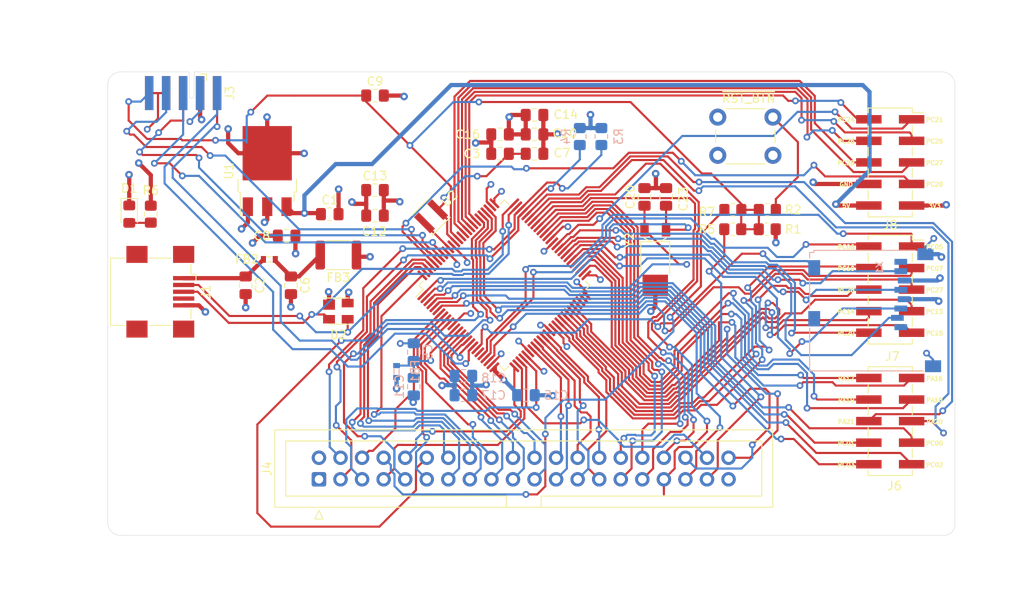
<source format=kicad_pcb>
(kicad_pcb (version 20171130) (host pcbnew 5.1.8)

  (general
    (thickness 1.6)
    (drawings 41)
    (tracks 1680)
    (zones 0)
    (modules 43)
    (nets 91)
  )

  (page A4)
  (layers
    (0 F.Cu signal)
    (1 In1.Cu power)
    (2 In2.Cu power)
    (31 B.Cu signal)
    (32 B.Adhes user)
    (33 F.Adhes user)
    (34 B.Paste user)
    (35 F.Paste user)
    (36 B.SilkS user)
    (37 F.SilkS user)
    (38 B.Mask user)
    (39 F.Mask user)
    (40 Dwgs.User user)
    (41 Cmts.User user)
    (42 Eco1.User user)
    (43 Eco2.User user)
    (44 Edge.Cuts user)
    (45 Margin user)
    (46 B.CrtYd user)
    (47 F.CrtYd user)
    (48 B.Fab user)
    (49 F.Fab user)
  )

  (setup
    (last_trace_width 0.25)
    (trace_clearance 0.1778)
    (zone_clearance 0.254)
    (zone_45_only no)
    (trace_min 0.2)
    (via_size 0.8)
    (via_drill 0.4)
    (via_min_size 0.4)
    (via_min_drill 0.3)
    (uvia_size 0.3)
    (uvia_drill 0.1)
    (uvias_allowed no)
    (uvia_min_size 0.2)
    (uvia_min_drill 0.1)
    (edge_width 0.05)
    (segment_width 0.2)
    (pcb_text_width 0.3)
    (pcb_text_size 1.5 1.5)
    (mod_edge_width 0.12)
    (mod_text_size 1 1)
    (mod_text_width 0.15)
    (pad_size 2 2)
    (pad_drill 1.1)
    (pad_to_mask_clearance 0)
    (aux_axis_origin 0 0)
    (visible_elements 7FFFFFFF)
    (pcbplotparams
      (layerselection 0x010f0_ffffffff)
      (usegerberextensions true)
      (usegerberattributes true)
      (usegerberadvancedattributes true)
      (creategerberjobfile false)
      (excludeedgelayer false)
      (linewidth 0.100000)
      (plotframeref false)
      (viasonmask false)
      (mode 1)
      (useauxorigin false)
      (hpglpennumber 1)
      (hpglpenspeed 20)
      (hpglpendiameter 15.000000)
      (psnegative false)
      (psa4output false)
      (plotreference true)
      (plotvalue true)
      (plotinvisibletext false)
      (padsonsilk false)
      (subtractmaskfromsilk false)
      (outputformat 1)
      (mirror false)
      (drillshape 0)
      (scaleselection 1)
      (outputdirectory "gerbers/"))
  )

  (net 0 "")
  (net 1 GND)
  (net 2 +5V)
  (net 3 /VBUS_USB_RAW)
  (net 4 /VCC_MCU_VDDCORE)
  (net 5 +3V3)
  (net 6 /VCC_MCU_VDDANA)
  (net 7 "Net-(C6-Pad1)")
  (net 8 /~RESET)
  (net 9 /XOUT32)
  (net 10 /XIN32)
  (net 11 "Net-(D1-Pad2)")
  (net 12 /USB_DM)
  (net 13 /USB_DP)
  (net 14 "Net-(J1-Pad6)")
  (net 15 /DBG_TX)
  (net 16 /DBG_RX)
  (net 17 /SWDIO)
  (net 18 /SWCLK)
  (net 19 /SWO)
  (net 20 /~TFT_cRST)
  (net 21 /TFT_D23)
  (net 22 /TFT_D21)
  (net 23 /TFT_D19)
  (net 24 /TFT_D17)
  (net 25 /TFT_D15)
  (net 26 /TFT_D13)
  (net 27 /TFT_D11)
  (net 28 /TFT_D9)
  (net 29 /TFT_D7)
  (net 30 /TFT_D5)
  (net 31 /TFT_D3)
  (net 32 /TFT_D1)
  (net 33 /TFT_TE)
  (net 34 /TFT_WR)
  (net 35 /TFT_DC)
  (net 36 /TFT_GPIO)
  (net 37 /I2C_SDA)
  (net 38 /TFT_WAKE)
  (net 39 /TFT_STANDBY)
  (net 40 /TFT_D22)
  (net 41 /TFT_D20)
  (net 42 /TFT_D18)
  (net 43 /TFT_D16)
  (net 44 /TFT_D14)
  (net 45 /TFT_D12)
  (net 46 /TFT_D10)
  (net 47 /TFT_D8)
  (net 48 /TFT_D6)
  (net 49 /TFT_D4)
  (net 50 /TFT_D2)
  (net 51 /TFT_D0)
  (net 52 /TFT_RD)
  (net 53 /~TFT_CS)
  (net 54 /~TFT_RST)
  (net 55 /TOUCH_INT)
  (net 56 /I2C_SCL)
  (net 57 /SD_CD)
  (net 58 /SD_MISO)
  (net 59 /SD_SCK)
  (net 60 /SD_MOSI)
  (net 61 /~SD_CS)
  (net 62 /DEV_GPIO_10)
  (net 63 /DEV_GPIO_9)
  (net 64 /DEV_GPIO_8)
  (net 65 /DEV_GPIO_7)
  (net 66 /DEV_GPIO_6)
  (net 67 /DEV_GPIO_5)
  (net 68 /DEV_GPIO_4)
  (net 69 /DEV_GPIO_3)
  (net 70 /DEV_GPIO_2)
  (net 71 /DEV_GPIO_1)
  (net 72 /DEV_GPIO_20)
  (net 73 /DEV_GPIO_19)
  (net 74 /DEV_GPIO_18)
  (net 75 /DEV_GPIO_17)
  (net 76 /DEV_GPIO_16)
  (net 77 /DEV_GPIO_15)
  (net 78 /DEV_GPIO_14)
  (net 79 /DEV_GPIO_13)
  (net 80 /DEV_GPIO_12)
  (net 81 /DEV_GPIO_11)
  (net 82 /DEV_GPIO_27)
  (net 83 /DEV_GPIO_26)
  (net 84 /DEV_GPIO_25)
  (net 85 /DEV_GPIO_24)
  (net 86 /DEV_GPIO_23)
  (net 87 /DEV_GPIO_22)
  (net 88 /DEV_GPIO_21)
  (net 89 /VCC_MCU_VSW)
  (net 90 "Net-(R2-Pad2)")

  (net_class Default "This is the default net class."
    (clearance 0.1778)
    (trace_width 0.25)
    (via_dia 0.8)
    (via_drill 0.4)
    (uvia_dia 0.3)
    (uvia_drill 0.1)
    (add_net /DBG_RX)
    (add_net /DBG_TX)
    (add_net /DEV_GPIO_1)
    (add_net /DEV_GPIO_10)
    (add_net /DEV_GPIO_11)
    (add_net /DEV_GPIO_12)
    (add_net /DEV_GPIO_13)
    (add_net /DEV_GPIO_14)
    (add_net /DEV_GPIO_15)
    (add_net /DEV_GPIO_16)
    (add_net /DEV_GPIO_17)
    (add_net /DEV_GPIO_18)
    (add_net /DEV_GPIO_19)
    (add_net /DEV_GPIO_2)
    (add_net /DEV_GPIO_20)
    (add_net /DEV_GPIO_21)
    (add_net /DEV_GPIO_22)
    (add_net /DEV_GPIO_23)
    (add_net /DEV_GPIO_24)
    (add_net /DEV_GPIO_25)
    (add_net /DEV_GPIO_26)
    (add_net /DEV_GPIO_27)
    (add_net /DEV_GPIO_3)
    (add_net /DEV_GPIO_4)
    (add_net /DEV_GPIO_5)
    (add_net /DEV_GPIO_6)
    (add_net /DEV_GPIO_7)
    (add_net /DEV_GPIO_8)
    (add_net /DEV_GPIO_9)
    (add_net /I2C_SCL)
    (add_net /I2C_SDA)
    (add_net /SD_CD)
    (add_net /SD_MISO)
    (add_net /SD_MOSI)
    (add_net /SD_SCK)
    (add_net /SWCLK)
    (add_net /SWDIO)
    (add_net /SWO)
    (add_net /TFT_D0)
    (add_net /TFT_D1)
    (add_net /TFT_D10)
    (add_net /TFT_D11)
    (add_net /TFT_D12)
    (add_net /TFT_D13)
    (add_net /TFT_D14)
    (add_net /TFT_D15)
    (add_net /TFT_D16)
    (add_net /TFT_D17)
    (add_net /TFT_D18)
    (add_net /TFT_D19)
    (add_net /TFT_D2)
    (add_net /TFT_D20)
    (add_net /TFT_D21)
    (add_net /TFT_D22)
    (add_net /TFT_D23)
    (add_net /TFT_D3)
    (add_net /TFT_D4)
    (add_net /TFT_D5)
    (add_net /TFT_D6)
    (add_net /TFT_D7)
    (add_net /TFT_D8)
    (add_net /TFT_D9)
    (add_net /TFT_DC)
    (add_net /TFT_GPIO)
    (add_net /TFT_RD)
    (add_net /TFT_STANDBY)
    (add_net /TFT_TE)
    (add_net /TFT_WAKE)
    (add_net /TFT_WR)
    (add_net /TOUCH_INT)
    (add_net /USB_DM)
    (add_net /USB_DP)
    (add_net /VCC_MCU_VDDANA)
    (add_net /VCC_MCU_VDDCORE)
    (add_net /VCC_MCU_VSW)
    (add_net /XIN0)
    (add_net /XIN32)
    (add_net /XOUT0)
    (add_net /XOUT32)
    (add_net /~RESET)
    (add_net /~SD_CS)
    (add_net /~TFT_CS)
    (add_net /~TFT_RST)
    (add_net /~TFT_cRST)
    (add_net GND)
    (add_net "Net-(D1-Pad2)")
    (add_net "Net-(J1-Pad4)")
    (add_net "Net-(J1-Pad6)")
    (add_net "Net-(J4-Pad40)")
    (add_net "Net-(R2-Pad2)")
    (add_net "Net-(U2-Pad20)")
    (add_net "Net-(U2-Pad47)")
    (add_net "Net-(U2-Pad87)")
    (add_net "Net-(X1-Pad1)")
    (add_net "Net-(X1-Pad8)")
    (add_net "Net-(X1-PadCD2)")
  )

  (net_class Power ""
    (clearance 0.1778)
    (trace_width 0.5)
    (via_dia 0.889)
    (via_drill 0.4064)
    (uvia_dia 0.3)
    (uvia_drill 0.1)
    (add_net +3V3)
    (add_net +5V)
    (add_net /VBUS_USB_RAW)
    (add_net "Net-(C6-Pad1)")
  )

  (module plib:DebugEdge_TARGET (layer F.Cu) (tedit 5F47DF5F) (tstamp 5FC4D587)
    (at 103.378 70.358 180)
    (path /5FEBC46D)
    (fp_text reference J3 (at -5.5 -2.5 270) (layer F.SilkS)
      (effects (font (size 1 1) (thickness 0.15)))
    )
    (fp_text value Conn_ARM_SWD_10_DEBUG (at 0 2 180) (layer F.Fab)
      (effects (font (size 1 1) (thickness 0.15)))
    )
    (fp_line (start 5 0.5) (end 5 -5) (layer B.CrtYd) (width 0.05))
    (fp_line (start -5 0.5) (end 5 0.5) (layer B.CrtYd) (width 0.05))
    (fp_line (start -5 -5) (end -5 0.5) (layer B.CrtYd) (width 0.05))
    (fp_line (start 5 -5) (end -5 -5) (layer B.CrtYd) (width 0.05))
    (fp_line (start -5 0.5) (end -5 -5) (layer F.CrtYd) (width 0.05))
    (fp_line (start 5 0.5) (end -5 0.5) (layer F.CrtYd) (width 0.05))
    (fp_line (start 5 -5) (end 5 0.5) (layer F.CrtYd) (width 0.05))
    (fp_line (start -5 -5) (end 5 -5) (layer F.CrtYd) (width 0.05))
    (fp_line (start -0.7 0) (end 5 0) (layer Edge.Cuts) (width 0.05))
    (fp_line (start -5 0) (end -1.3 0) (layer Edge.Cuts) (width 0.05))
    (fp_line (start -0.7 -2.8) (end -0.7 0) (layer Edge.Cuts) (width 0.05))
    (fp_line (start -1.3 0) (end -1.3 -2.8) (layer Edge.Cuts) (width 0.05))
    (fp_line (start -2 -0.25) (end -2.75 -0.25) (layer F.SilkS) (width 0.12))
    (fp_line (start -2.75 -0.25) (end -2.75 -1) (layer F.SilkS) (width 0.12))
    (fp_arc (start -1 -2.8) (end -1.3 -2.8) (angle 180) (layer Edge.Cuts) (width 0.05))
    (pad 4 smd rect (at 0 -2.5) (size 1 4) (layers B.Cu B.Mask)
      (net 18 /SWCLK))
    (pad 8 smd rect (at -4 -2.5) (size 1 4) (layers B.Cu B.Mask)
      (net 16 /DBG_RX))
    (pad 3 smd rect (at -2 -2.5) (size 1 4) (layers B.Cu B.Mask)
      (net 1 GND))
    (pad 6 smd rect (at 2 -2.5) (size 1 4) (layers B.Cu B.Mask)
      (net 19 /SWO))
    (pad 10 smd rect (at 4 -2.5) (size 1 4) (layers B.Cu B.Mask)
      (net 8 /~RESET))
    (pad 7 smd rect (at -4 -2.5) (size 1 4) (layers F.Cu F.Mask)
      (net 15 /DBG_TX))
    (pad 1 smd rect (at -2 -2.5) (size 1 4) (layers F.Cu F.Mask)
      (net 5 +3V3))
    (pad 2 smd rect (at 0 -2.5) (size 1 4) (layers F.Cu F.Mask)
      (net 17 /SWDIO))
    (pad 5 smd rect (at 2 -2.5) (size 1 4) (layers F.Cu F.Mask)
      (net 1 GND))
    (pad 9 smd rect (at 4 -2.5) (size 1 4) (layers F.Cu F.Mask)
      (net 1 GND))
  )

  (module Package_TO_SOT_SMD:TO-252-3_TabPin2 (layer F.Cu) (tedit 5A70F30B) (tstamp 5FD2C6F1)
    (at 113.284 82.042 90)
    (descr "TO-252 / DPAK SMD package, http://www.infineon.com/cms/en/product/packages/PG-TO252/PG-TO252-3-1/")
    (tags "DPAK TO-252 DPAK-3 TO-252-3 SOT-428")
    (path /5F88D7AD)
    (attr smd)
    (fp_text reference U1 (at 0 -4.5 90) (layer F.SilkS)
      (effects (font (size 1 1) (thickness 0.15)))
    )
    (fp_text value IFX27001TFV33 (at 0 4.5 90) (layer F.Fab)
      (effects (font (size 1 1) (thickness 0.15)))
    )
    (fp_line (start 3.95 -2.7) (end 4.95 -2.7) (layer F.Fab) (width 0.1))
    (fp_line (start 4.95 -2.7) (end 4.95 2.7) (layer F.Fab) (width 0.1))
    (fp_line (start 4.95 2.7) (end 3.95 2.7) (layer F.Fab) (width 0.1))
    (fp_line (start 3.95 -3.25) (end 3.95 3.25) (layer F.Fab) (width 0.1))
    (fp_line (start 3.95 3.25) (end -2.27 3.25) (layer F.Fab) (width 0.1))
    (fp_line (start -2.27 3.25) (end -2.27 -2.25) (layer F.Fab) (width 0.1))
    (fp_line (start -2.27 -2.25) (end -1.27 -3.25) (layer F.Fab) (width 0.1))
    (fp_line (start -1.27 -3.25) (end 3.95 -3.25) (layer F.Fab) (width 0.1))
    (fp_line (start -1.865 -2.655) (end -4.97 -2.655) (layer F.Fab) (width 0.1))
    (fp_line (start -4.97 -2.655) (end -4.97 -1.905) (layer F.Fab) (width 0.1))
    (fp_line (start -4.97 -1.905) (end -2.27 -1.905) (layer F.Fab) (width 0.1))
    (fp_line (start -2.27 -0.375) (end -4.97 -0.375) (layer F.Fab) (width 0.1))
    (fp_line (start -4.97 -0.375) (end -4.97 0.375) (layer F.Fab) (width 0.1))
    (fp_line (start -4.97 0.375) (end -2.27 0.375) (layer F.Fab) (width 0.1))
    (fp_line (start -2.27 1.905) (end -4.97 1.905) (layer F.Fab) (width 0.1))
    (fp_line (start -4.97 1.905) (end -4.97 2.655) (layer F.Fab) (width 0.1))
    (fp_line (start -4.97 2.655) (end -2.27 2.655) (layer F.Fab) (width 0.1))
    (fp_line (start -0.97 -3.45) (end -2.47 -3.45) (layer F.SilkS) (width 0.12))
    (fp_line (start -2.47 -3.45) (end -2.47 -3.18) (layer F.SilkS) (width 0.12))
    (fp_line (start -2.47 -3.18) (end -5.3 -3.18) (layer F.SilkS) (width 0.12))
    (fp_line (start -0.97 3.45) (end -2.47 3.45) (layer F.SilkS) (width 0.12))
    (fp_line (start -2.47 3.45) (end -2.47 3.18) (layer F.SilkS) (width 0.12))
    (fp_line (start -2.47 3.18) (end -3.57 3.18) (layer F.SilkS) (width 0.12))
    (fp_line (start -5.55 -3.5) (end -5.55 3.5) (layer F.CrtYd) (width 0.05))
    (fp_line (start -5.55 3.5) (end 5.55 3.5) (layer F.CrtYd) (width 0.05))
    (fp_line (start 5.55 3.5) (end 5.55 -3.5) (layer F.CrtYd) (width 0.05))
    (fp_line (start 5.55 -3.5) (end -5.55 -3.5) (layer F.CrtYd) (width 0.05))
    (fp_text user %R (at 0 0 90) (layer F.Fab)
      (effects (font (size 1 1) (thickness 0.15)))
    )
    (pad "" smd rect (at 0.425 1.525 90) (size 3.05 2.75) (layers F.Paste))
    (pad "" smd rect (at 3.775 -1.525 90) (size 3.05 2.75) (layers F.Paste))
    (pad "" smd rect (at 0.425 -1.525 90) (size 3.05 2.75) (layers F.Paste))
    (pad "" smd rect (at 3.775 1.525 90) (size 3.05 2.75) (layers F.Paste))
    (pad 2 smd rect (at 2.1 0 90) (size 6.4 5.8) (layers F.Cu F.Mask)
      (net 5 +3V3))
    (pad 3 smd rect (at -4.2 2.28 90) (size 2.2 1.2) (layers F.Cu F.Paste F.Mask)
      (net 2 +5V))
    (pad 2 smd rect (at -4.2 0 90) (size 2.2 1.2) (layers F.Cu F.Paste F.Mask)
      (net 5 +3V3))
    (pad 1 smd rect (at -4.2 -2.28 90) (size 2.2 1.2) (layers F.Cu F.Paste F.Mask)
      (net 1 GND))
    (model ${KISYS3DMOD}/Package_TO_SOT_SMD.3dshapes/TO-252-3_TabPin2.wrl
      (at (xyz 0 0 0))
      (scale (xyz 1 1 1))
      (rotate (xyz 0 0 0))
    )
  )

  (module plib:MICROSD (layer B.Cu) (tedit 0) (tstamp 5FBE7D47)
    (at 177.292 91.44 270)
    (descr "Courtesy: Adafruit Industries")
    (path /5FC4F751)
    (fp_text reference X1 (at 1.18 -7.69 270) (layer B.SilkS)
      (effects (font (size 0.77216 0.77216) (thickness 0.146304)) (justify left top mirror))
    )
    (fp_text value MICROSD (at 1.18 -8.833 270) (layer B.Fab)
      (effects (font (size 0.38608 0.38608) (thickness 0.04064)) (justify left top mirror))
    )
    (fp_line (start 14.15 0.1) (end 14.15 -13.25) (layer B.SilkS) (width 0.127))
    (fp_line (start 9.1 0.1) (end 14.15 0.1) (layer B.SilkS) (width 0.127))
    (fp_line (start 3.15 0.1) (end 6.85 0.1) (layer B.SilkS) (width 0.127))
    (fp_line (start -0.05 -0.4) (end -0.05 -12.35) (layer B.SilkS) (width 0.127))
    (fp_line (start 0.2 -0.4) (end -0.05 -0.4) (layer B.SilkS) (width 0.127))
    (fp_line (start 0.2 0.1) (end 0.2 -0.4) (layer B.SilkS) (width 0.127))
    (fp_line (start 0.85 0.1) (end 0.2 0.1) (layer B.SilkS) (width 0.127))
    (fp_line (start 11.29 -19.52) (end 11.29 -16.67) (layer B.Fab) (width 0.1))
    (fp_line (start 1.14 -20.37) (end 10.44 -20.37) (layer B.Fab) (width 0.1))
    (fp_line (start 0.29 -16.72) (end 0.29 -19.52) (layer B.Fab) (width 0.1))
    (fp_line (start 1.14 -16.92) (end 10.44 -16.92) (layer B.Fab) (width 0.1))
    (fp_line (start 0.29 -15.92) (end 0.29 -16.07) (layer B.Fab) (width 0.1))
    (fp_line (start 11.29 -15.42) (end 11.29 -14.12) (layer B.Fab) (width 0.1))
    (fp_line (start 1.09 -16.17) (end 10.54 -16.17) (layer B.Fab) (width 0.1))
    (fp_line (start 0.34 -14.12) (end 0.34 -15.42) (layer B.Fab) (width 0.1))
    (fp_line (start 9.19 -11.17) (end 9.19 -9.82) (layer B.Fab) (width 0.1))
    (fp_line (start 8.79 -11.17) (end 9.19 -11.17) (layer B.Fab) (width 0.1))
    (fp_line (start 8.79 -9.77) (end 8.79 -11.17) (layer B.Fab) (width 0.1))
    (fp_line (start 8.09 -10.82) (end 8.09 -9.77) (layer B.Fab) (width 0.1))
    (fp_line (start 7.69 -10.82) (end 8.09 -10.82) (layer B.Fab) (width 0.1))
    (fp_line (start 7.69 -9.77) (end 7.69 -10.82) (layer B.Fab) (width 0.1))
    (fp_line (start 6.99 -11.22) (end 6.99 -9.82) (layer B.Fab) (width 0.1))
    (fp_line (start 6.59 -11.22) (end 6.99 -11.22) (layer B.Fab) (width 0.1))
    (fp_line (start 6.59 -9.77) (end 6.59 -11.22) (layer B.Fab) (width 0.1))
    (fp_line (start 5.89 -11.37) (end 5.54 -11.37) (layer B.Fab) (width 0.1))
    (fp_line (start 5.89 -9.92) (end 5.89 -11.37) (layer B.Fab) (width 0.1))
    (fp_line (start 6.24 -9.92) (end 6.24 -9.77) (layer B.Fab) (width 0.1))
    (fp_line (start 5.89 -9.92) (end 6.24 -9.92) (layer B.Fab) (width 0.1))
    (fp_line (start 5.49 -9.92) (end 5.89 -9.92) (layer B.Fab) (width 0.1))
    (fp_line (start 4.79 -11.22) (end 4.79 -9.92) (layer B.Fab) (width 0.1))
    (fp_line (start 4.39 -11.22) (end 4.79 -11.22) (layer B.Fab) (width 0.1))
    (fp_line (start 4.39 -9.77) (end 4.39 -11.22) (layer B.Fab) (width 0.1))
    (fp_line (start 3.74 -11.42) (end 3.74 -9.97) (layer B.Fab) (width 0.1))
    (fp_line (start 3.29 -11.42) (end 3.74 -11.42) (layer B.Fab) (width 0.1))
    (fp_line (start 3.29 -9.97) (end 3.29 -11.42) (layer B.Fab) (width 0.1))
    (fp_line (start 4.04 -9.97) (end 4.04 -9.77) (layer B.Fab) (width 0.1))
    (fp_line (start 3.74 -9.97) (end 4.04 -9.97) (layer B.Fab) (width 0.1))
    (fp_line (start 3.29 -9.97) (end 3.74 -9.97) (layer B.Fab) (width 0.1))
    (fp_line (start 2.94 -9.97) (end 3.29 -9.97) (layer B.Fab) (width 0.1))
    (fp_line (start 2.94 -9.77) (end 2.94 -9.97) (layer B.Fab) (width 0.1))
    (fp_line (start 2.59 -11.17) (end 2.59 -9.77) (layer B.Fab) (width 0.1))
    (fp_line (start 2.19 -11.17) (end 2.59 -11.17) (layer B.Fab) (width 0.1))
    (fp_line (start 2.19 -9.77) (end 2.19 -11.17) (layer B.Fab) (width 0.1))
    (fp_line (start 1.49 -11.17) (end 1.49 -9.77) (layer B.Fab) (width 0.1))
    (fp_line (start 1.09 -11.17) (end 1.49 -11.17) (layer B.Fab) (width 0.1))
    (fp_line (start 1.09 -9.82) (end 1.09 -11.17) (layer B.Fab) (width 0.1))
    (fp_line (start 8.39 -0.77) (end 8.39 -0.17) (layer B.Fab) (width 0.1))
    (fp_line (start 8.29 -0.77) (end 8.39 -0.77) (layer B.Fab) (width 0.1))
    (fp_line (start 7.19 -0.77) (end 7.19 -0.17) (layer B.Fab) (width 0.1))
    (fp_line (start 7.39 -0.77) (end 7.19 -0.77) (layer B.Fab) (width 0.1))
    (fp_line (start 8.29 -0.92) (end 8.54 -0.92) (layer B.Fab) (width 0.1))
    (fp_line (start 7.39 -0.92) (end 7.09 -0.92) (layer B.Fab) (width 0.1))
    (fp_line (start 7.14 -5.92) (end 8.44 -5.92) (layer B.Fab) (width 0.1))
    (fp_line (start 7.39 -0.47) (end 7.14 -5.92) (layer B.Fab) (width 0.1))
    (fp_line (start 7.39 -0.42) (end 7.39 -0.47) (layer B.Fab) (width 0.1))
    (fp_line (start 7.59 -1.27) (end 7.59 -0.32) (layer B.Fab) (width 0.1))
    (fp_line (start 7.79 -1.52) (end 7.84 -1.52) (layer B.Fab) (width 0.1))
    (fp_line (start 8.04 -0.32) (end 8.04 -1.27) (layer B.Fab) (width 0.1))
    (fp_line (start 8.24 -0.57) (end 8.24 -0.52) (layer B.Fab) (width 0.1))
    (fp_line (start 8.44 -5.92) (end 8.24 -0.57) (layer B.Fab) (width 0.1))
    (fp_line (start 8.74 -5.87) (end 8.74 -5.92) (layer B.Fab) (width 0.1))
    (fp_line (start 8.49 0.03) (end 8.74 -5.87) (layer B.Fab) (width 0.1))
    (fp_line (start 7.14 -0.12) (end 8.49 -0.12) (layer B.Fab) (width 0.1))
    (fp_line (start 6.84 -5.92) (end 7.09 0.03) (layer B.Fab) (width 0.1))
    (fp_line (start 2.69 -0.77) (end 2.69 -0.17) (layer B.Fab) (width 0.1))
    (fp_line (start 2.59 -0.77) (end 2.69 -0.77) (layer B.Fab) (width 0.1))
    (fp_line (start 1.49 -0.77) (end 1.49 -0.17) (layer B.Fab) (width 0.1))
    (fp_line (start 1.69 -0.77) (end 1.49 -0.77) (layer B.Fab) (width 0.1))
    (fp_line (start 2.59 -0.92) (end 2.84 -0.92) (layer B.Fab) (width 0.1))
    (fp_line (start 1.69 -0.92) (end 1.39 -0.92) (layer B.Fab) (width 0.1))
    (fp_line (start 1.44 -5.92) (end 2.74 -5.92) (layer B.Fab) (width 0.1))
    (fp_line (start 1.69 -0.47) (end 1.44 -5.92) (layer B.Fab) (width 0.1))
    (fp_line (start 1.69 -0.42) (end 1.69 -0.47) (layer B.Fab) (width 0.1))
    (fp_line (start 1.89 -1.27) (end 1.89 -0.32) (layer B.Fab) (width 0.1))
    (fp_line (start 2.09 -1.52) (end 2.14 -1.52) (layer B.Fab) (width 0.1))
    (fp_line (start 2.34 -0.32) (end 2.34 -1.27) (layer B.Fab) (width 0.1))
    (fp_line (start 2.54 -0.57) (end 2.54 -0.52) (layer B.Fab) (width 0.1))
    (fp_line (start 2.74 -5.92) (end 2.54 -0.57) (layer B.Fab) (width 0.1))
    (fp_line (start 3.04 -5.87) (end 3.04 -5.92) (layer B.Fab) (width 0.1))
    (fp_line (start 2.79 0.03) (end 3.04 -5.87) (layer B.Fab) (width 0.1))
    (fp_line (start 1.44 -0.12) (end 2.79 -0.12) (layer B.Fab) (width 0.1))
    (fp_line (start 1.14 -5.92) (end 1.39 0.03) (layer B.Fab) (width 0.1))
    (fp_line (start 9.99 -6.37) (end 9.99 -3.87) (layer B.Fab) (width 0.1))
    (fp_line (start 10.24 -6.57) (end 10.19 -6.57) (layer B.Fab) (width 0.1))
    (fp_line (start 10.49 -3.87) (end 10.49 -6.32) (layer B.Fab) (width 0.1))
    (fp_line (start 10.19 -3.67) (end 10.29 -3.67) (layer B.Fab) (width 0.1))
    (fp_line (start 0.94 -11.22) (end 0.94 -10.12) (layer B.Fab) (width 0.1))
    (fp_line (start 4.49 -11.57) (end 1.29 -11.57) (layer B.Fab) (width 0.1))
    (fp_line (start 4.84 -10.02) (end 4.84 -11.22) (layer B.Fab) (width 0.1))
    (fp_line (start 4.39 -9.77) (end 4.59 -9.77) (layer B.Fab) (width 0.1))
    (fp_line (start 4.04 -9.77) (end 4.39 -9.77) (layer B.Fab) (width 0.1))
    (fp_line (start 2.94 -9.77) (end 4.04 -9.77) (layer B.Fab) (width 0.1))
    (fp_line (start 2.59 -9.77) (end 2.94 -9.77) (layer B.Fab) (width 0.1))
    (fp_line (start 2.19 -9.77) (end 2.59 -9.77) (layer B.Fab) (width 0.1))
    (fp_line (start 1.49 -9.77) (end 2.19 -9.77) (layer B.Fab) (width 0.1))
    (fp_line (start 1.29 -9.77) (end 1.49 -9.77) (layer B.Fab) (width 0.1))
    (fp_line (start 5.44 -11.22) (end 5.44 -10.07) (layer B.Fab) (width 0.1))
    (fp_line (start 8.99 -11.57) (end 5.79 -11.57) (layer B.Fab) (width 0.1))
    (fp_line (start 9.34 -10.07) (end 9.34 -11.22) (layer B.Fab) (width 0.1))
    (fp_line (start 8.79 -9.77) (end 9.04 -9.77) (layer B.Fab) (width 0.1))
    (fp_line (start 8.09 -9.77) (end 8.79 -9.77) (layer B.Fab) (width 0.1))
    (fp_line (start 7.69 -9.77) (end 8.09 -9.77) (layer B.Fab) (width 0.1))
    (fp_line (start 6.59 -9.77) (end 7.69 -9.77) (layer B.Fab) (width 0.1))
    (fp_line (start 6.24 -9.77) (end 6.59 -9.77) (layer B.Fab) (width 0.1))
    (fp_line (start 5.74 -9.77) (end 6.24 -9.77) (layer B.Fab) (width 0.1))
    (fp_line (start 11.94 -6.47) (end 14.04 -6.47) (layer B.Fab) (width 0.1))
    (fp_line (start 11.59 -8.12) (end 11.59 -6.82) (layer B.Fab) (width 0.1))
    (fp_line (start 11.84 -8.37) (end 11.64 -8.17) (layer B.Fab) (width 0.1))
    (fp_line (start 11.84 -12.32) (end 11.84 -8.37) (layer B.Fab) (width 0.1))
    (fp_line (start 12.09 -12.52) (end 12.04 -12.52) (layer B.Fab) (width 0.1))
    (fp_line (start 12.44 -8.17) (end 12.29 -12.32) (layer B.Fab) (width 0.1))
    (fp_line (start 12.19 -7.97) (end 12.24 -7.97) (layer B.Fab) (width 0.1))
    (fp_line (start 12.04 -7.02) (end 12.04 -7.82) (layer B.Fab) (width 0.1))
    (fp_line (start 13.24 -6.87) (end 12.19 -6.87) (layer B.Fab) (width 0.1))
    (fp_line (start 13.39 -7.72) (end 13.39 -7.02) (layer B.Fab) (width 0.1))
    (fp_line (start 13.09 -12.32) (end 12.99 -8.12) (layer B.Fab) (width 0.1))
    (fp_line (start 14.04 -12.52) (end 13.29 -12.52) (layer B.Fab) (width 0.1))
    (fp_line (start 13.74 -14.17) (end 13.79 -14.17) (layer B.Fab) (width 0.1))
    (fp_line (start 13.59 -14.62) (end 13.59 -14.32) (layer B.Fab) (width 0.1))
    (fp_line (start 13.79 -14.77) (end 13.74 -14.77) (layer B.Fab) (width 0.1))
    (fp_line (start 13.94 -15.02) (end 13.94 -14.92) (layer B.Fab) (width 0.1))
    (fp_line (start 13.34 -13.82) (end 13.34 -15.12) (layer B.Fab) (width 0.1))
    (fp_line (start 13.64 -13.67) (end 13.64 -13.47) (layer B.Fab) (width 0.1))
    (fp_line (start 13.64 -13.67) (end 13.79 -13.67) (layer B.Fab) (width 0.1))
    (fp_line (start 12.99 -13.67) (end 13.64 -13.67) (layer B.Fab) (width 0.1))
    (fp_line (start 13.79 -13.47) (end 13.79 -13.67) (layer B.Fab) (width 0.1))
    (fp_line (start 11.34 -14.52) (end 10.84 -13.97) (layer B.Fab) (width 0.1))
    (fp_line (start 11.54 -14.52) (end 11.34 -14.52) (layer B.Fab) (width 0.1))
    (fp_line (start 11.49 -15.07) (end 11.34 -14.92) (layer B.Fab) (width 0.1))
    (fp_line (start 10.49 -14.92) (end 11.34 -14.92) (layer B.Fab) (width 0.1))
    (fp_line (start 10.99 -14.72) (end 10.49 -14.72) (layer B.Fab) (width 0.1))
    (fp_line (start 10.99 -14.72) (end 11.49 -14.72) (layer B.Fab) (width 0.1))
    (fp_line (start 10.49 -14.22) (end 10.99 -14.72) (layer B.Fab) (width 0.1))
    (fp_line (start 10.49 -13.87) (end 10.49 -14.22) (layer B.Fab) (width 0.1))
    (fp_line (start 10.49 -14.52) (end 10.74 -14.52) (layer B.Fab) (width 0.1))
    (fp_line (start 10.49 -14.72) (end 10.49 -14.52) (layer B.Fab) (width 0.1))
    (fp_line (start 10.49 -14.92) (end 10.49 -14.72) (layer B.Fab) (width 0.1))
    (fp_line (start 10.49 -15.12) (end 10.49 -14.92) (layer B.Fab) (width 0.1))
    (fp_line (start 9.54 -15.12) (end 9.54 -13.62) (layer B.Fab) (width 0.1))
    (fp_line (start 10.49 -15.12) (end 9.54 -15.12) (layer B.Fab) (width 0.1))
    (fp_line (start 11.79 -15.12) (end 10.49 -15.12) (layer B.Fab) (width 0.1))
    (fp_line (start 14.04 -2.32) (end 14.04 0.03) (layer B.Fab) (width 0.1))
    (fp_line (start 14.09 -2.32) (end 14.04 -2.32) (layer B.Fab) (width 0.1))
    (fp_line (start 14.09 -3.37) (end 14.09 -2.32) (layer B.Fab) (width 0.1))
    (fp_line (start 14.04 -3.37) (end 14.09 -3.37) (layer B.Fab) (width 0.1))
    (fp_line (start 14.04 -6.47) (end 14.04 -3.37) (layer B.Fab) (width 0.1))
    (fp_line (start 14.04 -7.52) (end 14.04 -6.47) (layer B.Fab) (width 0.1))
    (fp_line (start 14.09 -7.52) (end 14.04 -7.52) (layer B.Fab) (width 0.1))
    (fp_line (start 14.09 -8.57) (end 14.09 -7.52) (layer B.Fab) (width 0.1))
    (fp_line (start 14.04 -8.57) (end 14.09 -8.57) (layer B.Fab) (width 0.1))
    (fp_line (start 14.04 -11.52) (end 14.04 -8.57) (layer B.Fab) (width 0.1))
    (fp_line (start 14.09 -11.52) (end 14.04 -11.52) (layer B.Fab) (width 0.1))
    (fp_line (start 14.09 -12.52) (end 14.09 -11.52) (layer B.Fab) (width 0.1))
    (fp_line (start 14.04 -12.52) (end 14.09 -12.52) (layer B.Fab) (width 0.1))
    (fp_line (start 14.04 -13.42) (end 14.04 -12.52) (layer B.Fab) (width 0.1))
    (fp_line (start 13.14 -13.42) (end 14.04 -13.42) (layer B.Fab) (width 0.1))
    (fp_line (start 13.34 -13.82) (end 13.14 -13.82) (layer B.Fab) (width 0.1))
    (fp_line (start 13.74 -13.82) (end 13.34 -13.82) (layer B.Fab) (width 0.1))
    (fp_line (start 13.99 -14.87) (end 13.99 -14.07) (layer B.Fab) (width 0.1))
    (fp_line (start 13.34 -15.12) (end 13.74 -15.12) (layer B.Fab) (width 0.1))
    (fp_line (start 11.79 -15.12) (end 13.34 -15.12) (layer B.Fab) (width 0.1))
    (fp_line (start 11.54 -14.52) (end 11.54 -14.87) (layer B.Fab) (width 0.1))
    (fp_line (start 11.54 -14.27) (end 11.54 -14.52) (layer B.Fab) (width 0.1))
    (fp_line (start 0.04 -9.42) (end 0.04 -14.17) (layer B.Fab) (width 0.1))
    (fp_line (start -0.01 -9.42) (end 0.04 -9.42) (layer B.Fab) (width 0.1))
    (fp_line (start -0.01 -8.12) (end -0.01 -9.42) (layer B.Fab) (width 0.1))
    (fp_line (start 0.04 -8.12) (end -0.01 -8.12) (layer B.Fab) (width 0.1))
    (fp_line (start 0.04 -3.07) (end 0.04 -8.12) (layer B.Fab) (width 0.1))
    (fp_line (start -0.01 -3.07) (end 0.04 -3.07) (layer B.Fab) (width 0.1))
    (fp_line (start -0.01 -1.72) (end -0.01 -3.07) (layer B.Fab) (width 0.1))
    (fp_line (start 0.04 -1.72) (end -0.01 -1.72) (layer B.Fab) (width 0.1))
    (fp_line (start 0.04 -0.47) (end 0.04 -1.72) (layer B.Fab) (width 0.1))
    (fp_line (start 0.29 -0.47) (end 0.04 -0.47) (layer B.Fab) (width 0.1))
    (fp_line (start 0.29 0.03) (end 0.29 -0.47) (layer B.Fab) (width 0.1))
    (fp_line (start 1.39 0.03) (end 0.29 0.03) (layer B.Fab) (width 0.1))
    (fp_line (start 2.79 0.03) (end 1.39 0.03) (layer B.Fab) (width 0.1))
    (fp_line (start 10.39 0.03) (end 2.79 0.03) (layer B.Fab) (width 0.1))
    (fp_line (start 10.39 -0.27) (end 10.39 0.03) (layer B.Fab) (width 0.1))
    (fp_line (start 10.79 0.03) (end 10.79 -0.27) (layer B.Fab) (width 0.1))
    (fp_line (start 12.99 0.03) (end 10.79 0.03) (layer B.Fab) (width 0.1))
    (fp_line (start 12.99 -0.27) (end 12.99 0.03) (layer B.Fab) (width 0.1))
    (fp_line (start 13.39 0.03) (end 13.39 -0.27) (layer B.Fab) (width 0.1))
    (fp_line (start 14.04 0.03) (end 13.39 0.03) (layer B.Fab) (width 0.1))
    (fp_arc (start 10.44 -19.52) (end 10.44 -20.37) (angle 90) (layer B.Fab) (width 0.1))
    (fp_arc (start 1.14 -19.52) (end 0.29 -19.52) (angle 90) (layer B.Fab) (width 0.1))
    (fp_arc (start 10.44 -16.07) (end 10.44 -16.92) (angle 90) (layer B.Fab) (width 0.1))
    (fp_arc (start 1.14 -16.07) (end 0.29 -16.07) (angle 90) (layer B.Fab) (width 0.1))
    (fp_arc (start 10.54 -15.42) (end 10.54 -16.17) (angle 90) (layer B.Fab) (width 0.1))
    (fp_arc (start 1.09 -15.42) (end 0.34 -15.42) (angle 90) (layer B.Fab) (width 0.1))
    (fp_arc (start 7.54 -0.47) (end 7.59 -0.32) (angle 90) (layer B.Fab) (width 0.1))
    (fp_arc (start 7.84 -1.27) (end 7.84 -1.52) (angle -90) (layer B.Fab) (width 0.1))
    (fp_arc (start 7.79 -1.27) (end 8.04 -1.27) (angle -90) (layer B.Fab) (width 0.1))
    (fp_arc (start 8.04 -0.52) (end 8.24 -0.52) (angle 90) (layer B.Fab) (width 0.1))
    (fp_arc (start 8.59 -5.92) (end 8.59 -6.07) (angle -90) (layer B.Fab) (width 0.1))
    (fp_arc (start 8.59 -5.92) (end 8.74 -5.92) (angle -90) (layer B.Fab) (width 0.1))
    (fp_arc (start 6.99 -5.92) (end 6.99 -6.07) (angle -90) (layer B.Fab) (width 0.1))
    (fp_arc (start 6.99 -5.92) (end 7.14 -5.92) (angle -90) (layer B.Fab) (width 0.1))
    (fp_arc (start 1.84 -0.47) (end 1.89 -0.32) (angle 90) (layer B.Fab) (width 0.1))
    (fp_arc (start 2.14 -1.27) (end 2.14 -1.52) (angle -90) (layer B.Fab) (width 0.1))
    (fp_arc (start 2.09 -1.27) (end 2.34 -1.27) (angle -90) (layer B.Fab) (width 0.1))
    (fp_arc (start 2.34 -0.52) (end 2.54 -0.52) (angle 90) (layer B.Fab) (width 0.1))
    (fp_arc (start 2.89 -5.92) (end 2.89 -6.07) (angle -90) (layer B.Fab) (width 0.1))
    (fp_arc (start 2.89 -5.92) (end 3.04 -5.92) (angle -90) (layer B.Fab) (width 0.1))
    (fp_arc (start 1.29 -5.92) (end 1.29 -6.07) (angle -90) (layer B.Fab) (width 0.1))
    (fp_arc (start 1.29 -5.92) (end 1.44 -5.92) (angle -90) (layer B.Fab) (width 0.1))
    (fp_arc (start 10.19 -6.37) (end 10.19 -6.57) (angle -90) (layer B.Fab) (width 0.1))
    (fp_arc (start 10.24 -6.32) (end 10.49 -6.32) (angle -90) (layer B.Fab) (width 0.1))
    (fp_arc (start 10.29 -3.87) (end 10.29 -3.67) (angle -90) (layer B.Fab) (width 0.1))
    (fp_arc (start 10.19 -3.87) (end 9.99 -3.87) (angle -90) (layer B.Fab) (width 0.1))
    (fp_arc (start 1.29 -10.12) (end 0.94 -10.12) (angle -90) (layer B.Fab) (width 0.1))
    (fp_arc (start 1.29 -11.22) (end 1.29 -11.57) (angle -90) (layer B.Fab) (width 0.1))
    (fp_arc (start 4.49 -11.22) (end 4.84 -11.22) (angle -90) (layer B.Fab) (width 0.1))
    (fp_arc (start 4.59 -10.02) (end 4.59 -9.77) (angle -90) (layer B.Fab) (width 0.1))
    (fp_arc (start 5.74 -10.07) (end 5.44 -10.07) (angle -90) (layer B.Fab) (width 0.1))
    (fp_arc (start 5.79 -11.22) (end 5.79 -11.57) (angle -90) (layer B.Fab) (width 0.1))
    (fp_arc (start 8.99 -11.22) (end 9.34 -11.22) (angle -90) (layer B.Fab) (width 0.1))
    (fp_arc (start 9.04 -10.07) (end 9.04 -9.77) (angle -90) (layer B.Fab) (width 0.1))
    (fp_arc (start 11.94 -6.82) (end 11.59 -6.82) (angle -90) (layer B.Fab) (width 0.1))
    (fp_arc (start 11.64 -8.12) (end 11.64 -8.17) (angle -90) (layer B.Fab) (width 0.1))
    (fp_arc (start 12.04 -12.32) (end 12.04 -12.52) (angle -90) (layer B.Fab) (width 0.1))
    (fp_arc (start 12.09 -12.32) (end 12.29 -12.32) (angle -90) (layer B.Fab) (width 0.1))
    (fp_arc (start 12.24 -8.17) (end 12.24 -7.97) (angle -90) (layer B.Fab) (width 0.1))
    (fp_arc (start 12.19 -7.82) (end 12.04 -7.82) (angle 90) (layer B.Fab) (width 0.1))
    (fp_arc (start 12.19 -7.02) (end 12.19 -6.87) (angle 90) (layer B.Fab) (width 0.1))
    (fp_arc (start 13.24 -7.02) (end 13.39 -7.02) (angle 90) (layer B.Fab) (width 0.1))
    (fp_arc (start 13.14 -7.72) (end 13.14 -7.97) (angle 90) (layer B.Fab) (width 0.1))
    (fp_arc (start 13.14 -8.12) (end 12.99 -8.12) (angle -90) (layer B.Fab) (width 0.1))
    (fp_arc (start 13.29 -12.32) (end 13.29 -12.52) (angle -90) (layer B.Fab) (width 0.1))
    (fp_arc (start 13.74 -14.02) (end 13.94 -14.02) (angle 90) (layer B.Fab) (width 0.1))
    (fp_arc (start 13.79 -14.02) (end 13.79 -14.17) (angle 90) (layer B.Fab) (width 0.1))
    (fp_arc (start 13.74 -14.32) (end 13.59 -14.32) (angle -90) (layer B.Fab) (width 0.1))
    (fp_arc (start 13.74 -14.62) (end 13.74 -14.77) (angle -90) (layer B.Fab) (width 0.1))
    (fp_arc (start 13.79 -14.92) (end 13.94 -14.92) (angle 90) (layer B.Fab) (width 0.1))
    (fp_arc (start 11.49 -14.92) (end 11.34 -14.92) (angle -90) (layer B.Fab) (width 0.1))
    (fp_arc (start 13.14 -13.62) (end 12.94 -13.62) (angle -90) (layer B.Fab) (width 0.1))
    (fp_arc (start 13.14 -13.62) (end 13.14 -13.82) (angle -90) (layer B.Fab) (width 0.1))
    (fp_arc (start 13.74 -14.07) (end 13.99 -14.07) (angle 90) (layer B.Fab) (width 0.1))
    (fp_arc (start 13.74 -14.87) (end 13.94 -15.02) (angle 36.869898) (layer B.Fab) (width 0.1))
    (fp_arc (start 13.739999 -14.869999) (end 13.74 -15.12) (angle 53.130102) (layer B.Fab) (width 0.1))
    (fp_arc (start 11.79 -14.87) (end 11.54 -14.87) (angle 90) (layer B.Fab) (width 0.1))
    (fp_arc (start 11.44 -14.27) (end 11.44 -14.17) (angle -90) (layer B.Fab) (width 0.1))
    (fp_arc (start 5.74 -29.830621) (end 0.04 -14.17) (angle -40) (layer B.Fab) (width 0.1))
    (fp_arc (start 10.59 -0.27) (end 10.59 -0.47) (angle -90) (layer B.Fab) (width 0.1))
    (fp_arc (start 10.59 -0.27) (end 10.79 -0.27) (angle -90) (layer B.Fab) (width 0.1))
    (fp_arc (start 13.19 -0.27) (end 13.19 -0.47) (angle -90) (layer B.Fab) (width 0.1))
    (fp_arc (start 13.19 -0.27) (end 13.39 -0.27) (angle -90) (layer B.Fab) (width 0.1))
    (pad 1 smd rect (at 9 -10.64 270) (size 0.7 1.5) (layers B.Cu B.Paste B.Mask)
      (solder_mask_margin 0.0508))
    (pad 2 smd rect (at 7.9 -10.24 270) (size 0.7 1.5) (layers B.Cu B.Paste B.Mask)
      (net 61 /~SD_CS) (solder_mask_margin 0.0508))
    (pad 3 smd rect (at 6.8 -10.64 270) (size 0.7 1.5) (layers B.Cu B.Paste B.Mask)
      (net 60 /SD_MOSI) (solder_mask_margin 0.0508))
    (pad 4 smd rect (at 5.7 -11.04 270) (size 0.7 1.5) (layers B.Cu B.Paste B.Mask)
      (net 5 +3V3) (solder_mask_margin 0.0508))
    (pad 5 smd rect (at 4.6 -10.64 270) (size 0.7 1.5) (layers B.Cu B.Paste B.Mask)
      (net 59 /SD_SCK) (solder_mask_margin 0.0508))
    (pad 6 smd rect (at 3.5 -11.04 270) (size 0.7 1.5) (layers B.Cu B.Paste B.Mask)
      (net 1 GND) (solder_mask_margin 0.0508))
    (pad 7 smd rect (at 2.4 -10.64 270) (size 0.7 1.5) (layers B.Cu B.Paste B.Mask)
      (net 58 /SD_MISO) (solder_mask_margin 0.0508))
    (pad 8 smd rect (at 1.3 -10.64 270) (size 0.7 1.5) (layers B.Cu B.Paste B.Mask)
      (solder_mask_margin 0.0508))
    (pad CD2 smd rect (at 8 -0.44 180) (size 1.4 1.8) (layers B.Cu B.Paste B.Mask)
      (solder_mask_margin 0.0508))
    (pad CD1 smd rect (at 2 -0.44 180) (size 1.4 1.8) (layers B.Cu B.Paste B.Mask)
      (net 57 /SD_CD) (solder_mask_margin 0.0508))
    (pad MT2 smd rect (at 13.6 -14.44 270) (size 1.4 1.9) (layers B.Cu B.Paste B.Mask)
      (net 1 GND) (solder_mask_margin 0.0508))
    (pad MT1 smd rect (at 0.4 -13.54 270) (size 1.4 1.9) (layers B.Cu B.Paste B.Mask)
      (net 1 GND) (solder_mask_margin 0.0508))
    (model ${PENG3D}/1660_v1.step
      (offset (xyz 6 -7.5 1))
      (scale (xyz 1 1 1))
      (rotate (xyz 90 90 0))
    )
  )

  (module Connector_PinSocket_2.54mm:PinSocket_2x05_P2.54mm_Vertical_SMD (layer F.Cu) (tedit 5A19A425) (tstamp 5FBD2C50)
    (at 186.69 81.026)
    (descr "surface-mounted straight socket strip, 2x05, 2.54mm pitch, double cols (from Kicad 4.0.7), script generated")
    (tags "Surface mounted socket strip SMD 2x05 2.54mm double row")
    (path /60C2016A)
    (attr smd)
    (fp_text reference J8 (at 0 7.366) (layer F.SilkS)
      (effects (font (size 1 1) (thickness 0.15)))
    )
    (fp_text value DEV_IO_2 (at 0 7.85) (layer F.Fab)
      (effects (font (size 1 1) (thickness 0.15)))
    )
    (fp_line (start -2.6 -6.41) (end 2.6 -6.41) (layer F.SilkS) (width 0.12))
    (fp_line (start 2.6 -6.41) (end 2.6 -5.84) (layer F.SilkS) (width 0.12))
    (fp_line (start 2.6 -4.32) (end 2.6 -3.3) (layer F.SilkS) (width 0.12))
    (fp_line (start 2.6 -1.78) (end 2.6 -0.76) (layer F.SilkS) (width 0.12))
    (fp_line (start 2.6 0.76) (end 2.6 1.78) (layer F.SilkS) (width 0.12))
    (fp_line (start 2.6 3.3) (end 2.6 4.32) (layer F.SilkS) (width 0.12))
    (fp_line (start 2.6 5.84) (end 2.6 6.41) (layer F.SilkS) (width 0.12))
    (fp_line (start -2.6 6.41) (end 2.6 6.41) (layer F.SilkS) (width 0.12))
    (fp_line (start -2.6 -6.41) (end -2.6 -5.84) (layer F.SilkS) (width 0.12))
    (fp_line (start -2.6 -4.32) (end -2.6 -3.3) (layer F.SilkS) (width 0.12))
    (fp_line (start -2.6 -1.78) (end -2.6 -0.76) (layer F.SilkS) (width 0.12))
    (fp_line (start -2.6 0.76) (end -2.6 1.78) (layer F.SilkS) (width 0.12))
    (fp_line (start -2.6 3.3) (end -2.6 4.32) (layer F.SilkS) (width 0.12))
    (fp_line (start -2.6 5.84) (end -2.6 6.41) (layer F.SilkS) (width 0.12))
    (fp_line (start 2.6 -5.84) (end 3.96 -5.84) (layer F.SilkS) (width 0.12))
    (fp_line (start -2.54 -6.35) (end 1.54 -6.35) (layer F.Fab) (width 0.1))
    (fp_line (start 1.54 -6.35) (end 2.54 -5.35) (layer F.Fab) (width 0.1))
    (fp_line (start 2.54 -5.35) (end 2.54 6.35) (layer F.Fab) (width 0.1))
    (fp_line (start 2.54 6.35) (end -2.54 6.35) (layer F.Fab) (width 0.1))
    (fp_line (start -2.54 6.35) (end -2.54 -6.35) (layer F.Fab) (width 0.1))
    (fp_line (start -3.92 -5.4) (end -2.54 -5.4) (layer F.Fab) (width 0.1))
    (fp_line (start -2.54 -4.76) (end -3.92 -4.76) (layer F.Fab) (width 0.1))
    (fp_line (start -3.92 -4.76) (end -3.92 -5.4) (layer F.Fab) (width 0.1))
    (fp_line (start 2.54 -5.4) (end 3.92 -5.4) (layer F.Fab) (width 0.1))
    (fp_line (start 3.92 -5.4) (end 3.92 -4.76) (layer F.Fab) (width 0.1))
    (fp_line (start 3.92 -4.76) (end 2.54 -4.76) (layer F.Fab) (width 0.1))
    (fp_line (start -3.92 -2.86) (end -2.54 -2.86) (layer F.Fab) (width 0.1))
    (fp_line (start -2.54 -2.22) (end -3.92 -2.22) (layer F.Fab) (width 0.1))
    (fp_line (start -3.92 -2.22) (end -3.92 -2.86) (layer F.Fab) (width 0.1))
    (fp_line (start 2.54 -2.86) (end 3.92 -2.86) (layer F.Fab) (width 0.1))
    (fp_line (start 3.92 -2.86) (end 3.92 -2.22) (layer F.Fab) (width 0.1))
    (fp_line (start 3.92 -2.22) (end 2.54 -2.22) (layer F.Fab) (width 0.1))
    (fp_line (start -3.92 -0.32) (end -2.54 -0.32) (layer F.Fab) (width 0.1))
    (fp_line (start -2.54 0.32) (end -3.92 0.32) (layer F.Fab) (width 0.1))
    (fp_line (start -3.92 0.32) (end -3.92 -0.32) (layer F.Fab) (width 0.1))
    (fp_line (start 2.54 -0.32) (end 3.92 -0.32) (layer F.Fab) (width 0.1))
    (fp_line (start 3.92 -0.32) (end 3.92 0.32) (layer F.Fab) (width 0.1))
    (fp_line (start 3.92 0.32) (end 2.54 0.32) (layer F.Fab) (width 0.1))
    (fp_line (start -3.92 2.22) (end -2.54 2.22) (layer F.Fab) (width 0.1))
    (fp_line (start -2.54 2.86) (end -3.92 2.86) (layer F.Fab) (width 0.1))
    (fp_line (start -3.92 2.86) (end -3.92 2.22) (layer F.Fab) (width 0.1))
    (fp_line (start 2.54 2.22) (end 3.92 2.22) (layer F.Fab) (width 0.1))
    (fp_line (start 3.92 2.22) (end 3.92 2.86) (layer F.Fab) (width 0.1))
    (fp_line (start 3.92 2.86) (end 2.54 2.86) (layer F.Fab) (width 0.1))
    (fp_line (start -3.92 4.76) (end -2.54 4.76) (layer F.Fab) (width 0.1))
    (fp_line (start -2.54 5.4) (end -3.92 5.4) (layer F.Fab) (width 0.1))
    (fp_line (start -3.92 5.4) (end -3.92 4.76) (layer F.Fab) (width 0.1))
    (fp_line (start 2.54 4.76) (end 3.92 4.76) (layer F.Fab) (width 0.1))
    (fp_line (start 3.92 4.76) (end 3.92 5.4) (layer F.Fab) (width 0.1))
    (fp_line (start 3.92 5.4) (end 2.54 5.4) (layer F.Fab) (width 0.1))
    (fp_line (start -4.55 -6.85) (end 4.5 -6.85) (layer F.CrtYd) (width 0.05))
    (fp_line (start 4.5 -6.85) (end 4.5 6.85) (layer F.CrtYd) (width 0.05))
    (fp_line (start 4.5 6.85) (end -4.55 6.85) (layer F.CrtYd) (width 0.05))
    (fp_line (start -4.55 6.85) (end -4.55 -6.85) (layer F.CrtYd) (width 0.05))
    (fp_text user %R (at 0 0 90) (layer F.Fab)
      (effects (font (size 1 1) (thickness 0.15)))
    )
    (pad 10 smd rect (at -2.52 5.08) (size 3 1) (layers F.Cu F.Paste F.Mask)
      (net 2 +5V))
    (pad 9 smd rect (at 2.52 5.08) (size 3 1) (layers F.Cu F.Paste F.Mask)
      (net 5 +3V3))
    (pad 8 smd rect (at -2.52 2.54) (size 3 1) (layers F.Cu F.Paste F.Mask)
      (net 1 GND))
    (pad 7 smd rect (at 2.52 2.54) (size 3 1) (layers F.Cu F.Paste F.Mask)
      (net 82 /DEV_GPIO_27))
    (pad 6 smd rect (at -2.52 0) (size 3 1) (layers F.Cu F.Paste F.Mask)
      (net 83 /DEV_GPIO_26))
    (pad 5 smd rect (at 2.52 0) (size 3 1) (layers F.Cu F.Paste F.Mask)
      (net 84 /DEV_GPIO_25))
    (pad 4 smd rect (at -2.52 -2.54) (size 3 1) (layers F.Cu F.Paste F.Mask)
      (net 85 /DEV_GPIO_24))
    (pad 3 smd rect (at 2.52 -2.54) (size 3 1) (layers F.Cu F.Paste F.Mask)
      (net 86 /DEV_GPIO_23))
    (pad 2 smd rect (at -2.52 -5.08) (size 3 1) (layers F.Cu F.Paste F.Mask)
      (net 87 /DEV_GPIO_22))
    (pad 1 smd rect (at 2.52 -5.08) (size 3 1) (layers F.Cu F.Paste F.Mask)
      (net 88 /DEV_GPIO_21))
    (model ${KISYS3DMOD}/Connector_PinSocket_2.54mm.3dshapes/PinSocket_2x05_P2.54mm_Vertical_SMD.wrl
      (at (xyz 0 0 0))
      (scale (xyz 1 1 1))
      (rotate (xyz 0 0 0))
    )
  )

  (module Connector_PinSocket_2.54mm:PinSocket_2x05_P2.54mm_Vertical_SMD (layer F.Cu) (tedit 5A19A425) (tstamp 5FBD2C30)
    (at 186.69 96.012)
    (descr "surface-mounted straight socket strip, 2x05, 2.54mm pitch, double cols (from Kicad 4.0.7), script generated")
    (tags "Surface mounted socket strip SMD 2x05 2.54mm double row")
    (path /60BF1379)
    (attr smd)
    (fp_text reference J7 (at 0.254 7.874) (layer F.SilkS)
      (effects (font (size 1 1) (thickness 0.15)))
    )
    (fp_text value DEV_IO_1 (at 0 7.85) (layer F.Fab)
      (effects (font (size 1 1) (thickness 0.15)))
    )
    (fp_line (start -2.6 -6.41) (end 2.6 -6.41) (layer F.SilkS) (width 0.12))
    (fp_line (start 2.6 -6.41) (end 2.6 -5.84) (layer F.SilkS) (width 0.12))
    (fp_line (start 2.6 -4.32) (end 2.6 -3.3) (layer F.SilkS) (width 0.12))
    (fp_line (start 2.6 -1.78) (end 2.6 -0.76) (layer F.SilkS) (width 0.12))
    (fp_line (start 2.6 0.76) (end 2.6 1.78) (layer F.SilkS) (width 0.12))
    (fp_line (start 2.6 3.3) (end 2.6 4.32) (layer F.SilkS) (width 0.12))
    (fp_line (start 2.6 5.84) (end 2.6 6.41) (layer F.SilkS) (width 0.12))
    (fp_line (start -2.6 6.41) (end 2.6 6.41) (layer F.SilkS) (width 0.12))
    (fp_line (start -2.6 -6.41) (end -2.6 -5.84) (layer F.SilkS) (width 0.12))
    (fp_line (start -2.6 -4.32) (end -2.6 -3.3) (layer F.SilkS) (width 0.12))
    (fp_line (start -2.6 -1.78) (end -2.6 -0.76) (layer F.SilkS) (width 0.12))
    (fp_line (start -2.6 0.76) (end -2.6 1.78) (layer F.SilkS) (width 0.12))
    (fp_line (start -2.6 3.3) (end -2.6 4.32) (layer F.SilkS) (width 0.12))
    (fp_line (start -2.6 5.84) (end -2.6 6.41) (layer F.SilkS) (width 0.12))
    (fp_line (start 2.6 -5.84) (end 3.96 -5.84) (layer F.SilkS) (width 0.12))
    (fp_line (start -2.54 -6.35) (end 1.54 -6.35) (layer F.Fab) (width 0.1))
    (fp_line (start 1.54 -6.35) (end 2.54 -5.35) (layer F.Fab) (width 0.1))
    (fp_line (start 2.54 -5.35) (end 2.54 6.35) (layer F.Fab) (width 0.1))
    (fp_line (start 2.54 6.35) (end -2.54 6.35) (layer F.Fab) (width 0.1))
    (fp_line (start -2.54 6.35) (end -2.54 -6.35) (layer F.Fab) (width 0.1))
    (fp_line (start -3.92 -5.4) (end -2.54 -5.4) (layer F.Fab) (width 0.1))
    (fp_line (start -2.54 -4.76) (end -3.92 -4.76) (layer F.Fab) (width 0.1))
    (fp_line (start -3.92 -4.76) (end -3.92 -5.4) (layer F.Fab) (width 0.1))
    (fp_line (start 2.54 -5.4) (end 3.92 -5.4) (layer F.Fab) (width 0.1))
    (fp_line (start 3.92 -5.4) (end 3.92 -4.76) (layer F.Fab) (width 0.1))
    (fp_line (start 3.92 -4.76) (end 2.54 -4.76) (layer F.Fab) (width 0.1))
    (fp_line (start -3.92 -2.86) (end -2.54 -2.86) (layer F.Fab) (width 0.1))
    (fp_line (start -2.54 -2.22) (end -3.92 -2.22) (layer F.Fab) (width 0.1))
    (fp_line (start -3.92 -2.22) (end -3.92 -2.86) (layer F.Fab) (width 0.1))
    (fp_line (start 2.54 -2.86) (end 3.92 -2.86) (layer F.Fab) (width 0.1))
    (fp_line (start 3.92 -2.86) (end 3.92 -2.22) (layer F.Fab) (width 0.1))
    (fp_line (start 3.92 -2.22) (end 2.54 -2.22) (layer F.Fab) (width 0.1))
    (fp_line (start -3.92 -0.32) (end -2.54 -0.32) (layer F.Fab) (width 0.1))
    (fp_line (start -2.54 0.32) (end -3.92 0.32) (layer F.Fab) (width 0.1))
    (fp_line (start -3.92 0.32) (end -3.92 -0.32) (layer F.Fab) (width 0.1))
    (fp_line (start 2.54 -0.32) (end 3.92 -0.32) (layer F.Fab) (width 0.1))
    (fp_line (start 3.92 -0.32) (end 3.92 0.32) (layer F.Fab) (width 0.1))
    (fp_line (start 3.92 0.32) (end 2.54 0.32) (layer F.Fab) (width 0.1))
    (fp_line (start -3.92 2.22) (end -2.54 2.22) (layer F.Fab) (width 0.1))
    (fp_line (start -2.54 2.86) (end -3.92 2.86) (layer F.Fab) (width 0.1))
    (fp_line (start -3.92 2.86) (end -3.92 2.22) (layer F.Fab) (width 0.1))
    (fp_line (start 2.54 2.22) (end 3.92 2.22) (layer F.Fab) (width 0.1))
    (fp_line (start 3.92 2.22) (end 3.92 2.86) (layer F.Fab) (width 0.1))
    (fp_line (start 3.92 2.86) (end 2.54 2.86) (layer F.Fab) (width 0.1))
    (fp_line (start -3.92 4.76) (end -2.54 4.76) (layer F.Fab) (width 0.1))
    (fp_line (start -2.54 5.4) (end -3.92 5.4) (layer F.Fab) (width 0.1))
    (fp_line (start -3.92 5.4) (end -3.92 4.76) (layer F.Fab) (width 0.1))
    (fp_line (start 2.54 4.76) (end 3.92 4.76) (layer F.Fab) (width 0.1))
    (fp_line (start 3.92 4.76) (end 3.92 5.4) (layer F.Fab) (width 0.1))
    (fp_line (start 3.92 5.4) (end 2.54 5.4) (layer F.Fab) (width 0.1))
    (fp_line (start -4.55 -6.85) (end 4.5 -6.85) (layer F.CrtYd) (width 0.05))
    (fp_line (start 4.5 -6.85) (end 4.5 6.85) (layer F.CrtYd) (width 0.05))
    (fp_line (start 4.5 6.85) (end -4.55 6.85) (layer F.CrtYd) (width 0.05))
    (fp_line (start -4.55 6.85) (end -4.55 -6.85) (layer F.CrtYd) (width 0.05))
    (fp_text user %R (at 0 0 90) (layer F.Fab)
      (effects (font (size 1 1) (thickness 0.15)))
    )
    (pad 10 smd rect (at -2.52 5.08) (size 3 1) (layers F.Cu F.Paste F.Mask)
      (net 72 /DEV_GPIO_20))
    (pad 9 smd rect (at 2.52 5.08) (size 3 1) (layers F.Cu F.Paste F.Mask)
      (net 73 /DEV_GPIO_19))
    (pad 8 smd rect (at -2.52 2.54) (size 3 1) (layers F.Cu F.Paste F.Mask)
      (net 74 /DEV_GPIO_18))
    (pad 7 smd rect (at 2.52 2.54) (size 3 1) (layers F.Cu F.Paste F.Mask)
      (net 75 /DEV_GPIO_17))
    (pad 6 smd rect (at -2.52 0) (size 3 1) (layers F.Cu F.Paste F.Mask)
      (net 76 /DEV_GPIO_16))
    (pad 5 smd rect (at 2.52 0) (size 3 1) (layers F.Cu F.Paste F.Mask)
      (net 77 /DEV_GPIO_15))
    (pad 4 smd rect (at -2.52 -2.54) (size 3 1) (layers F.Cu F.Paste F.Mask)
      (net 78 /DEV_GPIO_14))
    (pad 3 smd rect (at 2.52 -2.54) (size 3 1) (layers F.Cu F.Paste F.Mask)
      (net 79 /DEV_GPIO_13))
    (pad 2 smd rect (at -2.52 -5.08) (size 3 1) (layers F.Cu F.Paste F.Mask)
      (net 80 /DEV_GPIO_12))
    (pad 1 smd rect (at 2.52 -5.08) (size 3 1) (layers F.Cu F.Paste F.Mask)
      (net 81 /DEV_GPIO_11))
    (model ${KISYS3DMOD}/Connector_PinSocket_2.54mm.3dshapes/PinSocket_2x05_P2.54mm_Vertical_SMD.wrl
      (at (xyz 0 0 0))
      (scale (xyz 1 1 1))
      (rotate (xyz 0 0 0))
    )
  )

  (module Connector_PinSocket_2.54mm:PinSocket_2x05_P2.54mm_Vertical_SMD (layer F.Cu) (tedit 5A19A425) (tstamp 5FBD2C10)
    (at 186.69 111.506)
    (descr "surface-mounted straight socket strip, 2x05, 2.54mm pitch, double cols (from Kicad 4.0.7), script generated")
    (tags "Surface mounted socket strip SMD 2x05 2.54mm double row")
    (path /60BA0FC2)
    (attr smd)
    (fp_text reference J6 (at 0.508 7.62) (layer F.SilkS)
      (effects (font (size 1 1) (thickness 0.15)))
    )
    (fp_text value DEV_IO_0 (at 0 7.85) (layer F.Fab)
      (effects (font (size 1 1) (thickness 0.15)))
    )
    (fp_line (start -2.6 -6.41) (end 2.6 -6.41) (layer F.SilkS) (width 0.12))
    (fp_line (start 2.6 -6.41) (end 2.6 -5.84) (layer F.SilkS) (width 0.12))
    (fp_line (start 2.6 -4.32) (end 2.6 -3.3) (layer F.SilkS) (width 0.12))
    (fp_line (start 2.6 -1.78) (end 2.6 -0.76) (layer F.SilkS) (width 0.12))
    (fp_line (start 2.6 0.76) (end 2.6 1.78) (layer F.SilkS) (width 0.12))
    (fp_line (start 2.6 3.3) (end 2.6 4.32) (layer F.SilkS) (width 0.12))
    (fp_line (start 2.6 5.84) (end 2.6 6.41) (layer F.SilkS) (width 0.12))
    (fp_line (start -2.6 6.41) (end 2.6 6.41) (layer F.SilkS) (width 0.12))
    (fp_line (start -2.6 -6.41) (end -2.6 -5.84) (layer F.SilkS) (width 0.12))
    (fp_line (start -2.6 -4.32) (end -2.6 -3.3) (layer F.SilkS) (width 0.12))
    (fp_line (start -2.6 -1.78) (end -2.6 -0.76) (layer F.SilkS) (width 0.12))
    (fp_line (start -2.6 0.76) (end -2.6 1.78) (layer F.SilkS) (width 0.12))
    (fp_line (start -2.6 3.3) (end -2.6 4.32) (layer F.SilkS) (width 0.12))
    (fp_line (start -2.6 5.84) (end -2.6 6.41) (layer F.SilkS) (width 0.12))
    (fp_line (start 2.6 -5.84) (end 3.96 -5.84) (layer F.SilkS) (width 0.12))
    (fp_line (start -2.54 -6.35) (end 1.54 -6.35) (layer F.Fab) (width 0.1))
    (fp_line (start 1.54 -6.35) (end 2.54 -5.35) (layer F.Fab) (width 0.1))
    (fp_line (start 2.54 -5.35) (end 2.54 6.35) (layer F.Fab) (width 0.1))
    (fp_line (start 2.54 6.35) (end -2.54 6.35) (layer F.Fab) (width 0.1))
    (fp_line (start -2.54 6.35) (end -2.54 -6.35) (layer F.Fab) (width 0.1))
    (fp_line (start -3.92 -5.4) (end -2.54 -5.4) (layer F.Fab) (width 0.1))
    (fp_line (start -2.54 -4.76) (end -3.92 -4.76) (layer F.Fab) (width 0.1))
    (fp_line (start -3.92 -4.76) (end -3.92 -5.4) (layer F.Fab) (width 0.1))
    (fp_line (start 2.54 -5.4) (end 3.92 -5.4) (layer F.Fab) (width 0.1))
    (fp_line (start 3.92 -5.4) (end 3.92 -4.76) (layer F.Fab) (width 0.1))
    (fp_line (start 3.92 -4.76) (end 2.54 -4.76) (layer F.Fab) (width 0.1))
    (fp_line (start -3.92 -2.86) (end -2.54 -2.86) (layer F.Fab) (width 0.1))
    (fp_line (start -2.54 -2.22) (end -3.92 -2.22) (layer F.Fab) (width 0.1))
    (fp_line (start -3.92 -2.22) (end -3.92 -2.86) (layer F.Fab) (width 0.1))
    (fp_line (start 2.54 -2.86) (end 3.92 -2.86) (layer F.Fab) (width 0.1))
    (fp_line (start 3.92 -2.86) (end 3.92 -2.22) (layer F.Fab) (width 0.1))
    (fp_line (start 3.92 -2.22) (end 2.54 -2.22) (layer F.Fab) (width 0.1))
    (fp_line (start -3.92 -0.32) (end -2.54 -0.32) (layer F.Fab) (width 0.1))
    (fp_line (start -2.54 0.32) (end -3.92 0.32) (layer F.Fab) (width 0.1))
    (fp_line (start -3.92 0.32) (end -3.92 -0.32) (layer F.Fab) (width 0.1))
    (fp_line (start 2.54 -0.32) (end 3.92 -0.32) (layer F.Fab) (width 0.1))
    (fp_line (start 3.92 -0.32) (end 3.92 0.32) (layer F.Fab) (width 0.1))
    (fp_line (start 3.92 0.32) (end 2.54 0.32) (layer F.Fab) (width 0.1))
    (fp_line (start -3.92 2.22) (end -2.54 2.22) (layer F.Fab) (width 0.1))
    (fp_line (start -2.54 2.86) (end -3.92 2.86) (layer F.Fab) (width 0.1))
    (fp_line (start -3.92 2.86) (end -3.92 2.22) (layer F.Fab) (width 0.1))
    (fp_line (start 2.54 2.22) (end 3.92 2.22) (layer F.Fab) (width 0.1))
    (fp_line (start 3.92 2.22) (end 3.92 2.86) (layer F.Fab) (width 0.1))
    (fp_line (start 3.92 2.86) (end 2.54 2.86) (layer F.Fab) (width 0.1))
    (fp_line (start -3.92 4.76) (end -2.54 4.76) (layer F.Fab) (width 0.1))
    (fp_line (start -2.54 5.4) (end -3.92 5.4) (layer F.Fab) (width 0.1))
    (fp_line (start -3.92 5.4) (end -3.92 4.76) (layer F.Fab) (width 0.1))
    (fp_line (start 2.54 4.76) (end 3.92 4.76) (layer F.Fab) (width 0.1))
    (fp_line (start 3.92 4.76) (end 3.92 5.4) (layer F.Fab) (width 0.1))
    (fp_line (start 3.92 5.4) (end 2.54 5.4) (layer F.Fab) (width 0.1))
    (fp_line (start -4.55 -6.85) (end 4.5 -6.85) (layer F.CrtYd) (width 0.05))
    (fp_line (start 4.5 -6.85) (end 4.5 6.85) (layer F.CrtYd) (width 0.05))
    (fp_line (start 4.5 6.85) (end -4.55 6.85) (layer F.CrtYd) (width 0.05))
    (fp_line (start -4.55 6.85) (end -4.55 -6.85) (layer F.CrtYd) (width 0.05))
    (fp_text user %R (at 0 0 90) (layer F.Fab)
      (effects (font (size 1 1) (thickness 0.15)))
    )
    (pad 10 smd rect (at -2.52 5.08) (size 3 1) (layers F.Cu F.Paste F.Mask)
      (net 62 /DEV_GPIO_10))
    (pad 9 smd rect (at 2.52 5.08) (size 3 1) (layers F.Cu F.Paste F.Mask)
      (net 63 /DEV_GPIO_9))
    (pad 8 smd rect (at -2.52 2.54) (size 3 1) (layers F.Cu F.Paste F.Mask)
      (net 64 /DEV_GPIO_8))
    (pad 7 smd rect (at 2.52 2.54) (size 3 1) (layers F.Cu F.Paste F.Mask)
      (net 65 /DEV_GPIO_7))
    (pad 6 smd rect (at -2.52 0) (size 3 1) (layers F.Cu F.Paste F.Mask)
      (net 66 /DEV_GPIO_6))
    (pad 5 smd rect (at 2.52 0) (size 3 1) (layers F.Cu F.Paste F.Mask)
      (net 67 /DEV_GPIO_5))
    (pad 4 smd rect (at -2.52 -2.54) (size 3 1) (layers F.Cu F.Paste F.Mask)
      (net 68 /DEV_GPIO_4))
    (pad 3 smd rect (at 2.52 -2.54) (size 3 1) (layers F.Cu F.Paste F.Mask)
      (net 69 /DEV_GPIO_3))
    (pad 2 smd rect (at -2.52 -5.08) (size 3 1) (layers F.Cu F.Paste F.Mask)
      (net 70 /DEV_GPIO_2))
    (pad 1 smd rect (at 2.52 -5.08) (size 3 1) (layers F.Cu F.Paste F.Mask)
      (net 71 /DEV_GPIO_1))
    (model ${KISYS3DMOD}/Connector_PinSocket_2.54mm.3dshapes/PinSocket_2x05_P2.54mm_Vertical_SMD.wrl
      (at (xyz 0 0 0))
      (scale (xyz 1 1 1))
      (rotate (xyz 0 0 0))
    )
  )

  (module Crystal:Crystal_SMD_MicroCrystal_MS1V-T1K (layer F.Cu) (tedit 5A1AD604) (tstamp 5FBD2DFE)
    (at 159.004 92.456)
    (descr "SMD Watch Crystal MicroCrystal MS1V-T1K 6.1mm length 2.0mm diameter http://www.microcrystal.com/images/_Product-Documentation/03_TF_metal_Packages/01_Datasheet/MS1V-T1K.pdf")
    (tags ['MS1V-T1K'])
    (path /60E2AE1C)
    (attr smd)
    (fp_text reference Y2 (at -3.02 -2.275 90) (layer F.SilkS)
      (effects (font (size 1 1) (thickness 0.15)))
    )
    (fp_text value Crystal_GND3 (at 3.02 -2.275 90) (layer F.Fab)
      (effects (font (size 1 1) (thickness 0.15)))
    )
    (fp_line (start 2.1 -4.63) (end -2.1 -4.63) (layer F.CrtYd) (width 0.05))
    (fp_line (start 2.1 4.57) (end 2.1 -4.63) (layer F.CrtYd) (width 0.05))
    (fp_line (start -2.1 4.57) (end 2.1 4.57) (layer F.CrtYd) (width 0.05))
    (fp_line (start -2.1 -4.63) (end -2.1 4.57) (layer F.CrtYd) (width 0.05))
    (fp_line (start 1.27 -2.5) (end 1.27 -2.5) (layer F.SilkS) (width 0.12))
    (fp_line (start 0.5 -2.1) (end 1.27 -2.5) (layer F.SilkS) (width 0.12))
    (fp_line (start -1.27 -2.5) (end -1.27 -2.5) (layer F.SilkS) (width 0.12))
    (fp_line (start -0.5 -2.1) (end -1.27 -2.5) (layer F.SilkS) (width 0.12))
    (fp_line (start 1.7 -2.1) (end 1.7 1.6) (layer F.SilkS) (width 0.12))
    (fp_line (start -1.7 -2.1) (end 1.7 -2.1) (layer F.SilkS) (width 0.12))
    (fp_line (start -1.7 1.6) (end -1.7 -2.1) (layer F.SilkS) (width 0.12))
    (fp_line (start 1.27 -2.7) (end 1.27 -3.5) (layer F.Fab) (width 0.1))
    (fp_line (start 0.5 -1.9) (end 1.27 -2.7) (layer F.Fab) (width 0.1))
    (fp_line (start -1.27 -2.7) (end -1.27 -3.5) (layer F.Fab) (width 0.1))
    (fp_line (start -0.5 -1.9) (end -1.27 -2.7) (layer F.Fab) (width 0.1))
    (fp_line (start 1 -1.9) (end -1 -1.9) (layer F.Fab) (width 0.1))
    (fp_line (start 1 4.2) (end 1 -1.9) (layer F.Fab) (width 0.1))
    (fp_line (start -1 4.2) (end 1 4.2) (layer F.Fab) (width 0.1))
    (fp_line (start -1 -1.9) (end -1 4.2) (layer F.Fab) (width 0.1))
    (fp_text user %R (at 0 0.35) (layer F.Fab)
      (effects (font (size 0.6 0.6) (thickness 0.09)))
    )
    (pad 3 smd rect (at 0 3.05) (size 3 2.5) (layers F.Cu F.Paste F.Mask)
      (net 1 GND))
    (pad 2 smd rect (at 1.27 -3.5) (size 1 1.6) (layers F.Cu F.Paste F.Mask)
      (net 10 /XIN32))
    (pad 1 smd rect (at -1.27 -3.5) (size 1 1.6) (layers F.Cu F.Paste F.Mask)
      (net 9 /XOUT32))
    (model ${KISYS3DMOD}/Crystal.3dshapes/Crystal_SMD_MicroCrystal_MS1V-T1K.wrl
      (offset (xyz 0 0.224999996200839 0))
      (scale (xyz 1 1 1))
      (rotate (xyz 0 0 0))
    )
  )

  (module Package_QFP:TQFP-100_14x14mm_P0.5mm (layer F.Cu) (tedit 5D9F72B1) (tstamp 5FBD2DCF)
    (at 141.224 95.504 45)
    (descr "TQFP, 100 Pin (http://www.microsemi.com/index.php?option=com_docman&task=doc_download&gid=131095), generated with kicad-footprint-generator ipc_gullwing_generator.py")
    (tags "TQFP QFP")
    (path /5FC80879)
    (attr smd)
    (fp_text reference U2 (at 2.665793 -11.778985 45) (layer F.SilkS)
      (effects (font (size 1 1) (thickness 0.15)))
    )
    (fp_text value ATSAME54N19A-A (at 0 9.35 45) (layer F.Fab)
      (effects (font (size 1 1) (thickness 0.15)))
    )
    (fp_line (start 8.65 6.4) (end 8.65 0) (layer F.CrtYd) (width 0.05))
    (fp_line (start 7.25 6.4) (end 8.65 6.4) (layer F.CrtYd) (width 0.05))
    (fp_line (start 7.25 7.25) (end 7.25 6.4) (layer F.CrtYd) (width 0.05))
    (fp_line (start 6.4 7.25) (end 7.25 7.25) (layer F.CrtYd) (width 0.05))
    (fp_line (start 6.4 8.65) (end 6.4 7.25) (layer F.CrtYd) (width 0.05))
    (fp_line (start 0 8.65) (end 6.4 8.65) (layer F.CrtYd) (width 0.05))
    (fp_line (start -8.65 6.4) (end -8.65 0) (layer F.CrtYd) (width 0.05))
    (fp_line (start -7.25 6.4) (end -8.65 6.4) (layer F.CrtYd) (width 0.05))
    (fp_line (start -7.25 7.25) (end -7.25 6.4) (layer F.CrtYd) (width 0.05))
    (fp_line (start -6.4 7.25) (end -7.25 7.25) (layer F.CrtYd) (width 0.05))
    (fp_line (start -6.4 8.65) (end -6.4 7.25) (layer F.CrtYd) (width 0.05))
    (fp_line (start 0 8.65) (end -6.4 8.65) (layer F.CrtYd) (width 0.05))
    (fp_line (start 8.65 -6.4) (end 8.65 0) (layer F.CrtYd) (width 0.05))
    (fp_line (start 7.25 -6.4) (end 8.65 -6.4) (layer F.CrtYd) (width 0.05))
    (fp_line (start 7.25 -7.25) (end 7.25 -6.4) (layer F.CrtYd) (width 0.05))
    (fp_line (start 6.4 -7.25) (end 7.25 -7.25) (layer F.CrtYd) (width 0.05))
    (fp_line (start 6.4 -8.65) (end 6.4 -7.25) (layer F.CrtYd) (width 0.05))
    (fp_line (start 0 -8.65) (end 6.4 -8.65) (layer F.CrtYd) (width 0.05))
    (fp_line (start -8.65 -6.4) (end -8.65 0) (layer F.CrtYd) (width 0.05))
    (fp_line (start -7.25 -6.4) (end -8.65 -6.4) (layer F.CrtYd) (width 0.05))
    (fp_line (start -7.25 -7.25) (end -7.25 -6.4) (layer F.CrtYd) (width 0.05))
    (fp_line (start -6.4 -7.25) (end -7.25 -7.25) (layer F.CrtYd) (width 0.05))
    (fp_line (start -6.4 -8.65) (end -6.4 -7.25) (layer F.CrtYd) (width 0.05))
    (fp_line (start 0 -8.65) (end -6.4 -8.65) (layer F.CrtYd) (width 0.05))
    (fp_line (start -7 -6) (end -6 -7) (layer F.Fab) (width 0.1))
    (fp_line (start -7 7) (end -7 -6) (layer F.Fab) (width 0.1))
    (fp_line (start 7 7) (end -7 7) (layer F.Fab) (width 0.1))
    (fp_line (start 7 -7) (end 7 7) (layer F.Fab) (width 0.1))
    (fp_line (start -6 -7) (end 7 -7) (layer F.Fab) (width 0.1))
    (fp_line (start -7.11 -6.41) (end -8.4 -6.41) (layer F.SilkS) (width 0.12))
    (fp_line (start -7.11 -7.11) (end -7.11 -6.41) (layer F.SilkS) (width 0.12))
    (fp_line (start -6.41 -7.11) (end -7.11 -7.11) (layer F.SilkS) (width 0.12))
    (fp_line (start 7.11 -7.11) (end 7.11 -6.41) (layer F.SilkS) (width 0.12))
    (fp_line (start 6.41 -7.11) (end 7.11 -7.11) (layer F.SilkS) (width 0.12))
    (fp_line (start -7.11 7.11) (end -7.11 6.41) (layer F.SilkS) (width 0.12))
    (fp_line (start -6.41 7.11) (end -7.11 7.11) (layer F.SilkS) (width 0.12))
    (fp_line (start 7.11 7.11) (end 7.11 6.41) (layer F.SilkS) (width 0.12))
    (fp_line (start 6.41 7.11) (end 7.11 7.11) (layer F.SilkS) (width 0.12))
    (fp_text user %R (at 0 0 45) (layer F.Fab)
      (effects (font (size 1 1) (thickness 0.15)))
    )
    (pad 100 smd roundrect (at -6 -7.6625 45) (size 0.3 1.475) (layers F.Cu F.Paste F.Mask) (roundrect_rratio 0.25)
      (net 31 /TFT_D3))
    (pad 99 smd roundrect (at -5.5 -7.6625 45) (size 0.3 1.475) (layers F.Cu F.Paste F.Mask) (roundrect_rratio 0.25)
      (net 50 /TFT_D2))
    (pad 98 smd roundrect (at -5 -7.6625 45) (size 0.3 1.475) (layers F.Cu F.Paste F.Mask) (roundrect_rratio 0.25)
      (net 32 /TFT_D1))
    (pad 97 smd roundrect (at -4.5 -7.6625 45) (size 0.3 1.475) (layers F.Cu F.Paste F.Mask) (roundrect_rratio 0.25)
      (net 51 /TFT_D0))
    (pad 96 smd roundrect (at -4 -7.6625 45) (size 0.3 1.475) (layers F.Cu F.Paste F.Mask) (roundrect_rratio 0.25)
      (net 82 /DEV_GPIO_27))
    (pad 95 smd roundrect (at -3.5 -7.6625 45) (size 0.3 1.475) (layers F.Cu F.Paste F.Mask) (roundrect_rratio 0.25)
      (net 19 /SWO))
    (pad 94 smd roundrect (at -3 -7.6625 45) (size 0.3 1.475) (layers F.Cu F.Paste F.Mask) (roundrect_rratio 0.25)
      (net 17 /SWDIO))
    (pad 93 smd roundrect (at -2.5 -7.6625 45) (size 0.3 1.475) (layers F.Cu F.Paste F.Mask) (roundrect_rratio 0.25)
      (net 18 /SWCLK))
    (pad 92 smd roundrect (at -2 -7.6625 45) (size 0.3 1.475) (layers F.Cu F.Paste F.Mask) (roundrect_rratio 0.25)
      (net 5 +3V3))
    (pad 91 smd roundrect (at -1.5 -7.6625 45) (size 0.3 1.475) (layers F.Cu F.Paste F.Mask) (roundrect_rratio 0.25)
      (net 89 /VCC_MCU_VSW))
    (pad 90 smd roundrect (at -1 -7.6625 45) (size 0.3 1.475) (layers F.Cu F.Paste F.Mask) (roundrect_rratio 0.25)
      (net 1 GND))
    (pad 89 smd roundrect (at -0.5 -7.6625 45) (size 0.3 1.475) (layers F.Cu F.Paste F.Mask) (roundrect_rratio 0.25)
      (net 4 /VCC_MCU_VDDCORE))
    (pad 88 smd roundrect (at 0 -7.6625 45) (size 0.3 1.475) (layers F.Cu F.Paste F.Mask) (roundrect_rratio 0.25)
      (net 8 /~RESET))
    (pad 87 smd roundrect (at 0.5 -7.6625 45) (size 0.3 1.475) (layers F.Cu F.Paste F.Mask) (roundrect_rratio 0.25))
    (pad 86 smd roundrect (at 1 -7.6625 45) (size 0.3 1.475) (layers F.Cu F.Paste F.Mask) (roundrect_rratio 0.25)
      (net 83 /DEV_GPIO_26))
    (pad 85 smd roundrect (at 1.5 -7.6625 45) (size 0.3 1.475) (layers F.Cu F.Paste F.Mask) (roundrect_rratio 0.25)
      (net 84 /DEV_GPIO_25))
    (pad 84 smd roundrect (at 2 -7.6625 45) (size 0.3 1.475) (layers F.Cu F.Paste F.Mask) (roundrect_rratio 0.25)
      (net 85 /DEV_GPIO_24))
    (pad 83 smd roundrect (at 2.5 -7.6625 45) (size 0.3 1.475) (layers F.Cu F.Paste F.Mask) (roundrect_rratio 0.25)
      (net 86 /DEV_GPIO_23))
    (pad 82 smd roundrect (at 3 -7.6625 45) (size 0.3 1.475) (layers F.Cu F.Paste F.Mask) (roundrect_rratio 0.25)
      (net 87 /DEV_GPIO_22))
    (pad 81 smd roundrect (at 3.5 -7.6625 45) (size 0.3 1.475) (layers F.Cu F.Paste F.Mask) (roundrect_rratio 0.25)
      (net 52 /TFT_RD))
    (pad 80 smd roundrect (at 4 -7.6625 45) (size 0.3 1.475) (layers F.Cu F.Paste F.Mask) (roundrect_rratio 0.25)
      (net 34 /TFT_WR))
    (pad 79 smd roundrect (at 4.5 -7.6625 45) (size 0.3 1.475) (layers F.Cu F.Paste F.Mask) (roundrect_rratio 0.25)
      (net 21 /TFT_D23))
    (pad 78 smd roundrect (at 5 -7.6625 45) (size 0.3 1.475) (layers F.Cu F.Paste F.Mask) (roundrect_rratio 0.25)
      (net 40 /TFT_D22))
    (pad 77 smd roundrect (at 5.5 -7.6625 45) (size 0.3 1.475) (layers F.Cu F.Paste F.Mask) (roundrect_rratio 0.25)
      (net 5 +3V3))
    (pad 76 smd roundrect (at 6 -7.6625 45) (size 0.3 1.475) (layers F.Cu F.Paste F.Mask) (roundrect_rratio 0.25)
      (net 1 GND))
    (pad 75 smd roundrect (at 7.6625 -6 45) (size 1.475 0.3) (layers F.Cu F.Paste F.Mask) (roundrect_rratio 0.25)
      (net 13 /USB_DP))
    (pad 74 smd roundrect (at 7.6625 -5.5 45) (size 1.475 0.3) (layers F.Cu F.Paste F.Mask) (roundrect_rratio 0.25)
      (net 12 /USB_DM))
    (pad 73 smd roundrect (at 7.6625 -5 45) (size 1.475 0.3) (layers F.Cu F.Paste F.Mask) (roundrect_rratio 0.25)
      (net 56 /I2C_SCL))
    (pad 72 smd roundrect (at 7.6625 -4.5 45) (size 1.475 0.3) (layers F.Cu F.Paste F.Mask) (roundrect_rratio 0.25)
      (net 37 /I2C_SDA))
    (pad 71 smd roundrect (at 7.6625 -4 45) (size 1.475 0.3) (layers F.Cu F.Paste F.Mask) (roundrect_rratio 0.25)
      (net 66 /DEV_GPIO_6))
    (pad 70 smd roundrect (at 7.6625 -3.5 45) (size 1.475 0.3) (layers F.Cu F.Paste F.Mask) (roundrect_rratio 0.25)
      (net 67 /DEV_GPIO_5))
    (pad 69 smd roundrect (at 7.6625 -3 45) (size 1.475 0.3) (layers F.Cu F.Paste F.Mask) (roundrect_rratio 0.25)
      (net 22 /TFT_D21))
    (pad 68 smd roundrect (at 7.6625 -2.5 45) (size 1.475 0.3) (layers F.Cu F.Paste F.Mask) (roundrect_rratio 0.25)
      (net 41 /TFT_D20))
    (pad 67 smd roundrect (at 7.6625 -2 45) (size 1.475 0.3) (layers F.Cu F.Paste F.Mask) (roundrect_rratio 0.25)
      (net 23 /TFT_D19))
    (pad 66 smd roundrect (at 7.6625 -1.5 45) (size 1.475 0.3) (layers F.Cu F.Paste F.Mask) (roundrect_rratio 0.25)
      (net 42 /TFT_D18))
    (pad 65 smd roundrect (at 7.6625 -1 45) (size 1.475 0.3) (layers F.Cu F.Paste F.Mask) (roundrect_rratio 0.25)
      (net 24 /TFT_D17))
    (pad 64 smd roundrect (at 7.6625 -0.5 45) (size 1.475 0.3) (layers F.Cu F.Paste F.Mask) (roundrect_rratio 0.25)
      (net 43 /TFT_D16))
    (pad 63 smd roundrect (at 7.6625 0 45) (size 1.475 0.3) (layers F.Cu F.Paste F.Mask) (roundrect_rratio 0.25)
      (net 5 +3V3))
    (pad 62 smd roundrect (at 7.6625 0.5 45) (size 1.475 0.3) (layers F.Cu F.Paste F.Mask) (roundrect_rratio 0.25)
      (net 1 GND))
    (pad 61 smd roundrect (at 7.6625 1 45) (size 1.475 0.3) (layers F.Cu F.Paste F.Mask) (roundrect_rratio 0.25)
      (net 88 /DEV_GPIO_21))
    (pad 60 smd roundrect (at 7.6625 1.5 45) (size 1.475 0.3) (layers F.Cu F.Paste F.Mask) (roundrect_rratio 0.25)
      (net 72 /DEV_GPIO_20))
    (pad 59 smd roundrect (at 7.6625 2 45) (size 1.475 0.3) (layers F.Cu F.Paste F.Mask) (roundrect_rratio 0.25)
      (net 61 /~SD_CS))
    (pad 58 smd roundrect (at 7.6625 2.5 45) (size 1.475 0.3) (layers F.Cu F.Paste F.Mask) (roundrect_rratio 0.25)
      (net 58 /SD_MISO))
    (pad 57 smd roundrect (at 7.6625 3 45) (size 1.475 0.3) (layers F.Cu F.Paste F.Mask) (roundrect_rratio 0.25)
      (net 59 /SD_SCK))
    (pad 56 smd roundrect (at 7.6625 3.5 45) (size 1.475 0.3) (layers F.Cu F.Paste F.Mask) (roundrect_rratio 0.25)
      (net 60 /SD_MOSI))
    (pad 55 smd roundrect (at 7.6625 4 45) (size 1.475 0.3) (layers F.Cu F.Paste F.Mask) (roundrect_rratio 0.25)
      (net 68 /DEV_GPIO_4))
    (pad 54 smd roundrect (at 7.6625 4.5 45) (size 1.475 0.3) (layers F.Cu F.Paste F.Mask) (roundrect_rratio 0.25)
      (net 69 /DEV_GPIO_3))
    (pad 53 smd roundrect (at 7.6625 5 45) (size 1.475 0.3) (layers F.Cu F.Paste F.Mask) (roundrect_rratio 0.25)
      (net 70 /DEV_GPIO_2))
    (pad 52 smd roundrect (at 7.6625 5.5 45) (size 1.475 0.3) (layers F.Cu F.Paste F.Mask) (roundrect_rratio 0.25)
      (net 71 /DEV_GPIO_1))
    (pad 51 smd roundrect (at 7.6625 6 45) (size 1.475 0.3) (layers F.Cu F.Paste F.Mask) (roundrect_rratio 0.25)
      (net 5 +3V3))
    (pad 50 smd roundrect (at 6 7.6625 45) (size 0.3 1.475) (layers F.Cu F.Paste F.Mask) (roundrect_rratio 0.25)
      (net 1 GND))
    (pad 49 smd roundrect (at 5.5 7.6625 45) (size 0.3 1.475) (layers F.Cu F.Paste F.Mask) (roundrect_rratio 0.25))
    (pad 48 smd roundrect (at 5 7.6625 45) (size 0.3 1.475) (layers F.Cu F.Paste F.Mask) (roundrect_rratio 0.25))
    (pad 47 smd roundrect (at 4.5 7.6625 45) (size 0.3 1.475) (layers F.Cu F.Paste F.Mask) (roundrect_rratio 0.25))
    (pad 46 smd roundrect (at 4 7.6625 45) (size 0.3 1.475) (layers F.Cu F.Paste F.Mask) (roundrect_rratio 0.25)
      (net 38 /TFT_WAKE))
    (pad 45 smd roundrect (at 3.5 7.6625 45) (size 0.3 1.475) (layers F.Cu F.Paste F.Mask) (roundrect_rratio 0.25)
      (net 73 /DEV_GPIO_19))
    (pad 44 smd roundrect (at 3 7.6625 45) (size 0.3 1.475) (layers F.Cu F.Paste F.Mask) (roundrect_rratio 0.25)
      (net 74 /DEV_GPIO_18))
    (pad 43 smd roundrect (at 2.5 7.6625 45) (size 0.3 1.475) (layers F.Cu F.Paste F.Mask) (roundrect_rratio 0.25)
      (net 75 /DEV_GPIO_17))
    (pad 42 smd roundrect (at 2 7.6625 45) (size 0.3 1.475) (layers F.Cu F.Paste F.Mask) (roundrect_rratio 0.25)
      (net 76 /DEV_GPIO_16))
    (pad 41 smd roundrect (at 1.5 7.6625 45) (size 0.3 1.475) (layers F.Cu F.Paste F.Mask) (roundrect_rratio 0.25)
      (net 77 /DEV_GPIO_15))
    (pad 40 smd roundrect (at 1 7.6625 45) (size 0.3 1.475) (layers F.Cu F.Paste F.Mask) (roundrect_rratio 0.25)
      (net 78 /DEV_GPIO_14))
    (pad 39 smd roundrect (at 0.5 7.6625 45) (size 0.3 1.475) (layers F.Cu F.Paste F.Mask) (roundrect_rratio 0.25)
      (net 5 +3V3))
    (pad 38 smd roundrect (at 0 7.6625 45) (size 0.3 1.475) (layers F.Cu F.Paste F.Mask) (roundrect_rratio 0.25)
      (net 1 GND))
    (pad 37 smd roundrect (at -0.5 7.6625 45) (size 0.3 1.475) (layers F.Cu F.Paste F.Mask) (roundrect_rratio 0.25)
      (net 25 /TFT_D15))
    (pad 36 smd roundrect (at -1 7.6625 45) (size 0.3 1.475) (layers F.Cu F.Paste F.Mask) (roundrect_rratio 0.25)
      (net 44 /TFT_D14))
    (pad 35 smd roundrect (at -1.5 7.6625 45) (size 0.3 1.475) (layers F.Cu F.Paste F.Mask) (roundrect_rratio 0.25)
      (net 26 /TFT_D13))
    (pad 34 smd roundrect (at -2 7.6625 45) (size 0.3 1.475) (layers F.Cu F.Paste F.Mask) (roundrect_rratio 0.25)
      (net 45 /TFT_D12))
    (pad 33 smd roundrect (at -2.5 7.6625 45) (size 0.3 1.475) (layers F.Cu F.Paste F.Mask) (roundrect_rratio 0.25)
      (net 27 /TFT_D11))
    (pad 32 smd roundrect (at -3 7.6625 45) (size 0.3 1.475) (layers F.Cu F.Paste F.Mask) (roundrect_rratio 0.25)
      (net 46 /TFT_D10))
    (pad 31 smd roundrect (at -3.5 7.6625 45) (size 0.3 1.475) (layers F.Cu F.Paste F.Mask) (roundrect_rratio 0.25)
      (net 1 GND))
    (pad 30 smd roundrect (at -4 7.6625 45) (size 0.3 1.475) (layers F.Cu F.Paste F.Mask) (roundrect_rratio 0.25)
      (net 5 +3V3))
    (pad 29 smd roundrect (at -4.5 7.6625 45) (size 0.3 1.475) (layers F.Cu F.Paste F.Mask) (roundrect_rratio 0.25)
      (net 36 /TFT_GPIO))
    (pad 28 smd roundrect (at -5 7.6625 45) (size 0.3 1.475) (layers F.Cu F.Paste F.Mask) (roundrect_rratio 0.25)
      (net 39 /TFT_STANDBY))
    (pad 27 smd roundrect (at -5.5 7.6625 45) (size 0.3 1.475) (layers F.Cu F.Paste F.Mask) (roundrect_rratio 0.25)
      (net 35 /TFT_DC))
    (pad 26 smd roundrect (at -6 7.6625 45) (size 0.3 1.475) (layers F.Cu F.Paste F.Mask) (roundrect_rratio 0.25)
      (net 53 /~TFT_CS))
    (pad 25 smd roundrect (at -7.6625 6 45) (size 1.475 0.3) (layers F.Cu F.Paste F.Mask) (roundrect_rratio 0.25)
      (net 5 +3V3))
    (pad 24 smd roundrect (at -7.6625 5.5 45) (size 1.475 0.3) (layers F.Cu F.Paste F.Mask) (roundrect_rratio 0.25)
      (net 1 GND))
    (pad 23 smd roundrect (at -7.6625 5 45) (size 1.475 0.3) (layers F.Cu F.Paste F.Mask) (roundrect_rratio 0.25)
      (net 79 /DEV_GPIO_13))
    (pad 22 smd roundrect (at -7.6625 4.5 45) (size 1.475 0.3) (layers F.Cu F.Paste F.Mask) (roundrect_rratio 0.25)
      (net 80 /DEV_GPIO_12))
    (pad 21 smd roundrect (at -7.6625 4 45) (size 1.475 0.3) (layers F.Cu F.Paste F.Mask) (roundrect_rratio 0.25)
      (net 81 /DEV_GPIO_11))
    (pad 20 smd roundrect (at -7.6625 3.5 45) (size 1.475 0.3) (layers F.Cu F.Paste F.Mask) (roundrect_rratio 0.25))
    (pad 19 smd roundrect (at -7.6625 3 45) (size 1.475 0.3) (layers F.Cu F.Paste F.Mask) (roundrect_rratio 0.25)
      (net 57 /SD_CD))
    (pad 18 smd roundrect (at -7.6625 2.5 45) (size 1.475 0.3) (layers F.Cu F.Paste F.Mask) (roundrect_rratio 0.25)
      (net 16 /DBG_RX))
    (pad 17 smd roundrect (at -7.6625 2 45) (size 1.475 0.3) (layers F.Cu F.Paste F.Mask) (roundrect_rratio 0.25)
      (net 15 /DBG_TX))
    (pad 16 smd roundrect (at -7.6625 1.5 45) (size 1.475 0.3) (layers F.Cu F.Paste F.Mask) (roundrect_rratio 0.25)
      (net 28 /TFT_D9))
    (pad 15 smd roundrect (at -7.6625 1 45) (size 1.475 0.3) (layers F.Cu F.Paste F.Mask) (roundrect_rratio 0.25)
      (net 47 /TFT_D8))
    (pad 14 smd roundrect (at -7.6625 0.5 45) (size 1.475 0.3) (layers F.Cu F.Paste F.Mask) (roundrect_rratio 0.25)
      (net 29 /TFT_D7))
    (pad 13 smd roundrect (at -7.6625 0 45) (size 1.475 0.3) (layers F.Cu F.Paste F.Mask) (roundrect_rratio 0.25)
      (net 48 /TFT_D6))
    (pad 12 smd roundrect (at -7.6625 -0.5 45) (size 1.475 0.3) (layers F.Cu F.Paste F.Mask) (roundrect_rratio 0.25)
      (net 6 /VCC_MCU_VDDANA))
    (pad 11 smd roundrect (at -7.6625 -1 45) (size 1.475 0.3) (layers F.Cu F.Paste F.Mask) (roundrect_rratio 0.25)
      (net 1 GND))
    (pad 10 smd roundrect (at -7.6625 -1.5 45) (size 1.475 0.3) (layers F.Cu F.Paste F.Mask) (roundrect_rratio 0.25)
      (net 30 /TFT_D5))
    (pad 9 smd roundrect (at -7.6625 -2 45) (size 1.475 0.3) (layers F.Cu F.Paste F.Mask) (roundrect_rratio 0.25)
      (net 49 /TFT_D4))
    (pad 8 smd roundrect (at -7.6625 -2.5 45) (size 1.475 0.3) (layers F.Cu F.Paste F.Mask) (roundrect_rratio 0.25)
      (net 33 /TFT_TE))
    (pad 7 smd roundrect (at -7.6625 -3 45) (size 1.475 0.3) (layers F.Cu F.Paste F.Mask) (roundrect_rratio 0.25)
      (net 55 /TOUCH_INT))
    (pad 6 smd roundrect (at -7.6625 -3.5 45) (size 1.475 0.3) (layers F.Cu F.Paste F.Mask) (roundrect_rratio 0.25)
      (net 62 /DEV_GPIO_10))
    (pad 5 smd roundrect (at -7.6625 -4 45) (size 1.475 0.3) (layers F.Cu F.Paste F.Mask) (roundrect_rratio 0.25)
      (net 63 /DEV_GPIO_9))
    (pad 4 smd roundrect (at -7.6625 -4.5 45) (size 1.475 0.3) (layers F.Cu F.Paste F.Mask) (roundrect_rratio 0.25)
      (net 64 /DEV_GPIO_8))
    (pad 3 smd roundrect (at -7.6625 -5 45) (size 1.475 0.3) (layers F.Cu F.Paste F.Mask) (roundrect_rratio 0.25)
      (net 65 /DEV_GPIO_7))
    (pad 2 smd roundrect (at -7.6625 -5.5 45) (size 1.475 0.3) (layers F.Cu F.Paste F.Mask) (roundrect_rratio 0.25)
      (net 9 /XOUT32))
    (pad 1 smd roundrect (at -7.6625 -6 45) (size 1.475 0.3) (layers F.Cu F.Paste F.Mask) (roundrect_rratio 0.25)
      (net 10 /XIN32))
    (model ${KISYS3DMOD}/Package_QFP.3dshapes/TQFP-100_14x14mm_P0.5mm.wrl
      (at (xyz 0 0 0))
      (scale (xyz 1 1 1))
      (rotate (xyz 0 0 0))
    )
  )

  (module Button_Switch_THT:SW_PUSH_6mm_H5mm (layer F.Cu) (tedit 5FD2A038) (tstamp 5FBD2D18)
    (at 166.37 75.692)
    (descr "tactile push button, 6x6mm e.g. PHAP33xx series, height=5mm")
    (tags "tact sw push 6mm")
    (path /5FCB65E5)
    (fp_text reference SW1 (at 3.25 -2) (layer F.SilkS) hide
      (effects (font (size 1 1) (thickness 0.15)))
    )
    (fp_text value ~RST_BTN (at 3.63 -2.192) (layer F.SilkS)
      (effects (font (size 1 1) (thickness 0.15)))
    )
    (fp_circle (center 3.25 2.25) (end 1.25 2.5) (layer F.Fab) (width 0.1))
    (fp_line (start 6.75 3) (end 6.75 1.5) (layer F.SilkS) (width 0.12))
    (fp_line (start 5.5 -1) (end 1 -1) (layer F.SilkS) (width 0.12))
    (fp_line (start -0.25 1.5) (end -0.25 3) (layer F.SilkS) (width 0.12))
    (fp_line (start 1 5.5) (end 5.5 5.5) (layer F.SilkS) (width 0.12))
    (fp_line (start 8 -1.25) (end 8 5.75) (layer F.CrtYd) (width 0.05))
    (fp_line (start 7.75 6) (end -1.25 6) (layer F.CrtYd) (width 0.05))
    (fp_line (start -1.5 5.75) (end -1.5 -1.25) (layer F.CrtYd) (width 0.05))
    (fp_line (start -1.25 -1.5) (end 7.75 -1.5) (layer F.CrtYd) (width 0.05))
    (fp_line (start -1.5 6) (end -1.25 6) (layer F.CrtYd) (width 0.05))
    (fp_line (start -1.5 5.75) (end -1.5 6) (layer F.CrtYd) (width 0.05))
    (fp_line (start -1.5 -1.5) (end -1.25 -1.5) (layer F.CrtYd) (width 0.05))
    (fp_line (start -1.5 -1.25) (end -1.5 -1.5) (layer F.CrtYd) (width 0.05))
    (fp_line (start 8 -1.5) (end 8 -1.25) (layer F.CrtYd) (width 0.05))
    (fp_line (start 7.75 -1.5) (end 8 -1.5) (layer F.CrtYd) (width 0.05))
    (fp_line (start 8 6) (end 8 5.75) (layer F.CrtYd) (width 0.05))
    (fp_line (start 7.75 6) (end 8 6) (layer F.CrtYd) (width 0.05))
    (fp_line (start 0.25 -0.75) (end 3.25 -0.75) (layer F.Fab) (width 0.1))
    (fp_line (start 0.25 5.25) (end 0.25 -0.75) (layer F.Fab) (width 0.1))
    (fp_line (start 6.25 5.25) (end 0.25 5.25) (layer F.Fab) (width 0.1))
    (fp_line (start 6.25 -0.75) (end 6.25 5.25) (layer F.Fab) (width 0.1))
    (fp_line (start 3.25 -0.75) (end 6.25 -0.75) (layer F.Fab) (width 0.1))
    (fp_text user %R (at 3.25 2.25) (layer F.Fab)
      (effects (font (size 1 1) (thickness 0.15)))
    )
    (pad 1 thru_hole circle (at 6.5 0 90) (size 2 2) (drill 1.1) (layers *.Cu *.Mask)
      (net 90 "Net-(R2-Pad2)"))
    (pad 2 thru_hole circle (at 6.5 4.5 90) (size 2 2) (drill 1.1) (layers *.Cu *.Mask)
      (net 1 GND))
    (pad 1 thru_hole circle (at 0 0 90) (size 2 2) (drill 1.1) (layers *.Cu *.Mask)
      (net 90 "Net-(R2-Pad2)"))
    (pad 2 thru_hole circle (at 0 4.5 90) (size 2 2) (drill 1.1) (layers *.Cu *.Mask)
      (net 1 GND))
    (model ${KISYS3DMOD}/Button_Switch_THT.3dshapes/SW_PUSH_6mm_H5mm.wrl
      (at (xyz 0 0 0))
      (scale (xyz 1 1 1))
      (rotate (xyz 0 0 0))
    )
  )

  (module Resistor_SMD:R_0805_2012Metric_Pad1.20x1.40mm_HandSolder (layer F.Cu) (tedit 5F68FEEE) (tstamp 5FBD2CD7)
    (at 168.148 86.614 180)
    (descr "Resistor SMD 0805 (2012 Metric), square (rectangular) end terminal, IPC_7351 nominal with elongated pad for handsoldering. (Body size source: IPC-SM-782 page 72, https://www.pcb-3d.com/wordpress/wp-content/uploads/ipc-sm-782a_amendment_1_and_2.pdf), generated with kicad-footprint-generator")
    (tags "resistor handsolder")
    (path /60244C50)
    (attr smd)
    (fp_text reference R7 (at 3.048 -0.254) (layer F.SilkS)
      (effects (font (size 1 1) (thickness 0.15)))
    )
    (fp_text value 330 (at 0 1.65) (layer F.Fab)
      (effects (font (size 1 1) (thickness 0.15)))
    )
    (fp_line (start 1.85 0.95) (end -1.85 0.95) (layer F.CrtYd) (width 0.05))
    (fp_line (start 1.85 -0.95) (end 1.85 0.95) (layer F.CrtYd) (width 0.05))
    (fp_line (start -1.85 -0.95) (end 1.85 -0.95) (layer F.CrtYd) (width 0.05))
    (fp_line (start -1.85 0.95) (end -1.85 -0.95) (layer F.CrtYd) (width 0.05))
    (fp_line (start -0.227064 0.735) (end 0.227064 0.735) (layer F.SilkS) (width 0.12))
    (fp_line (start -0.227064 -0.735) (end 0.227064 -0.735) (layer F.SilkS) (width 0.12))
    (fp_line (start 1 0.625) (end -1 0.625) (layer F.Fab) (width 0.1))
    (fp_line (start 1 -0.625) (end 1 0.625) (layer F.Fab) (width 0.1))
    (fp_line (start -1 -0.625) (end 1 -0.625) (layer F.Fab) (width 0.1))
    (fp_line (start -1 0.625) (end -1 -0.625) (layer F.Fab) (width 0.1))
    (fp_text user %R (at 0 0) (layer F.Fab)
      (effects (font (size 0.5 0.5) (thickness 0.08)))
    )
    (pad 2 smd roundrect (at 1 0 180) (size 1.2 1.4) (layers F.Cu F.Paste F.Mask) (roundrect_rratio 0.2083325)
      (net 54 /~TFT_RST))
    (pad 1 smd roundrect (at -1 0 180) (size 1.2 1.4) (layers F.Cu F.Paste F.Mask) (roundrect_rratio 0.2083325)
      (net 8 /~RESET))
    (model ${KISYS3DMOD}/Resistor_SMD.3dshapes/R_0805_2012Metric.wrl
      (at (xyz 0 0 0))
      (scale (xyz 1 1 1))
      (rotate (xyz 0 0 0))
    )
  )

  (module Resistor_SMD:R_0805_2012Metric_Pad1.20x1.40mm_HandSolder (layer F.Cu) (tedit 5F68FEEE) (tstamp 5FBD2CC6)
    (at 99.568 87.122 270)
    (descr "Resistor SMD 0805 (2012 Metric), square (rectangular) end terminal, IPC_7351 nominal with elongated pad for handsoldering. (Body size source: IPC-SM-782 page 72, https://www.pcb-3d.com/wordpress/wp-content/uploads/ipc-sm-782a_amendment_1_and_2.pdf), generated with kicad-footprint-generator")
    (tags "resistor handsolder")
    (path /5FB93814)
    (attr smd)
    (fp_text reference R6 (at -2.794 0) (layer F.SilkS)
      (effects (font (size 1 1) (thickness 0.15)))
    )
    (fp_text value 1k (at 0 1.65 270) (layer F.Fab)
      (effects (font (size 1 1) (thickness 0.15)))
    )
    (fp_line (start 1.85 0.95) (end -1.85 0.95) (layer F.CrtYd) (width 0.05))
    (fp_line (start 1.85 -0.95) (end 1.85 0.95) (layer F.CrtYd) (width 0.05))
    (fp_line (start -1.85 -0.95) (end 1.85 -0.95) (layer F.CrtYd) (width 0.05))
    (fp_line (start -1.85 0.95) (end -1.85 -0.95) (layer F.CrtYd) (width 0.05))
    (fp_line (start -0.227064 0.735) (end 0.227064 0.735) (layer F.SilkS) (width 0.12))
    (fp_line (start -0.227064 -0.735) (end 0.227064 -0.735) (layer F.SilkS) (width 0.12))
    (fp_line (start 1 0.625) (end -1 0.625) (layer F.Fab) (width 0.1))
    (fp_line (start 1 -0.625) (end 1 0.625) (layer F.Fab) (width 0.1))
    (fp_line (start -1 -0.625) (end 1 -0.625) (layer F.Fab) (width 0.1))
    (fp_line (start -1 0.625) (end -1 -0.625) (layer F.Fab) (width 0.1))
    (fp_text user %R (at 0 0 270) (layer F.Fab)
      (effects (font (size 0.5 0.5) (thickness 0.08)))
    )
    (pad 2 smd roundrect (at 1 0 270) (size 1.2 1.4) (layers F.Cu F.Paste F.Mask) (roundrect_rratio 0.2083325)
      (net 11 "Net-(D1-Pad2)"))
    (pad 1 smd roundrect (at -1 0 270) (size 1.2 1.4) (layers F.Cu F.Paste F.Mask) (roundrect_rratio 0.2083325)
      (net 5 +3V3))
    (model ${KISYS3DMOD}/Resistor_SMD.3dshapes/R_0805_2012Metric.wrl
      (at (xyz 0 0 0))
      (scale (xyz 1 1 1))
      (rotate (xyz 0 0 0))
    )
  )

  (module Resistor_SMD:R_0805_2012Metric_Pad1.20x1.40mm_HandSolder (layer F.Cu) (tedit 5F68FEEE) (tstamp 5FBD2CB5)
    (at 168.132 88.9 180)
    (descr "Resistor SMD 0805 (2012 Metric), square (rectangular) end terminal, IPC_7351 nominal with elongated pad for handsoldering. (Body size source: IPC-SM-782 page 72, https://www.pcb-3d.com/wordpress/wp-content/uploads/ipc-sm-782a_amendment_1_and_2.pdf), generated with kicad-footprint-generator")
    (tags "resistor handsolder")
    (path /60223E50)
    (attr smd)
    (fp_text reference R5 (at 3.032 0) (layer F.SilkS)
      (effects (font (size 1 1) (thickness 0.15)))
    )
    (fp_text value 330 (at 0 1.65) (layer F.Fab)
      (effects (font (size 1 1) (thickness 0.15)))
    )
    (fp_line (start 1.85 0.95) (end -1.85 0.95) (layer F.CrtYd) (width 0.05))
    (fp_line (start 1.85 -0.95) (end 1.85 0.95) (layer F.CrtYd) (width 0.05))
    (fp_line (start -1.85 -0.95) (end 1.85 -0.95) (layer F.CrtYd) (width 0.05))
    (fp_line (start -1.85 0.95) (end -1.85 -0.95) (layer F.CrtYd) (width 0.05))
    (fp_line (start -0.227064 0.735) (end 0.227064 0.735) (layer F.SilkS) (width 0.12))
    (fp_line (start -0.227064 -0.735) (end 0.227064 -0.735) (layer F.SilkS) (width 0.12))
    (fp_line (start 1 0.625) (end -1 0.625) (layer F.Fab) (width 0.1))
    (fp_line (start 1 -0.625) (end 1 0.625) (layer F.Fab) (width 0.1))
    (fp_line (start -1 -0.625) (end 1 -0.625) (layer F.Fab) (width 0.1))
    (fp_line (start -1 0.625) (end -1 -0.625) (layer F.Fab) (width 0.1))
    (fp_text user %R (at 0 0) (layer F.Fab)
      (effects (font (size 0.5 0.5) (thickness 0.08)))
    )
    (pad 2 smd roundrect (at 1 0 180) (size 1.2 1.4) (layers F.Cu F.Paste F.Mask) (roundrect_rratio 0.2083325)
      (net 20 /~TFT_cRST))
    (pad 1 smd roundrect (at -1 0 180) (size 1.2 1.4) (layers F.Cu F.Paste F.Mask) (roundrect_rratio 0.2083325)
      (net 8 /~RESET))
    (model ${KISYS3DMOD}/Resistor_SMD.3dshapes/R_0805_2012Metric.wrl
      (at (xyz 0 0 0))
      (scale (xyz 1 1 1))
      (rotate (xyz 0 0 0))
    )
  )

  (module Resistor_SMD:R_0805_2012Metric_Pad1.20x1.40mm_HandSolder (layer B.Cu) (tedit 5F68FEEE) (tstamp 5FBD2CA4)
    (at 150.114 77.978 270)
    (descr "Resistor SMD 0805 (2012 Metric), square (rectangular) end terminal, IPC_7351 nominal with elongated pad for handsoldering. (Body size source: IPC-SM-782 page 72, https://www.pcb-3d.com/wordpress/wp-content/uploads/ipc-sm-782a_amendment_1_and_2.pdf), generated with kicad-footprint-generator")
    (tags "resistor handsolder")
    (path /5FEF5CF6)
    (attr smd)
    (fp_text reference R4 (at 0 1.65 90) (layer B.SilkS)
      (effects (font (size 1 1) (thickness 0.15)) (justify mirror))
    )
    (fp_text value 4.7k (at 0 -1.65 90) (layer B.Fab)
      (effects (font (size 1 1) (thickness 0.15)) (justify mirror))
    )
    (fp_line (start 1.85 -0.95) (end -1.85 -0.95) (layer B.CrtYd) (width 0.05))
    (fp_line (start 1.85 0.95) (end 1.85 -0.95) (layer B.CrtYd) (width 0.05))
    (fp_line (start -1.85 0.95) (end 1.85 0.95) (layer B.CrtYd) (width 0.05))
    (fp_line (start -1.85 -0.95) (end -1.85 0.95) (layer B.CrtYd) (width 0.05))
    (fp_line (start -0.227064 -0.735) (end 0.227064 -0.735) (layer B.SilkS) (width 0.12))
    (fp_line (start -0.227064 0.735) (end 0.227064 0.735) (layer B.SilkS) (width 0.12))
    (fp_line (start 1 -0.625) (end -1 -0.625) (layer B.Fab) (width 0.1))
    (fp_line (start 1 0.625) (end 1 -0.625) (layer B.Fab) (width 0.1))
    (fp_line (start -1 0.625) (end 1 0.625) (layer B.Fab) (width 0.1))
    (fp_line (start -1 -0.625) (end -1 0.625) (layer B.Fab) (width 0.1))
    (fp_text user %R (at 0 0 90) (layer B.Fab)
      (effects (font (size 0.5 0.5) (thickness 0.08)) (justify mirror))
    )
    (pad 2 smd roundrect (at 1 0 270) (size 1.2 1.4) (layers B.Cu B.Paste B.Mask) (roundrect_rratio 0.2083325)
      (net 37 /I2C_SDA))
    (pad 1 smd roundrect (at -1 0 270) (size 1.2 1.4) (layers B.Cu B.Paste B.Mask) (roundrect_rratio 0.2083325)
      (net 5 +3V3))
    (model ${KISYS3DMOD}/Resistor_SMD.3dshapes/R_0805_2012Metric.wrl
      (at (xyz 0 0 0))
      (scale (xyz 1 1 1))
      (rotate (xyz 0 0 0))
    )
  )

  (module Resistor_SMD:R_0805_2012Metric_Pad1.20x1.40mm_HandSolder (layer B.Cu) (tedit 5F68FEEE) (tstamp 5FBD2C93)
    (at 152.654 77.978 270)
    (descr "Resistor SMD 0805 (2012 Metric), square (rectangular) end terminal, IPC_7351 nominal with elongated pad for handsoldering. (Body size source: IPC-SM-782 page 72, https://www.pcb-3d.com/wordpress/wp-content/uploads/ipc-sm-782a_amendment_1_and_2.pdf), generated with kicad-footprint-generator")
    (tags "resistor handsolder")
    (path /5FED9272)
    (attr smd)
    (fp_text reference R3 (at 0 -2.032 90) (layer B.SilkS)
      (effects (font (size 1 1) (thickness 0.15)) (justify mirror))
    )
    (fp_text value 4.7k (at 0 -1.65 90) (layer B.Fab)
      (effects (font (size 1 1) (thickness 0.15)) (justify mirror))
    )
    (fp_line (start 1.85 -0.95) (end -1.85 -0.95) (layer B.CrtYd) (width 0.05))
    (fp_line (start 1.85 0.95) (end 1.85 -0.95) (layer B.CrtYd) (width 0.05))
    (fp_line (start -1.85 0.95) (end 1.85 0.95) (layer B.CrtYd) (width 0.05))
    (fp_line (start -1.85 -0.95) (end -1.85 0.95) (layer B.CrtYd) (width 0.05))
    (fp_line (start -0.227064 -0.735) (end 0.227064 -0.735) (layer B.SilkS) (width 0.12))
    (fp_line (start -0.227064 0.735) (end 0.227064 0.735) (layer B.SilkS) (width 0.12))
    (fp_line (start 1 -0.625) (end -1 -0.625) (layer B.Fab) (width 0.1))
    (fp_line (start 1 0.625) (end 1 -0.625) (layer B.Fab) (width 0.1))
    (fp_line (start -1 0.625) (end 1 0.625) (layer B.Fab) (width 0.1))
    (fp_line (start -1 -0.625) (end -1 0.625) (layer B.Fab) (width 0.1))
    (fp_text user %R (at 0 0 90) (layer B.Fab)
      (effects (font (size 0.5 0.5) (thickness 0.08)) (justify mirror))
    )
    (pad 2 smd roundrect (at 1 0 270) (size 1.2 1.4) (layers B.Cu B.Paste B.Mask) (roundrect_rratio 0.2083325)
      (net 56 /I2C_SCL))
    (pad 1 smd roundrect (at -1 0 270) (size 1.2 1.4) (layers B.Cu B.Paste B.Mask) (roundrect_rratio 0.2083325)
      (net 5 +3V3))
    (model ${KISYS3DMOD}/Resistor_SMD.3dshapes/R_0805_2012Metric.wrl
      (at (xyz 0 0 0))
      (scale (xyz 1 1 1))
      (rotate (xyz 0 0 0))
    )
  )

  (module Resistor_SMD:R_0805_2012Metric_Pad1.20x1.40mm_HandSolder (layer F.Cu) (tedit 5F68FEEE) (tstamp 5FBD2C82)
    (at 172.212 86.614)
    (descr "Resistor SMD 0805 (2012 Metric), square (rectangular) end terminal, IPC_7351 nominal with elongated pad for handsoldering. (Body size source: IPC-SM-782 page 72, https://www.pcb-3d.com/wordpress/wp-content/uploads/ipc-sm-782a_amendment_1_and_2.pdf), generated with kicad-footprint-generator")
    (tags "resistor handsolder")
    (path /5FCB3DE3)
    (attr smd)
    (fp_text reference R2 (at 3.048 0) (layer F.SilkS)
      (effects (font (size 1 1) (thickness 0.15)))
    )
    (fp_text value 39R (at 0 1.65) (layer F.Fab)
      (effects (font (size 1 1) (thickness 0.15)))
    )
    (fp_line (start 1.85 0.95) (end -1.85 0.95) (layer F.CrtYd) (width 0.05))
    (fp_line (start 1.85 -0.95) (end 1.85 0.95) (layer F.CrtYd) (width 0.05))
    (fp_line (start -1.85 -0.95) (end 1.85 -0.95) (layer F.CrtYd) (width 0.05))
    (fp_line (start -1.85 0.95) (end -1.85 -0.95) (layer F.CrtYd) (width 0.05))
    (fp_line (start -0.227064 0.735) (end 0.227064 0.735) (layer F.SilkS) (width 0.12))
    (fp_line (start -0.227064 -0.735) (end 0.227064 -0.735) (layer F.SilkS) (width 0.12))
    (fp_line (start 1 0.625) (end -1 0.625) (layer F.Fab) (width 0.1))
    (fp_line (start 1 -0.625) (end 1 0.625) (layer F.Fab) (width 0.1))
    (fp_line (start -1 -0.625) (end 1 -0.625) (layer F.Fab) (width 0.1))
    (fp_line (start -1 0.625) (end -1 -0.625) (layer F.Fab) (width 0.1))
    (fp_text user %R (at 0 0) (layer F.Fab)
      (effects (font (size 0.5 0.5) (thickness 0.08)))
    )
    (pad 2 smd roundrect (at 1 0) (size 1.2 1.4) (layers F.Cu F.Paste F.Mask) (roundrect_rratio 0.2083325)
      (net 90 "Net-(R2-Pad2)"))
    (pad 1 smd roundrect (at -1 0) (size 1.2 1.4) (layers F.Cu F.Paste F.Mask) (roundrect_rratio 0.2083325)
      (net 8 /~RESET))
    (model ${KISYS3DMOD}/Resistor_SMD.3dshapes/R_0805_2012Metric.wrl
      (at (xyz 0 0 0))
      (scale (xyz 1 1 1))
      (rotate (xyz 0 0 0))
    )
  )

  (module Resistor_SMD:R_0805_2012Metric_Pad1.20x1.40mm_HandSolder (layer F.Cu) (tedit 5F68FEEE) (tstamp 5FBD2C71)
    (at 172.196 88.9 180)
    (descr "Resistor SMD 0805 (2012 Metric), square (rectangular) end terminal, IPC_7351 nominal with elongated pad for handsoldering. (Body size source: IPC-SM-782 page 72, https://www.pcb-3d.com/wordpress/wp-content/uploads/ipc-sm-782a_amendment_1_and_2.pdf), generated with kicad-footprint-generator")
    (tags "resistor handsolder")
    (path /5FCB2618)
    (attr smd)
    (fp_text reference R1 (at -3.064 0) (layer F.SilkS)
      (effects (font (size 1 1) (thickness 0.15)))
    )
    (fp_text value 100k (at 0 1.65) (layer F.Fab)
      (effects (font (size 1 1) (thickness 0.15)))
    )
    (fp_line (start 1.85 0.95) (end -1.85 0.95) (layer F.CrtYd) (width 0.05))
    (fp_line (start 1.85 -0.95) (end 1.85 0.95) (layer F.CrtYd) (width 0.05))
    (fp_line (start -1.85 -0.95) (end 1.85 -0.95) (layer F.CrtYd) (width 0.05))
    (fp_line (start -1.85 0.95) (end -1.85 -0.95) (layer F.CrtYd) (width 0.05))
    (fp_line (start -0.227064 0.735) (end 0.227064 0.735) (layer F.SilkS) (width 0.12))
    (fp_line (start -0.227064 -0.735) (end 0.227064 -0.735) (layer F.SilkS) (width 0.12))
    (fp_line (start 1 0.625) (end -1 0.625) (layer F.Fab) (width 0.1))
    (fp_line (start 1 -0.625) (end 1 0.625) (layer F.Fab) (width 0.1))
    (fp_line (start -1 -0.625) (end 1 -0.625) (layer F.Fab) (width 0.1))
    (fp_line (start -1 0.625) (end -1 -0.625) (layer F.Fab) (width 0.1))
    (fp_text user %R (at 0 0) (layer F.Fab)
      (effects (font (size 0.5 0.5) (thickness 0.08)))
    )
    (pad 2 smd roundrect (at 1 0 180) (size 1.2 1.4) (layers F.Cu F.Paste F.Mask) (roundrect_rratio 0.2083325)
      (net 8 /~RESET))
    (pad 1 smd roundrect (at -1 0 180) (size 1.2 1.4) (layers F.Cu F.Paste F.Mask) (roundrect_rratio 0.2083325)
      (net 5 +3V3))
    (model ${KISYS3DMOD}/Resistor_SMD.3dshapes/R_0805_2012Metric.wrl
      (at (xyz 0 0 0))
      (scale (xyz 1 1 1))
      (rotate (xyz 0 0 0))
    )
  )

  (module plib:IND_LQH3NPZ100MMEL (layer F.Cu) (tedit 5FBC5A67) (tstamp 5FBD2C60)
    (at 132.588 87.376 45)
    (path /5FCD2890)
    (fp_text reference L1 (at 0.395 -2.635 225) (layer F.SilkS)
      (effects (font (size 1 1) (thickness 0.015)))
    )
    (fp_text value LQH3NPN100MJ0 (at 8.636 5.08 225) (layer F.Fab)
      (effects (font (size 1 1) (thickness 0.015)))
    )
    (fp_line (start -1.75 1.75) (end -1.75 -1.75) (layer F.CrtYd) (width 0.05))
    (fp_line (start 1.75 1.75) (end -1.75 1.75) (layer F.CrtYd) (width 0.05))
    (fp_line (start 1.75 -1.75) (end 1.75 1.75) (layer F.CrtYd) (width 0.05))
    (fp_line (start -1.75 -1.75) (end 1.75 -1.75) (layer F.CrtYd) (width 0.05))
    (fp_line (start -1.5 1.67) (end 1.5 1.67) (layer F.SilkS) (width 0.127))
    (fp_line (start -1.5 -1.67) (end 1.5 -1.67) (layer F.SilkS) (width 0.127))
    (fp_line (start -1.5 1.5) (end -1.5 -1.5) (layer F.Fab) (width 0.127))
    (fp_line (start 1.5 1.5) (end -1.5 1.5) (layer F.Fab) (width 0.127))
    (fp_line (start 1.5 -1.5) (end 1.5 1.5) (layer F.Fab) (width 0.127))
    (fp_line (start -1.5 -1.5) (end 1.5 -1.5) (layer F.Fab) (width 0.127))
    (pad 2 smd rect (at 1.1 0 45) (size 0.8 2.7) (layers F.Cu F.Paste F.Mask)
      (net 4 /VCC_MCU_VDDCORE))
    (pad 1 smd rect (at -1.1 0 45) (size 0.8 2.7) (layers F.Cu F.Paste F.Mask)
      (net 89 /VCC_MCU_VSW))
    (model ${PENG3D}/LQH3NPZ100MMEL.step
      (at (xyz 0 0 0))
      (scale (xyz 1 1 1))
      (rotate (xyz -90 0 0))
    )
  )

  (module Connector_IDC:IDC-Header_2x20_P2.54mm_Vertical (layer F.Cu) (tedit 5EAC9A07) (tstamp 5FBD2BCF)
    (at 119.38 118.364 90)
    (descr "Through hole IDC box header, 2x20, 2.54mm pitch, DIN 41651 / IEC 60603-13, double rows, https://docs.google.com/spreadsheets/d/16SsEcesNF15N3Lb4niX7dcUr-NY5_MFPQhobNuNppn4/edit#gid=0")
    (tags "Through hole vertical IDC box header THT 2x20 2.54mm double row")
    (path /5FDDD66F)
    (fp_text reference J4 (at 1.27 -6.1 90) (layer F.SilkS)
      (effects (font (size 1 1) (thickness 0.15)))
    )
    (fp_text value TFT_INTF_Connector (at 1.27 54.36 90) (layer F.Fab)
      (effects (font (size 1 1) (thickness 0.15)))
    )
    (fp_line (start 6.22 -5.6) (end -3.68 -5.6) (layer F.CrtYd) (width 0.05))
    (fp_line (start 6.22 53.86) (end 6.22 -5.6) (layer F.CrtYd) (width 0.05))
    (fp_line (start -3.68 53.86) (end 6.22 53.86) (layer F.CrtYd) (width 0.05))
    (fp_line (start -3.68 -5.6) (end -3.68 53.86) (layer F.CrtYd) (width 0.05))
    (fp_line (start -4.68 0.5) (end -3.68 0) (layer F.SilkS) (width 0.12))
    (fp_line (start -4.68 -0.5) (end -4.68 0.5) (layer F.SilkS) (width 0.12))
    (fp_line (start -3.68 0) (end -4.68 -0.5) (layer F.SilkS) (width 0.12))
    (fp_line (start -1.98 26.18) (end -3.29 26.18) (layer F.SilkS) (width 0.12))
    (fp_line (start -1.98 26.18) (end -1.98 26.18) (layer F.SilkS) (width 0.12))
    (fp_line (start -1.98 52.17) (end -1.98 26.18) (layer F.SilkS) (width 0.12))
    (fp_line (start 4.52 52.17) (end -1.98 52.17) (layer F.SilkS) (width 0.12))
    (fp_line (start 4.52 -3.91) (end 4.52 52.17) (layer F.SilkS) (width 0.12))
    (fp_line (start -1.98 -3.91) (end 4.52 -3.91) (layer F.SilkS) (width 0.12))
    (fp_line (start -1.98 22.08) (end -1.98 -3.91) (layer F.SilkS) (width 0.12))
    (fp_line (start -3.29 22.08) (end -1.98 22.08) (layer F.SilkS) (width 0.12))
    (fp_line (start -3.29 53.47) (end -3.29 -5.21) (layer F.SilkS) (width 0.12))
    (fp_line (start 5.83 53.47) (end -3.29 53.47) (layer F.SilkS) (width 0.12))
    (fp_line (start 5.83 -5.21) (end 5.83 53.47) (layer F.SilkS) (width 0.12))
    (fp_line (start -3.29 -5.21) (end 5.83 -5.21) (layer F.SilkS) (width 0.12))
    (fp_line (start -1.98 26.18) (end -3.18 26.18) (layer F.Fab) (width 0.1))
    (fp_line (start -1.98 26.18) (end -1.98 26.18) (layer F.Fab) (width 0.1))
    (fp_line (start -1.98 52.17) (end -1.98 26.18) (layer F.Fab) (width 0.1))
    (fp_line (start 4.52 52.17) (end -1.98 52.17) (layer F.Fab) (width 0.1))
    (fp_line (start 4.52 -3.91) (end 4.52 52.17) (layer F.Fab) (width 0.1))
    (fp_line (start -1.98 -3.91) (end 4.52 -3.91) (layer F.Fab) (width 0.1))
    (fp_line (start -1.98 22.08) (end -1.98 -3.91) (layer F.Fab) (width 0.1))
    (fp_line (start -3.18 22.08) (end -1.98 22.08) (layer F.Fab) (width 0.1))
    (fp_line (start -3.18 53.36) (end -3.18 -4.1) (layer F.Fab) (width 0.1))
    (fp_line (start 5.72 53.36) (end -3.18 53.36) (layer F.Fab) (width 0.1))
    (fp_line (start 5.72 -5.1) (end 5.72 53.36) (layer F.Fab) (width 0.1))
    (fp_line (start -2.18 -5.1) (end 5.72 -5.1) (layer F.Fab) (width 0.1))
    (fp_line (start -3.18 -4.1) (end -2.18 -5.1) (layer F.Fab) (width 0.1))
    (fp_text user %R (at 1.27 24.13) (layer F.Fab)
      (effects (font (size 1 1) (thickness 0.15)))
    )
    (pad 40 thru_hole circle (at 2.54 48.26 90) (size 1.7 1.7) (drill 1) (layers *.Cu *.Mask))
    (pad 38 thru_hole circle (at 2.54 45.72 90) (size 1.7 1.7) (drill 1) (layers *.Cu *.Mask)
      (net 20 /~TFT_cRST))
    (pad 36 thru_hole circle (at 2.54 43.18 90) (size 1.7 1.7) (drill 1) (layers *.Cu *.Mask)
      (net 21 /TFT_D23))
    (pad 34 thru_hole circle (at 2.54 40.64 90) (size 1.7 1.7) (drill 1) (layers *.Cu *.Mask)
      (net 22 /TFT_D21))
    (pad 32 thru_hole circle (at 2.54 38.1 90) (size 1.7 1.7) (drill 1) (layers *.Cu *.Mask)
      (net 23 /TFT_D19))
    (pad 30 thru_hole circle (at 2.54 35.56 90) (size 1.7 1.7) (drill 1) (layers *.Cu *.Mask)
      (net 24 /TFT_D17))
    (pad 28 thru_hole circle (at 2.54 33.02 90) (size 1.7 1.7) (drill 1) (layers *.Cu *.Mask)
      (net 25 /TFT_D15))
    (pad 26 thru_hole circle (at 2.54 30.48 90) (size 1.7 1.7) (drill 1) (layers *.Cu *.Mask)
      (net 26 /TFT_D13))
    (pad 24 thru_hole circle (at 2.54 27.94 90) (size 1.7 1.7) (drill 1) (layers *.Cu *.Mask)
      (net 27 /TFT_D11))
    (pad 22 thru_hole circle (at 2.54 25.4 90) (size 1.7 1.7) (drill 1) (layers *.Cu *.Mask)
      (net 28 /TFT_D9))
    (pad 20 thru_hole circle (at 2.54 22.86 90) (size 1.7 1.7) (drill 1) (layers *.Cu *.Mask)
      (net 29 /TFT_D7))
    (pad 18 thru_hole circle (at 2.54 20.32 90) (size 1.7 1.7) (drill 1) (layers *.Cu *.Mask)
      (net 30 /TFT_D5))
    (pad 16 thru_hole circle (at 2.54 17.78 90) (size 1.7 1.7) (drill 1) (layers *.Cu *.Mask)
      (net 31 /TFT_D3))
    (pad 14 thru_hole circle (at 2.54 15.24 90) (size 1.7 1.7) (drill 1) (layers *.Cu *.Mask)
      (net 32 /TFT_D1))
    (pad 12 thru_hole circle (at 2.54 12.7 90) (size 1.7 1.7) (drill 1) (layers *.Cu *.Mask)
      (net 33 /TFT_TE))
    (pad 10 thru_hole circle (at 2.54 10.16 90) (size 1.7 1.7) (drill 1) (layers *.Cu *.Mask)
      (net 34 /TFT_WR))
    (pad 8 thru_hole circle (at 2.54 7.62 90) (size 1.7 1.7) (drill 1) (layers *.Cu *.Mask)
      (net 35 /TFT_DC))
    (pad 6 thru_hole circle (at 2.54 5.08 90) (size 1.7 1.7) (drill 1) (layers *.Cu *.Mask)
      (net 36 /TFT_GPIO))
    (pad 4 thru_hole circle (at 2.54 2.54 90) (size 1.7 1.7) (drill 1) (layers *.Cu *.Mask)
      (net 37 /I2C_SDA))
    (pad 2 thru_hole circle (at 2.54 0 90) (size 1.7 1.7) (drill 1) (layers *.Cu *.Mask)
      (net 1 GND))
    (pad 39 thru_hole circle (at 0 48.26 90) (size 1.7 1.7) (drill 1) (layers *.Cu *.Mask)
      (net 38 /TFT_WAKE))
    (pad 37 thru_hole circle (at 0 45.72 90) (size 1.7 1.7) (drill 1) (layers *.Cu *.Mask)
      (net 39 /TFT_STANDBY))
    (pad 35 thru_hole circle (at 0 43.18 90) (size 1.7 1.7) (drill 1) (layers *.Cu *.Mask)
      (net 40 /TFT_D22))
    (pad 33 thru_hole circle (at 0 40.64 90) (size 1.7 1.7) (drill 1) (layers *.Cu *.Mask)
      (net 41 /TFT_D20))
    (pad 31 thru_hole circle (at 0 38.1 90) (size 1.7 1.7) (drill 1) (layers *.Cu *.Mask)
      (net 42 /TFT_D18))
    (pad 29 thru_hole circle (at 0 35.56 90) (size 1.7 1.7) (drill 1) (layers *.Cu *.Mask)
      (net 43 /TFT_D16))
    (pad 27 thru_hole circle (at 0 33.02 90) (size 1.7 1.7) (drill 1) (layers *.Cu *.Mask)
      (net 44 /TFT_D14))
    (pad 25 thru_hole circle (at 0 30.48 90) (size 1.7 1.7) (drill 1) (layers *.Cu *.Mask)
      (net 45 /TFT_D12))
    (pad 23 thru_hole circle (at 0 27.94 90) (size 1.7 1.7) (drill 1) (layers *.Cu *.Mask)
      (net 46 /TFT_D10))
    (pad 21 thru_hole circle (at 0 25.4 90) (size 1.7 1.7) (drill 1) (layers *.Cu *.Mask)
      (net 47 /TFT_D8))
    (pad 19 thru_hole circle (at 0 22.86 90) (size 1.7 1.7) (drill 1) (layers *.Cu *.Mask)
      (net 48 /TFT_D6))
    (pad 17 thru_hole circle (at 0 20.32 90) (size 1.7 1.7) (drill 1) (layers *.Cu *.Mask)
      (net 49 /TFT_D4))
    (pad 15 thru_hole circle (at 0 17.78 90) (size 1.7 1.7) (drill 1) (layers *.Cu *.Mask)
      (net 50 /TFT_D2))
    (pad 13 thru_hole circle (at 0 15.24 90) (size 1.7 1.7) (drill 1) (layers *.Cu *.Mask)
      (net 51 /TFT_D0))
    (pad 11 thru_hole circle (at 0 12.7 90) (size 1.7 1.7) (drill 1) (layers *.Cu *.Mask)
      (net 52 /TFT_RD))
    (pad 9 thru_hole circle (at 0 10.16 90) (size 1.7 1.7) (drill 1) (layers *.Cu *.Mask)
      (net 53 /~TFT_CS))
    (pad 7 thru_hole circle (at 0 7.62 90) (size 1.7 1.7) (drill 1) (layers *.Cu *.Mask)
      (net 54 /~TFT_RST))
    (pad 5 thru_hole circle (at 0 5.08 90) (size 1.7 1.7) (drill 1) (layers *.Cu *.Mask)
      (net 55 /TOUCH_INT))
    (pad 3 thru_hole circle (at 0 2.54 90) (size 1.7 1.7) (drill 1) (layers *.Cu *.Mask)
      (net 56 /I2C_SCL))
    (pad 1 thru_hole roundrect (at 0 0 90) (size 1.7 1.7) (drill 1) (layers *.Cu *.Mask) (roundrect_rratio 0.1470588235294118)
      (net 5 +3V3))
    (model ${KISYS3DMOD}/Connector_IDC.3dshapes/IDC-Header_2x20_P2.54mm_Vertical.wrl
      (at (xyz 0 0 0))
      (scale (xyz 1 1 1))
      (rotate (xyz 0 0 0))
    )
  )

  (module Connector_USB:USB_Mini-B_Wuerth_65100516121_Horizontal (layer F.Cu) (tedit 5FD2A02D) (tstamp 5FBD2B1D)
    (at 100.838 96.266 270)
    (descr "Mini USB 2.0 Type B SMT Horizontal 5 Contacts (https://katalog.we-online.de/em/datasheet/65100516121.pdf)")
    (tags "Mini USB 2.0 Type B")
    (path /5FC6DC43)
    (attr smd)
    (fp_text reference J1 (at 0 -5.25 90) (layer F.SilkS)
      (effects (font (size 1 1) (thickness 0.15)))
    )
    (fp_text value USB_B_Mini (at 0 7.35 90) (layer F.Fab)
      (effects (font (size 1 1) (thickness 0.15)))
    )
    (fp_line (start -5.89 4.65) (end -5.9 1.15) (layer F.CrtYd) (width 0.05))
    (fp_line (start -4.35 -0.85) (end -5.9 -0.85) (layer F.CrtYd) (width 0.05))
    (fp_line (start -5.9 1.15) (end -4.35 1.15) (layer F.CrtYd) (width 0.05))
    (fp_line (start -4.35 4.65) (end -5.89 4.65) (layer F.CrtYd) (width 0.05))
    (fp_line (start 5.9 1.15) (end 5.9 4.65) (layer F.CrtYd) (width 0.05))
    (fp_line (start 5.9 -0.85) (end 4.35 -0.85) (layer F.CrtYd) (width 0.05))
    (fp_line (start 4.35 1.15) (end 5.9 1.15) (layer F.CrtYd) (width 0.05))
    (fp_line (start 5.9 4.65) (end 4.35 4.65) (layer F.CrtYd) (width 0.05))
    (fp_line (start 4.35 -0.85) (end 4.35 1.15) (layer F.CrtYd) (width 0.05))
    (fp_line (start -4.35 1.15) (end -4.35 -0.85) (layer F.CrtYd) (width 0.05))
    (fp_line (start 4.35 4.65) (end 4.35 6.4) (layer F.CrtYd) (width 0.05))
    (fp_line (start -4.35 6.4) (end -4.35 4.65) (layer F.CrtYd) (width 0.05))
    (fp_line (start -1.3 -3.35) (end 3.85 -3.35) (layer F.Fab) (width 0.1))
    (fp_line (start -1.6 -2.85) (end -1.3 -3.35) (layer F.Fab) (width 0.1))
    (fp_line (start -1.9 -3.35) (end -1.6 -2.85) (layer F.Fab) (width 0.1))
    (fp_line (start 4.35 6.4) (end -4.35 6.4) (layer F.CrtYd) (width 0.05))
    (fp_line (start 5.9 -4.35) (end 5.9 -0.85) (layer F.CrtYd) (width 0.05))
    (fp_line (start -5.9 -4.35) (end 5.9 -4.35) (layer F.CrtYd) (width 0.05))
    (fp_line (start -5.9 -0.85) (end -5.9 -4.35) (layer F.CrtYd) (width 0.05))
    (fp_line (start 3.96 6.01) (end 3.96 4.35) (layer F.SilkS) (width 0.12))
    (fp_line (start -3.96 6.01) (end 3.96 6.01) (layer F.SilkS) (width 0.12))
    (fp_line (start -3.96 4.35) (end -3.96 6.01) (layer F.SilkS) (width 0.12))
    (fp_line (start 2.05 -3.46) (end 3.2 -3.46) (layer F.SilkS) (width 0.12))
    (fp_line (start -2.05 -4.05) (end -1.35 -4.05) (layer F.SilkS) (width 0.12))
    (fp_line (start -2.05 -3.46) (end -2.05 -4.05) (layer F.SilkS) (width 0.12))
    (fp_line (start -3.2 -3.46) (end -2.05 -3.46) (layer F.SilkS) (width 0.12))
    (fp_line (start 3.96 -1.15) (end 3.96 1.45) (layer F.SilkS) (width 0.12))
    (fp_line (start -3.96 1.45) (end -3.96 -1.15) (layer F.SilkS) (width 0.12))
    (fp_line (start -3.85 5.9) (end -3.85 -3.35) (layer F.Fab) (width 0.1))
    (fp_line (start 3.85 5.9) (end -3.85 5.9) (layer F.Fab) (width 0.1))
    (fp_line (start 3.85 -3.35) (end 3.85 5.9) (layer F.Fab) (width 0.1))
    (fp_line (start -3.85 -3.35) (end -1.9 -3.35) (layer F.Fab) (width 0.1))
    (fp_text user %R (at 0 0 90) (layer F.Fab)
      (effects (font (size 1 1) (thickness 0.15)))
    )
    (pad "" np_thru_hole circle (at 2.2 0 270) (size 0.9 0.9) (drill 0.9) (layers *.Cu *.Mask))
    (pad "" np_thru_hole circle (at -2.2 0 270) (size 0.9 0.9) (drill 0.9) (layers *.Cu *.Mask))
    (pad 5 smd rect (at 1.6 -2.6 270) (size 0.5 2.5) (layers F.Cu F.Paste F.Mask)
      (net 1 GND))
    (pad 4 smd rect (at 0.8 -2.6 270) (size 0.5 2.5) (layers F.Cu F.Paste F.Mask))
    (pad 3 smd rect (at 0 -2.6 270) (size 0.5 2.5) (layers F.Cu F.Paste F.Mask)
      (net 13 /USB_DP))
    (pad 2 smd rect (at -0.8 -2.6 270) (size 0.5 2.5) (layers F.Cu F.Paste F.Mask)
      (net 12 /USB_DM))
    (pad 1 smd rect (at -1.6 -2.6 270) (size 0.5 2.5) (layers F.Cu F.Paste F.Mask)
      (net 3 /VBUS_USB_RAW))
    (pad 6 smd rect (at 4.4 -2.6 270) (size 2 2.5) (layers F.Cu F.Paste F.Mask)
      (net 14 "Net-(J1-Pad6)"))
    (pad 6 smd rect (at -4.4 -2.6 270) (size 2 2.5) (layers F.Cu F.Paste F.Mask)
      (net 14 "Net-(J1-Pad6)"))
    (pad 6 smd rect (at 4.4 2.9 270) (size 2 2.5) (layers F.Cu F.Paste F.Mask)
      (net 14 "Net-(J1-Pad6)"))
    (pad 6 smd rect (at -4.4 2.9 270) (size 2 2.5) (layers F.Cu F.Paste F.Mask)
      (net 14 "Net-(J1-Pad6)"))
    (model ${PENG3D}/65100516121.igs
      (offset (xyz 0 -1.25 2))
      (scale (xyz 1 1 1))
      (rotate (xyz 0 180 0))
    )
  )

  (module Fuse:Fuse_1812_4532Metric (layer F.Cu) (tedit 5F68FEF1) (tstamp 5FBD2AED)
    (at 121.666 91.948 180)
    (descr "Fuse SMD 1812 (4532 Metric), square (rectangular) end terminal, IPC_7351 nominal, (Body size source: https://www.nikhef.nl/pub/departments/mt/projects/detectorR_D/dtddice/ERJ2G.pdf), generated with kicad-footprint-generator")
    (tags fuse)
    (path /5F8FCEB5)
    (attr smd)
    (fp_text reference FB3 (at 0 -2.65) (layer F.SilkS)
      (effects (font (size 1 1) (thickness 0.15)))
    )
    (fp_text value MF-MSMF050-2 (at 0 2.65) (layer F.Fab)
      (effects (font (size 1 1) (thickness 0.15)))
    )
    (fp_line (start 2.95 1.95) (end -2.95 1.95) (layer F.CrtYd) (width 0.05))
    (fp_line (start 2.95 -1.95) (end 2.95 1.95) (layer F.CrtYd) (width 0.05))
    (fp_line (start -2.95 -1.95) (end 2.95 -1.95) (layer F.CrtYd) (width 0.05))
    (fp_line (start -2.95 1.95) (end -2.95 -1.95) (layer F.CrtYd) (width 0.05))
    (fp_line (start -1.386252 1.71) (end 1.386252 1.71) (layer F.SilkS) (width 0.12))
    (fp_line (start -1.386252 -1.71) (end 1.386252 -1.71) (layer F.SilkS) (width 0.12))
    (fp_line (start 2.25 1.6) (end -2.25 1.6) (layer F.Fab) (width 0.1))
    (fp_line (start 2.25 -1.6) (end 2.25 1.6) (layer F.Fab) (width 0.1))
    (fp_line (start -2.25 -1.6) (end 2.25 -1.6) (layer F.Fab) (width 0.1))
    (fp_line (start -2.25 1.6) (end -2.25 -1.6) (layer F.Fab) (width 0.1))
    (fp_text user %R (at 0 0) (layer F.Fab)
      (effects (font (size 1 1) (thickness 0.15)))
    )
    (pad 2 smd roundrect (at 2.1375 0 180) (size 1.125 3.4) (layers F.Cu F.Paste F.Mask) (roundrect_rratio 0.2222195555555556)
      (net 7 "Net-(C6-Pad1)"))
    (pad 1 smd roundrect (at -2.1375 0 180) (size 1.125 3.4) (layers F.Cu F.Paste F.Mask) (roundrect_rratio 0.2222195555555556)
      (net 2 +5V))
    (model ${PENG3D}/mf-msmf050.stp
      (offset (xyz 0 0 0.5))
      (scale (xyz 1 1 1))
      (rotate (xyz 90 0 90))
    )
  )

  (module digikey-footprints:0603 (layer F.Cu) (tedit 5D288D2B) (tstamp 5FBD2ADC)
    (at 113.538 92.456)
    (path /5F8EDEE3)
    (attr smd)
    (fp_text reference FB2 (at -2.638 -0.026) (layer F.SilkS)
      (effects (font (size 1 1) (thickness 0.15)))
    )
    (fp_text value BLM18PG471SN1D (at 0 1.9) (layer F.Fab)
      (effects (font (size 1 1) (thickness 0.15)))
    )
    (fp_line (start 0.8 -0.4) (end -0.8 -0.4) (layer F.Fab) (width 0.12))
    (fp_line (start 0.8 0.4) (end 0.8 -0.4) (layer F.Fab) (width 0.12))
    (fp_line (start -0.8 0.4) (end 0.8 0.4) (layer F.Fab) (width 0.12))
    (fp_line (start -0.8 -0.4) (end -0.8 0.4) (layer F.Fab) (width 0.12))
    (fp_line (start -0.3 -0.3) (end 0.3 -0.3) (layer F.SilkS) (width 0.12))
    (fp_line (start -0.3 0.3) (end 0.3 0.3) (layer F.SilkS) (width 0.12))
    (fp_line (start -1.25 0.71) (end -1.25 -0.71) (layer F.CrtYd) (width 0.05))
    (fp_line (start 1.11 0.71) (end -1.11 0.71) (layer F.CrtYd) (width 0.05))
    (fp_line (start 1.25 -0.71) (end 1.25 0.71) (layer F.CrtYd) (width 0.05))
    (fp_line (start -1.11 -0.71) (end 1.11 -0.71) (layer F.CrtYd) (width 0.05))
    (fp_line (start -1.11 0.71) (end -1.25 0.71) (layer F.CrtYd) (width 0.05))
    (fp_line (start -1.11 -0.71) (end -1.25 -0.71) (layer F.CrtYd) (width 0.05))
    (fp_line (start 1.11 -0.71) (end 1.25 -0.71) (layer F.CrtYd) (width 0.05))
    (fp_line (start 1.11 0.71) (end 1.25 0.71) (layer F.CrtYd) (width 0.05))
    (pad 1 smd rect (at -0.7 0) (size 0.6 0.8) (layers F.Cu F.Paste F.Mask)
      (net 3 /VBUS_USB_RAW))
    (pad 2 smd rect (at 0.7 0) (size 0.6 0.8) (layers F.Cu F.Paste F.Mask)
      (net 7 "Net-(C6-Pad1)"))
  )

  (module digikey-footprints:0603 (layer B.Cu) (tedit 5D288D2B) (tstamp 5FBD2AC8)
    (at 128.524 105.664 90)
    (path /5FCF85F0)
    (attr smd)
    (fp_text reference FB1 (at 0 2.2 -90) (layer B.SilkS)
      (effects (font (size 1 1) (thickness 0.15)) (justify mirror))
    )
    (fp_text value BLM18PG471SN1D (at 0 -1.9 -90) (layer B.Fab)
      (effects (font (size 1 1) (thickness 0.15)) (justify mirror))
    )
    (fp_line (start 0.8 0.4) (end -0.8 0.4) (layer B.Fab) (width 0.12))
    (fp_line (start 0.8 -0.4) (end 0.8 0.4) (layer B.Fab) (width 0.12))
    (fp_line (start -0.8 -0.4) (end 0.8 -0.4) (layer B.Fab) (width 0.12))
    (fp_line (start -0.8 0.4) (end -0.8 -0.4) (layer B.Fab) (width 0.12))
    (fp_line (start -0.3 0.3) (end 0.3 0.3) (layer B.SilkS) (width 0.12))
    (fp_line (start -0.3 -0.3) (end 0.3 -0.3) (layer B.SilkS) (width 0.12))
    (fp_line (start -1.25 -0.71) (end -1.25 0.71) (layer B.CrtYd) (width 0.05))
    (fp_line (start 1.11 -0.71) (end -1.11 -0.71) (layer B.CrtYd) (width 0.05))
    (fp_line (start 1.25 0.71) (end 1.25 -0.71) (layer B.CrtYd) (width 0.05))
    (fp_line (start -1.11 0.71) (end 1.11 0.71) (layer B.CrtYd) (width 0.05))
    (fp_line (start -1.11 -0.71) (end -1.25 -0.71) (layer B.CrtYd) (width 0.05))
    (fp_line (start -1.11 0.71) (end -1.25 0.71) (layer B.CrtYd) (width 0.05))
    (fp_line (start 1.11 0.71) (end 1.25 0.71) (layer B.CrtYd) (width 0.05))
    (fp_line (start 1.11 -0.71) (end 1.25 -0.71) (layer B.CrtYd) (width 0.05))
    (pad 1 smd rect (at -0.7 0 90) (size 0.6 0.8) (layers B.Cu B.Paste B.Mask)
      (net 5 +3V3))
    (pad 2 smd rect (at 0.7 0 90) (size 0.6 0.8) (layers B.Cu B.Paste B.Mask)
      (net 6 /VCC_MCU_VDDANA))
  )

  (module Package_TO_SOT_SMD:SOT-143 (layer F.Cu) (tedit 5A02FF57) (tstamp 5FBD2AB4)
    (at 121.666 98.552)
    (descr SOT-143)
    (tags SOT-143)
    (path /5FC6B252)
    (attr smd)
    (fp_text reference D2 (at 0 2.794) (layer F.SilkS)
      (effects (font (size 1 1) (thickness 0.15)))
    )
    (fp_text value PRTR5V0U2X (at -0.28 2.48) (layer F.Fab)
      (effects (font (size 1 1) (thickness 0.15)))
    )
    (fp_line (start -2.05 1.75) (end -2.05 -1.75) (layer F.CrtYd) (width 0.05))
    (fp_line (start -2.05 1.75) (end 2.05 1.75) (layer F.CrtYd) (width 0.05))
    (fp_line (start 2.05 -1.75) (end -2.05 -1.75) (layer F.CrtYd) (width 0.05))
    (fp_line (start 2.05 -1.75) (end 2.05 1.75) (layer F.CrtYd) (width 0.05))
    (fp_line (start 1.2 -1.5) (end 1.2 1.5) (layer F.Fab) (width 0.1))
    (fp_line (start 1.2 1.5) (end -1.2 1.5) (layer F.Fab) (width 0.1))
    (fp_line (start -1.2 1.5) (end -1.2 -1) (layer F.Fab) (width 0.1))
    (fp_line (start -0.7 -1.5) (end 1.2 -1.5) (layer F.Fab) (width 0.1))
    (fp_line (start -1.2 -1) (end -0.7 -1.5) (layer F.Fab) (width 0.1))
    (fp_line (start 1.2 -1.55) (end -1.75 -1.55) (layer F.SilkS) (width 0.12))
    (fp_line (start -1.2 1.55) (end 1.2 1.55) (layer F.SilkS) (width 0.12))
    (fp_text user %R (at 0 0 90) (layer F.Fab)
      (effects (font (size 0.5 0.5) (thickness 0.075)))
    )
    (pad 4 smd rect (at 1.1 -0.95 270) (size 1 1.4) (layers F.Cu F.Paste F.Mask)
      (net 2 +5V))
    (pad 3 smd rect (at 1.1 0.95 270) (size 1 1.4) (layers F.Cu F.Paste F.Mask)
      (net 12 /USB_DM))
    (pad 2 smd rect (at -1.1 0.95 270) (size 1 1.4) (layers F.Cu F.Paste F.Mask)
      (net 13 /USB_DP))
    (pad 1 smd rect (at -1.1 -0.77 270) (size 1.2 1.4) (layers F.Cu F.Paste F.Mask)
      (net 1 GND))
    (model ${KISYS3DMOD}/Package_TO_SOT_SMD.3dshapes/SOT-143.wrl
      (at (xyz 0 0 0))
      (scale (xyz 1 1 1))
      (rotate (xyz 0 0 0))
    )
  )

  (module LED_SMD:LED_0805_2012Metric_Pad1.15x1.40mm_HandSolder (layer F.Cu) (tedit 5F68FEF1) (tstamp 5FBD2AA0)
    (at 97.028 87.122 270)
    (descr "LED SMD 0805 (2012 Metric), square (rectangular) end terminal, IPC_7351 nominal, (Body size source: https://docs.google.com/spreadsheets/d/1BsfQQcO9C6DZCsRaXUlFlo91Tg2WpOkGARC1WS5S8t0/edit?usp=sharing), generated with kicad-footprint-generator")
    (tags "LED handsolder")
    (path /5F9ABBEC)
    (attr smd)
    (fp_text reference D1 (at -3.048 0 180) (layer F.SilkS)
      (effects (font (size 1 1) (thickness 0.15)))
    )
    (fp_text value LED (at 0 1.65 90) (layer F.Fab)
      (effects (font (size 1 1) (thickness 0.15)))
    )
    (fp_line (start 1.85 0.95) (end -1.85 0.95) (layer F.CrtYd) (width 0.05))
    (fp_line (start 1.85 -0.95) (end 1.85 0.95) (layer F.CrtYd) (width 0.05))
    (fp_line (start -1.85 -0.95) (end 1.85 -0.95) (layer F.CrtYd) (width 0.05))
    (fp_line (start -1.85 0.95) (end -1.85 -0.95) (layer F.CrtYd) (width 0.05))
    (fp_line (start -1.86 0.96) (end 1 0.96) (layer F.SilkS) (width 0.12))
    (fp_line (start -1.86 -0.96) (end -1.86 0.96) (layer F.SilkS) (width 0.12))
    (fp_line (start 1 -0.96) (end -1.86 -0.96) (layer F.SilkS) (width 0.12))
    (fp_line (start 1 0.6) (end 1 -0.6) (layer F.Fab) (width 0.1))
    (fp_line (start -1 0.6) (end 1 0.6) (layer F.Fab) (width 0.1))
    (fp_line (start -1 -0.3) (end -1 0.6) (layer F.Fab) (width 0.1))
    (fp_line (start -0.7 -0.6) (end -1 -0.3) (layer F.Fab) (width 0.1))
    (fp_line (start 1 -0.6) (end -0.7 -0.6) (layer F.Fab) (width 0.1))
    (fp_text user %R (at 0 0 90) (layer F.Fab)
      (effects (font (size 0.5 0.5) (thickness 0.08)))
    )
    (pad 2 smd roundrect (at 1.025 0 270) (size 1.15 1.4) (layers F.Cu F.Paste F.Mask) (roundrect_rratio 0.2173904347826087)
      (net 11 "Net-(D1-Pad2)"))
    (pad 1 smd roundrect (at -1.025 0 270) (size 1.15 1.4) (layers F.Cu F.Paste F.Mask) (roundrect_rratio 0.2173904347826087)
      (net 1 GND))
    (model ${KISYS3DMOD}/LED_SMD.3dshapes/LED_0805_2012Metric.wrl
      (at (xyz 0 0 0))
      (scale (xyz 1 1 1))
      (rotate (xyz 0 0 0))
    )
  )

  (module Capacitor_SMD:C_0805_2012Metric_Pad1.18x1.45mm_HandSolder (layer F.Cu) (tedit 5F68FEEF) (tstamp 5FBD2A8D)
    (at 160.274 85.09 90)
    (descr "Capacitor SMD 0805 (2012 Metric), square (rectangular) end terminal, IPC_7351 nominal with elongated pad for handsoldering. (Body size source: IPC-SM-782 page 76, https://www.pcb-3d.com/wordpress/wp-content/uploads/ipc-sm-782a_amendment_1_and_2.pdf, https://docs.google.com/spreadsheets/d/1BsfQQcO9C6DZCsRaXUlFlo91Tg2WpOkGARC1WS5S8t0/edit?usp=sharing), generated with kicad-footprint-generator")
    (tags "capacitor handsolder")
    (path /5FE138AE)
    (attr smd)
    (fp_text reference C23 (at -0.254 2.032 90) (layer F.SilkS)
      (effects (font (size 1 1) (thickness 0.15)))
    )
    (fp_text value 6.8pF (at 0 1.68 90) (layer F.Fab)
      (effects (font (size 1 1) (thickness 0.15)))
    )
    (fp_line (start 1.88 0.98) (end -1.88 0.98) (layer F.CrtYd) (width 0.05))
    (fp_line (start 1.88 -0.98) (end 1.88 0.98) (layer F.CrtYd) (width 0.05))
    (fp_line (start -1.88 -0.98) (end 1.88 -0.98) (layer F.CrtYd) (width 0.05))
    (fp_line (start -1.88 0.98) (end -1.88 -0.98) (layer F.CrtYd) (width 0.05))
    (fp_line (start -0.261252 0.735) (end 0.261252 0.735) (layer F.SilkS) (width 0.12))
    (fp_line (start -0.261252 -0.735) (end 0.261252 -0.735) (layer F.SilkS) (width 0.12))
    (fp_line (start 1 0.625) (end -1 0.625) (layer F.Fab) (width 0.1))
    (fp_line (start 1 -0.625) (end 1 0.625) (layer F.Fab) (width 0.1))
    (fp_line (start -1 -0.625) (end 1 -0.625) (layer F.Fab) (width 0.1))
    (fp_line (start -1 0.625) (end -1 -0.625) (layer F.Fab) (width 0.1))
    (fp_text user %R (at 0 0 90) (layer F.Fab)
      (effects (font (size 0.5 0.5) (thickness 0.08)))
    )
    (pad 2 smd roundrect (at 1.0375 0 90) (size 1.175 1.45) (layers F.Cu F.Paste F.Mask) (roundrect_rratio 0.2127659574468085)
      (net 1 GND))
    (pad 1 smd roundrect (at -1.0375 0 90) (size 1.175 1.45) (layers F.Cu F.Paste F.Mask) (roundrect_rratio 0.2127659574468085)
      (net 10 /XIN32))
    (model ${KISYS3DMOD}/Capacitor_SMD.3dshapes/C_0805_2012Metric.wrl
      (at (xyz 0 0 0))
      (scale (xyz 1 1 1))
      (rotate (xyz 0 0 0))
    )
  )

  (module Capacitor_SMD:C_0805_2012Metric_Pad1.18x1.45mm_HandSolder (layer F.Cu) (tedit 5F68FEEF) (tstamp 5FBD2A5A)
    (at 157.734 85.09 90)
    (descr "Capacitor SMD 0805 (2012 Metric), square (rectangular) end terminal, IPC_7351 nominal with elongated pad for handsoldering. (Body size source: IPC-SM-782 page 76, https://www.pcb-3d.com/wordpress/wp-content/uploads/ipc-sm-782a_amendment_1_and_2.pdf, https://docs.google.com/spreadsheets/d/1BsfQQcO9C6DZCsRaXUlFlo91Tg2WpOkGARC1WS5S8t0/edit?usp=sharing), generated with kicad-footprint-generator")
    (tags "capacitor handsolder")
    (path /5FE0D080)
    (attr smd)
    (fp_text reference C20 (at 0 -1.68 90) (layer F.SilkS)
      (effects (font (size 1 1) (thickness 0.15)))
    )
    (fp_text value 6.8pF (at 0 1.68 90) (layer F.Fab)
      (effects (font (size 1 1) (thickness 0.15)))
    )
    (fp_line (start 1.88 0.98) (end -1.88 0.98) (layer F.CrtYd) (width 0.05))
    (fp_line (start 1.88 -0.98) (end 1.88 0.98) (layer F.CrtYd) (width 0.05))
    (fp_line (start -1.88 -0.98) (end 1.88 -0.98) (layer F.CrtYd) (width 0.05))
    (fp_line (start -1.88 0.98) (end -1.88 -0.98) (layer F.CrtYd) (width 0.05))
    (fp_line (start -0.261252 0.735) (end 0.261252 0.735) (layer F.SilkS) (width 0.12))
    (fp_line (start -0.261252 -0.735) (end 0.261252 -0.735) (layer F.SilkS) (width 0.12))
    (fp_line (start 1 0.625) (end -1 0.625) (layer F.Fab) (width 0.1))
    (fp_line (start 1 -0.625) (end 1 0.625) (layer F.Fab) (width 0.1))
    (fp_line (start -1 -0.625) (end 1 -0.625) (layer F.Fab) (width 0.1))
    (fp_line (start -1 0.625) (end -1 -0.625) (layer F.Fab) (width 0.1))
    (fp_text user %R (at 0 0 90) (layer F.Fab)
      (effects (font (size 0.5 0.5) (thickness 0.08)))
    )
    (pad 2 smd roundrect (at 1.0375 0 90) (size 1.175 1.45) (layers F.Cu F.Paste F.Mask) (roundrect_rratio 0.2127659574468085)
      (net 1 GND))
    (pad 1 smd roundrect (at -1.0375 0 90) (size 1.175 1.45) (layers F.Cu F.Paste F.Mask) (roundrect_rratio 0.2127659574468085)
      (net 9 /XOUT32))
    (model ${KISYS3DMOD}/Capacitor_SMD.3dshapes/C_0805_2012Metric.wrl
      (at (xyz 0 0 0))
      (scale (xyz 1 1 1))
      (rotate (xyz 0 0 0))
    )
  )

  (module Capacitor_SMD:C_0805_2012Metric_Pad1.18x1.45mm_HandSolder (layer B.Cu) (tedit 5F68FEEF) (tstamp 5FBD2A38)
    (at 136.398 106.172)
    (descr "Capacitor SMD 0805 (2012 Metric), square (rectangular) end terminal, IPC_7351 nominal with elongated pad for handsoldering. (Body size source: IPC-SM-782 page 76, https://www.pcb-3d.com/wordpress/wp-content/uploads/ipc-sm-782a_amendment_1_and_2.pdf, https://docs.google.com/spreadsheets/d/1BsfQQcO9C6DZCsRaXUlFlo91Tg2WpOkGARC1WS5S8t0/edit?usp=sharing), generated with kicad-footprint-generator")
    (tags "capacitor handsolder")
    (path /5FD6D553)
    (attr smd)
    (fp_text reference C18 (at 3.556 0.254) (layer B.SilkS)
      (effects (font (size 1 1) (thickness 0.15)) (justify mirror))
    )
    (fp_text value 100nF (at 0 -1.68) (layer B.Fab)
      (effects (font (size 1 1) (thickness 0.15)) (justify mirror))
    )
    (fp_line (start 1.88 -0.98) (end -1.88 -0.98) (layer B.CrtYd) (width 0.05))
    (fp_line (start 1.88 0.98) (end 1.88 -0.98) (layer B.CrtYd) (width 0.05))
    (fp_line (start -1.88 0.98) (end 1.88 0.98) (layer B.CrtYd) (width 0.05))
    (fp_line (start -1.88 -0.98) (end -1.88 0.98) (layer B.CrtYd) (width 0.05))
    (fp_line (start -0.261252 -0.735) (end 0.261252 -0.735) (layer B.SilkS) (width 0.12))
    (fp_line (start -0.261252 0.735) (end 0.261252 0.735) (layer B.SilkS) (width 0.12))
    (fp_line (start 1 -0.625) (end -1 -0.625) (layer B.Fab) (width 0.1))
    (fp_line (start 1 0.625) (end 1 -0.625) (layer B.Fab) (width 0.1))
    (fp_line (start -1 0.625) (end 1 0.625) (layer B.Fab) (width 0.1))
    (fp_line (start -1 -0.625) (end -1 0.625) (layer B.Fab) (width 0.1))
    (fp_text user %R (at 0 0) (layer B.Fab)
      (effects (font (size 0.5 0.5) (thickness 0.08)) (justify mirror))
    )
    (pad 2 smd roundrect (at 1.0375 0) (size 1.175 1.45) (layers B.Cu B.Paste B.Mask) (roundrect_rratio 0.2127659574468085)
      (net 1 GND))
    (pad 1 smd roundrect (at -1.0375 0) (size 1.175 1.45) (layers B.Cu B.Paste B.Mask) (roundrect_rratio 0.2127659574468085)
      (net 5 +3V3))
    (model ${KISYS3DMOD}/Capacitor_SMD.3dshapes/C_0805_2012Metric.wrl
      (at (xyz 0 0 0))
      (scale (xyz 1 1 1))
      (rotate (xyz 0 0 0))
    )
  )

  (module Capacitor_SMD:C_0805_2012Metric_Pad1.18x1.45mm_HandSolder (layer B.Cu) (tedit 5F68FEEF) (tstamp 5FBD2A27)
    (at 136.398 108.458)
    (descr "Capacitor SMD 0805 (2012 Metric), square (rectangular) end terminal, IPC_7351 nominal with elongated pad for handsoldering. (Body size source: IPC-SM-782 page 76, https://www.pcb-3d.com/wordpress/wp-content/uploads/ipc-sm-782a_amendment_1_and_2.pdf, https://docs.google.com/spreadsheets/d/1BsfQQcO9C6DZCsRaXUlFlo91Tg2WpOkGARC1WS5S8t0/edit?usp=sharing), generated with kicad-footprint-generator")
    (tags "capacitor handsolder")
    (path /5FD6D11D)
    (attr smd)
    (fp_text reference C17 (at 3.556 0) (layer B.SilkS)
      (effects (font (size 1 1) (thickness 0.15)) (justify mirror))
    )
    (fp_text value 100nF (at 0 -1.68) (layer B.Fab)
      (effects (font (size 1 1) (thickness 0.15)) (justify mirror))
    )
    (fp_line (start 1.88 -0.98) (end -1.88 -0.98) (layer B.CrtYd) (width 0.05))
    (fp_line (start 1.88 0.98) (end 1.88 -0.98) (layer B.CrtYd) (width 0.05))
    (fp_line (start -1.88 0.98) (end 1.88 0.98) (layer B.CrtYd) (width 0.05))
    (fp_line (start -1.88 -0.98) (end -1.88 0.98) (layer B.CrtYd) (width 0.05))
    (fp_line (start -0.261252 -0.735) (end 0.261252 -0.735) (layer B.SilkS) (width 0.12))
    (fp_line (start -0.261252 0.735) (end 0.261252 0.735) (layer B.SilkS) (width 0.12))
    (fp_line (start 1 -0.625) (end -1 -0.625) (layer B.Fab) (width 0.1))
    (fp_line (start 1 0.625) (end 1 -0.625) (layer B.Fab) (width 0.1))
    (fp_line (start -1 0.625) (end 1 0.625) (layer B.Fab) (width 0.1))
    (fp_line (start -1 -0.625) (end -1 0.625) (layer B.Fab) (width 0.1))
    (fp_text user %R (at 0 0) (layer B.Fab)
      (effects (font (size 0.5 0.5) (thickness 0.08)) (justify mirror))
    )
    (pad 2 smd roundrect (at 1.0375 0) (size 1.175 1.45) (layers B.Cu B.Paste B.Mask) (roundrect_rratio 0.2127659574468085)
      (net 1 GND))
    (pad 1 smd roundrect (at -1.0375 0) (size 1.175 1.45) (layers B.Cu B.Paste B.Mask) (roundrect_rratio 0.2127659574468085)
      (net 5 +3V3))
    (model ${KISYS3DMOD}/Capacitor_SMD.3dshapes/C_0805_2012Metric.wrl
      (at (xyz 0 0 0))
      (scale (xyz 1 1 1))
      (rotate (xyz 0 0 0))
    )
  )

  (module Capacitor_SMD:C_0805_2012Metric_Pad1.18x1.45mm_HandSolder (layer F.Cu) (tedit 5F68FEEF) (tstamp 5FBD2A16)
    (at 140.716 77.724 180)
    (descr "Capacitor SMD 0805 (2012 Metric), square (rectangular) end terminal, IPC_7351 nominal with elongated pad for handsoldering. (Body size source: IPC-SM-782 page 76, https://www.pcb-3d.com/wordpress/wp-content/uploads/ipc-sm-782a_amendment_1_and_2.pdf, https://docs.google.com/spreadsheets/d/1BsfQQcO9C6DZCsRaXUlFlo91Tg2WpOkGARC1WS5S8t0/edit?usp=sharing), generated with kicad-footprint-generator")
    (tags "capacitor handsolder")
    (path /5FD6CC65)
    (attr smd)
    (fp_text reference C16 (at 3.81 0) (layer F.SilkS)
      (effects (font (size 1 1) (thickness 0.15)))
    )
    (fp_text value 100nF (at 0 1.68) (layer F.Fab)
      (effects (font (size 1 1) (thickness 0.15)))
    )
    (fp_line (start 1.88 0.98) (end -1.88 0.98) (layer F.CrtYd) (width 0.05))
    (fp_line (start 1.88 -0.98) (end 1.88 0.98) (layer F.CrtYd) (width 0.05))
    (fp_line (start -1.88 -0.98) (end 1.88 -0.98) (layer F.CrtYd) (width 0.05))
    (fp_line (start -1.88 0.98) (end -1.88 -0.98) (layer F.CrtYd) (width 0.05))
    (fp_line (start -0.261252 0.735) (end 0.261252 0.735) (layer F.SilkS) (width 0.12))
    (fp_line (start -0.261252 -0.735) (end 0.261252 -0.735) (layer F.SilkS) (width 0.12))
    (fp_line (start 1 0.625) (end -1 0.625) (layer F.Fab) (width 0.1))
    (fp_line (start 1 -0.625) (end 1 0.625) (layer F.Fab) (width 0.1))
    (fp_line (start -1 -0.625) (end 1 -0.625) (layer F.Fab) (width 0.1))
    (fp_line (start -1 0.625) (end -1 -0.625) (layer F.Fab) (width 0.1))
    (fp_text user %R (at 0 0) (layer F.Fab)
      (effects (font (size 0.5 0.5) (thickness 0.08)))
    )
    (pad 2 smd roundrect (at 1.0375 0 180) (size 1.175 1.45) (layers F.Cu F.Paste F.Mask) (roundrect_rratio 0.2127659574468085)
      (net 1 GND))
    (pad 1 smd roundrect (at -1.0375 0 180) (size 1.175 1.45) (layers F.Cu F.Paste F.Mask) (roundrect_rratio 0.2127659574468085)
      (net 5 +3V3))
    (model ${KISYS3DMOD}/Capacitor_SMD.3dshapes/C_0805_2012Metric.wrl
      (at (xyz 0 0 0))
      (scale (xyz 1 1 1))
      (rotate (xyz 0 0 0))
    )
  )

  (module Capacitor_SMD:C_0805_2012Metric_Pad1.18x1.45mm_HandSolder (layer B.Cu) (tedit 5F68FEEF) (tstamp 5FBD2A05)
    (at 143.764 108.458)
    (descr "Capacitor SMD 0805 (2012 Metric), square (rectangular) end terminal, IPC_7351 nominal with elongated pad for handsoldering. (Body size source: IPC-SM-782 page 76, https://www.pcb-3d.com/wordpress/wp-content/uploads/ipc-sm-782a_amendment_1_and_2.pdf, https://docs.google.com/spreadsheets/d/1BsfQQcO9C6DZCsRaXUlFlo91Tg2WpOkGARC1WS5S8t0/edit?usp=sharing), generated with kicad-footprint-generator")
    (tags "capacitor handsolder")
    (path /5FD68024)
    (attr smd)
    (fp_text reference C15 (at 3.556 0) (layer B.SilkS)
      (effects (font (size 1 1) (thickness 0.15)) (justify mirror))
    )
    (fp_text value 100nF (at 0 0) (layer B.Fab)
      (effects (font (size 1 1) (thickness 0.15)) (justify mirror))
    )
    (fp_line (start 1.88 -0.98) (end -1.88 -0.98) (layer B.CrtYd) (width 0.05))
    (fp_line (start 1.88 0.98) (end 1.88 -0.98) (layer B.CrtYd) (width 0.05))
    (fp_line (start -1.88 0.98) (end 1.88 0.98) (layer B.CrtYd) (width 0.05))
    (fp_line (start -1.88 -0.98) (end -1.88 0.98) (layer B.CrtYd) (width 0.05))
    (fp_line (start -0.261252 -0.735) (end 0.261252 -0.735) (layer B.SilkS) (width 0.12))
    (fp_line (start -0.261252 0.735) (end 0.261252 0.735) (layer B.SilkS) (width 0.12))
    (fp_line (start 1 -0.625) (end -1 -0.625) (layer B.Fab) (width 0.1))
    (fp_line (start 1 0.625) (end 1 -0.625) (layer B.Fab) (width 0.1))
    (fp_line (start -1 0.625) (end 1 0.625) (layer B.Fab) (width 0.1))
    (fp_line (start -1 -0.625) (end -1 0.625) (layer B.Fab) (width 0.1))
    (fp_text user %R (at 0 0) (layer B.Fab)
      (effects (font (size 0.5 0.5) (thickness 0.08)) (justify mirror))
    )
    (pad 2 smd roundrect (at 1.0375 0) (size 1.175 1.45) (layers B.Cu B.Paste B.Mask) (roundrect_rratio 0.2127659574468085)
      (net 1 GND))
    (pad 1 smd roundrect (at -1.0375 0) (size 1.175 1.45) (layers B.Cu B.Paste B.Mask) (roundrect_rratio 0.2127659574468085)
      (net 5 +3V3))
    (model ${KISYS3DMOD}/Capacitor_SMD.3dshapes/C_0805_2012Metric.wrl
      (at (xyz 0 0 0))
      (scale (xyz 1 1 1))
      (rotate (xyz 0 0 0))
    )
  )

  (module Capacitor_SMD:C_0805_2012Metric_Pad1.18x1.45mm_HandSolder (layer F.Cu) (tedit 5F68FEEF) (tstamp 5FBD29F4)
    (at 144.78 75.438)
    (descr "Capacitor SMD 0805 (2012 Metric), square (rectangular) end terminal, IPC_7351 nominal with elongated pad for handsoldering. (Body size source: IPC-SM-782 page 76, https://www.pcb-3d.com/wordpress/wp-content/uploads/ipc-sm-782a_amendment_1_and_2.pdf, https://docs.google.com/spreadsheets/d/1BsfQQcO9C6DZCsRaXUlFlo91Tg2WpOkGARC1WS5S8t0/edit?usp=sharing), generated with kicad-footprint-generator")
    (tags "capacitor handsolder")
    (path /5FD679AC)
    (attr smd)
    (fp_text reference C14 (at 3.69 -0.048) (layer F.SilkS)
      (effects (font (size 1 1) (thickness 0.15)))
    )
    (fp_text value 100nF (at 0 1.68) (layer F.Fab)
      (effects (font (size 1 1) (thickness 0.15)))
    )
    (fp_line (start 1.88 0.98) (end -1.88 0.98) (layer F.CrtYd) (width 0.05))
    (fp_line (start 1.88 -0.98) (end 1.88 0.98) (layer F.CrtYd) (width 0.05))
    (fp_line (start -1.88 -0.98) (end 1.88 -0.98) (layer F.CrtYd) (width 0.05))
    (fp_line (start -1.88 0.98) (end -1.88 -0.98) (layer F.CrtYd) (width 0.05))
    (fp_line (start -0.261252 0.735) (end 0.261252 0.735) (layer F.SilkS) (width 0.12))
    (fp_line (start -0.261252 -0.735) (end 0.261252 -0.735) (layer F.SilkS) (width 0.12))
    (fp_line (start 1 0.625) (end -1 0.625) (layer F.Fab) (width 0.1))
    (fp_line (start 1 -0.625) (end 1 0.625) (layer F.Fab) (width 0.1))
    (fp_line (start -1 -0.625) (end 1 -0.625) (layer F.Fab) (width 0.1))
    (fp_line (start -1 0.625) (end -1 -0.625) (layer F.Fab) (width 0.1))
    (fp_text user %R (at 0 0) (layer F.Fab)
      (effects (font (size 0.5 0.5) (thickness 0.08)))
    )
    (pad 2 smd roundrect (at 1.0375 0) (size 1.175 1.45) (layers F.Cu F.Paste F.Mask) (roundrect_rratio 0.2127659574468085)
      (net 1 GND))
    (pad 1 smd roundrect (at -1.0375 0) (size 1.175 1.45) (layers F.Cu F.Paste F.Mask) (roundrect_rratio 0.2127659574468085)
      (net 5 +3V3))
    (model ${KISYS3DMOD}/Capacitor_SMD.3dshapes/C_0805_2012Metric.wrl
      (at (xyz 0 0 0))
      (scale (xyz 1 1 1))
      (rotate (xyz 0 0 0))
    )
  )

  (module Capacitor_SMD:C_0805_2012Metric_Pad1.18x1.45mm_HandSolder (layer F.Cu) (tedit 5F68FEEF) (tstamp 5FBD29E3)
    (at 125.984 84.29)
    (descr "Capacitor SMD 0805 (2012 Metric), square (rectangular) end terminal, IPC_7351 nominal with elongated pad for handsoldering. (Body size source: IPC-SM-782 page 76, https://www.pcb-3d.com/wordpress/wp-content/uploads/ipc-sm-782a_amendment_1_and_2.pdf, https://docs.google.com/spreadsheets/d/1BsfQQcO9C6DZCsRaXUlFlo91Tg2WpOkGARC1WS5S8t0/edit?usp=sharing), generated with kicad-footprint-generator")
    (tags "capacitor handsolder")
    (path /5FD6752B)
    (attr smd)
    (fp_text reference C13 (at 0 -1.68) (layer F.SilkS)
      (effects (font (size 1 1) (thickness 0.15)))
    )
    (fp_text value 100nF (at 0 1.68) (layer F.Fab)
      (effects (font (size 1 1) (thickness 0.15)))
    )
    (fp_line (start 1.88 0.98) (end -1.88 0.98) (layer F.CrtYd) (width 0.05))
    (fp_line (start 1.88 -0.98) (end 1.88 0.98) (layer F.CrtYd) (width 0.05))
    (fp_line (start -1.88 -0.98) (end 1.88 -0.98) (layer F.CrtYd) (width 0.05))
    (fp_line (start -1.88 0.98) (end -1.88 -0.98) (layer F.CrtYd) (width 0.05))
    (fp_line (start -0.261252 0.735) (end 0.261252 0.735) (layer F.SilkS) (width 0.12))
    (fp_line (start -0.261252 -0.735) (end 0.261252 -0.735) (layer F.SilkS) (width 0.12))
    (fp_line (start 1 0.625) (end -1 0.625) (layer F.Fab) (width 0.1))
    (fp_line (start 1 -0.625) (end 1 0.625) (layer F.Fab) (width 0.1))
    (fp_line (start -1 -0.625) (end 1 -0.625) (layer F.Fab) (width 0.1))
    (fp_line (start -1 0.625) (end -1 -0.625) (layer F.Fab) (width 0.1))
    (fp_text user %R (at 0 0) (layer F.Fab)
      (effects (font (size 0.5 0.5) (thickness 0.08)))
    )
    (pad 2 smd roundrect (at 1.0375 0) (size 1.175 1.45) (layers F.Cu F.Paste F.Mask) (roundrect_rratio 0.2127659574468085)
      (net 1 GND))
    (pad 1 smd roundrect (at -1.0375 0) (size 1.175 1.45) (layers F.Cu F.Paste F.Mask) (roundrect_rratio 0.2127659574468085)
      (net 5 +3V3))
    (model ${KISYS3DMOD}/Capacitor_SMD.3dshapes/C_0805_2012Metric.wrl
      (at (xyz 0 0 0))
      (scale (xyz 1 1 1))
      (rotate (xyz 0 0 0))
    )
  )

  (module Capacitor_SMD:C_0805_2012Metric_Pad1.18x1.45mm_HandSolder (layer F.Cu) (tedit 5F68FEEF) (tstamp 5FBD29D2)
    (at 125.984 87.3)
    (descr "Capacitor SMD 0805 (2012 Metric), square (rectangular) end terminal, IPC_7351 nominal with elongated pad for handsoldering. (Body size source: IPC-SM-782 page 76, https://www.pcb-3d.com/wordpress/wp-content/uploads/ipc-sm-782a_amendment_1_and_2.pdf, https://docs.google.com/spreadsheets/d/1BsfQQcO9C6DZCsRaXUlFlo91Tg2WpOkGARC1WS5S8t0/edit?usp=sharing), generated with kicad-footprint-generator")
    (tags "capacitor handsolder")
    (path /5FD5F17A)
    (attr smd)
    (fp_text reference C12 (at -0.094 1.87) (layer F.SilkS)
      (effects (font (size 1 1) (thickness 0.15)))
    )
    (fp_text value 100nF (at 0 1.68) (layer F.Fab)
      (effects (font (size 1 1) (thickness 0.15)))
    )
    (fp_line (start 1.88 0.98) (end -1.88 0.98) (layer F.CrtYd) (width 0.05))
    (fp_line (start 1.88 -0.98) (end 1.88 0.98) (layer F.CrtYd) (width 0.05))
    (fp_line (start -1.88 -0.98) (end 1.88 -0.98) (layer F.CrtYd) (width 0.05))
    (fp_line (start -1.88 0.98) (end -1.88 -0.98) (layer F.CrtYd) (width 0.05))
    (fp_line (start -0.261252 0.735) (end 0.261252 0.735) (layer F.SilkS) (width 0.12))
    (fp_line (start -0.261252 -0.735) (end 0.261252 -0.735) (layer F.SilkS) (width 0.12))
    (fp_line (start 1 0.625) (end -1 0.625) (layer F.Fab) (width 0.1))
    (fp_line (start 1 -0.625) (end 1 0.625) (layer F.Fab) (width 0.1))
    (fp_line (start -1 -0.625) (end 1 -0.625) (layer F.Fab) (width 0.1))
    (fp_line (start -1 0.625) (end -1 -0.625) (layer F.Fab) (width 0.1))
    (fp_text user %R (at 0 0) (layer F.Fab)
      (effects (font (size 0.5 0.5) (thickness 0.08)))
    )
    (pad 2 smd roundrect (at 1.0375 0) (size 1.175 1.45) (layers F.Cu F.Paste F.Mask) (roundrect_rratio 0.2127659574468085)
      (net 1 GND))
    (pad 1 smd roundrect (at -1.0375 0) (size 1.175 1.45) (layers F.Cu F.Paste F.Mask) (roundrect_rratio 0.2127659574468085)
      (net 5 +3V3))
    (model ${KISYS3DMOD}/Capacitor_SMD.3dshapes/C_0805_2012Metric.wrl
      (at (xyz 0 0 0))
      (scale (xyz 1 1 1))
      (rotate (xyz 0 0 0))
    )
  )

  (module Capacitor_SMD:C_0805_2012Metric_Pad1.18x1.45mm_HandSolder (layer B.Cu) (tedit 5F68FEEF) (tstamp 5FBD29C1)
    (at 130.556 107.442 270)
    (descr "Capacitor SMD 0805 (2012 Metric), square (rectangular) end terminal, IPC_7351 nominal with elongated pad for handsoldering. (Body size source: IPC-SM-782 page 76, https://www.pcb-3d.com/wordpress/wp-content/uploads/ipc-sm-782a_amendment_1_and_2.pdf, https://docs.google.com/spreadsheets/d/1BsfQQcO9C6DZCsRaXUlFlo91Tg2WpOkGARC1WS5S8t0/edit?usp=sharing), generated with kicad-footprint-generator")
    (tags "capacitor handsolder")
    (path /5FD109C9)
    (attr smd)
    (fp_text reference C11 (at 0 1.68 270) (layer B.SilkS)
      (effects (font (size 1 1) (thickness 0.15)) (justify mirror))
    )
    (fp_text value 100nF (at 0 -1.68 270) (layer B.Fab)
      (effects (font (size 1 1) (thickness 0.15)) (justify mirror))
    )
    (fp_line (start 1.88 -0.98) (end -1.88 -0.98) (layer B.CrtYd) (width 0.05))
    (fp_line (start 1.88 0.98) (end 1.88 -0.98) (layer B.CrtYd) (width 0.05))
    (fp_line (start -1.88 0.98) (end 1.88 0.98) (layer B.CrtYd) (width 0.05))
    (fp_line (start -1.88 -0.98) (end -1.88 0.98) (layer B.CrtYd) (width 0.05))
    (fp_line (start -0.261252 -0.735) (end 0.261252 -0.735) (layer B.SilkS) (width 0.12))
    (fp_line (start -0.261252 0.735) (end 0.261252 0.735) (layer B.SilkS) (width 0.12))
    (fp_line (start 1 -0.625) (end -1 -0.625) (layer B.Fab) (width 0.1))
    (fp_line (start 1 0.625) (end 1 -0.625) (layer B.Fab) (width 0.1))
    (fp_line (start -1 0.625) (end 1 0.625) (layer B.Fab) (width 0.1))
    (fp_line (start -1 -0.625) (end -1 0.625) (layer B.Fab) (width 0.1))
    (fp_text user %R (at 0 0 270) (layer B.Fab)
      (effects (font (size 0.5 0.5) (thickness 0.08)) (justify mirror))
    )
    (pad 2 smd roundrect (at 1.0375 0 270) (size 1.175 1.45) (layers B.Cu B.Paste B.Mask) (roundrect_rratio 0.2127659574468085)
      (net 1 GND))
    (pad 1 smd roundrect (at -1.0375 0 270) (size 1.175 1.45) (layers B.Cu B.Paste B.Mask) (roundrect_rratio 0.2127659574468085)
      (net 6 /VCC_MCU_VDDANA))
    (model ${KISYS3DMOD}/Capacitor_SMD.3dshapes/C_0805_2012Metric.wrl
      (at (xyz 0 0 0))
      (scale (xyz 1 1 1))
      (rotate (xyz 0 0 0))
    )
  )

  (module Capacitor_SMD:C_0805_2012Metric_Pad1.18x1.45mm_HandSolder (layer F.Cu) (tedit 5F68FEEF) (tstamp 5FBD29B0)
    (at 144.78 77.724)
    (descr "Capacitor SMD 0805 (2012 Metric), square (rectangular) end terminal, IPC_7351 nominal with elongated pad for handsoldering. (Body size source: IPC-SM-782 page 76, https://www.pcb-3d.com/wordpress/wp-content/uploads/ipc-sm-782a_amendment_1_and_2.pdf, https://docs.google.com/spreadsheets/d/1BsfQQcO9C6DZCsRaXUlFlo91Tg2WpOkGARC1WS5S8t0/edit?usp=sharing), generated with kicad-footprint-generator")
    (tags "capacitor handsolder")
    (path /5FD5ABDA)
    (attr smd)
    (fp_text reference C10 (at 3.57 -0.124) (layer F.SilkS)
      (effects (font (size 1 1) (thickness 0.15)))
    )
    (fp_text value 10uF/10V (at 0 1.68) (layer F.Fab)
      (effects (font (size 1 1) (thickness 0.15)))
    )
    (fp_line (start 1.88 0.98) (end -1.88 0.98) (layer F.CrtYd) (width 0.05))
    (fp_line (start 1.88 -0.98) (end 1.88 0.98) (layer F.CrtYd) (width 0.05))
    (fp_line (start -1.88 -0.98) (end 1.88 -0.98) (layer F.CrtYd) (width 0.05))
    (fp_line (start -1.88 0.98) (end -1.88 -0.98) (layer F.CrtYd) (width 0.05))
    (fp_line (start -0.261252 0.735) (end 0.261252 0.735) (layer F.SilkS) (width 0.12))
    (fp_line (start -0.261252 -0.735) (end 0.261252 -0.735) (layer F.SilkS) (width 0.12))
    (fp_line (start 1 0.625) (end -1 0.625) (layer F.Fab) (width 0.1))
    (fp_line (start 1 -0.625) (end 1 0.625) (layer F.Fab) (width 0.1))
    (fp_line (start -1 -0.625) (end 1 -0.625) (layer F.Fab) (width 0.1))
    (fp_line (start -1 0.625) (end -1 -0.625) (layer F.Fab) (width 0.1))
    (fp_text user %R (at 0 0) (layer F.Fab)
      (effects (font (size 0.5 0.5) (thickness 0.08)))
    )
    (pad 2 smd roundrect (at 1.0375 0) (size 1.175 1.45) (layers F.Cu F.Paste F.Mask) (roundrect_rratio 0.2127659574468085)
      (net 1 GND))
    (pad 1 smd roundrect (at -1.0375 0) (size 1.175 1.45) (layers F.Cu F.Paste F.Mask) (roundrect_rratio 0.2127659574468085)
      (net 5 +3V3))
    (model ${KISYS3DMOD}/Capacitor_SMD.3dshapes/C_0805_2012Metric.wrl
      (at (xyz 0 0 0))
      (scale (xyz 1 1 1))
      (rotate (xyz 0 0 0))
    )
  )

  (module Capacitor_SMD:C_0805_2012Metric_Pad1.18x1.45mm_HandSolder (layer F.Cu) (tedit 5F68FEEF) (tstamp 5FBD299F)
    (at 125.984 73.152)
    (descr "Capacitor SMD 0805 (2012 Metric), square (rectangular) end terminal, IPC_7351 nominal with elongated pad for handsoldering. (Body size source: IPC-SM-782 page 76, https://www.pcb-3d.com/wordpress/wp-content/uploads/ipc-sm-782a_amendment_1_and_2.pdf, https://docs.google.com/spreadsheets/d/1BsfQQcO9C6DZCsRaXUlFlo91Tg2WpOkGARC1WS5S8t0/edit?usp=sharing), generated with kicad-footprint-generator")
    (tags "capacitor handsolder")
    (path /5FCBE86F)
    (attr smd)
    (fp_text reference C9 (at 0 -1.68) (layer F.SilkS)
      (effects (font (size 1 1) (thickness 0.15)))
    )
    (fp_text value 4.7nF (at 0 1.68) (layer F.Fab)
      (effects (font (size 1 1) (thickness 0.15)))
    )
    (fp_line (start 1.88 0.98) (end -1.88 0.98) (layer F.CrtYd) (width 0.05))
    (fp_line (start 1.88 -0.98) (end 1.88 0.98) (layer F.CrtYd) (width 0.05))
    (fp_line (start -1.88 -0.98) (end 1.88 -0.98) (layer F.CrtYd) (width 0.05))
    (fp_line (start -1.88 0.98) (end -1.88 -0.98) (layer F.CrtYd) (width 0.05))
    (fp_line (start -0.261252 0.735) (end 0.261252 0.735) (layer F.SilkS) (width 0.12))
    (fp_line (start -0.261252 -0.735) (end 0.261252 -0.735) (layer F.SilkS) (width 0.12))
    (fp_line (start 1 0.625) (end -1 0.625) (layer F.Fab) (width 0.1))
    (fp_line (start 1 -0.625) (end 1 0.625) (layer F.Fab) (width 0.1))
    (fp_line (start -1 -0.625) (end 1 -0.625) (layer F.Fab) (width 0.1))
    (fp_line (start -1 0.625) (end -1 -0.625) (layer F.Fab) (width 0.1))
    (fp_text user %R (at 0 0) (layer F.Fab)
      (effects (font (size 0.5 0.5) (thickness 0.08)))
    )
    (pad 2 smd roundrect (at 1.0375 0) (size 1.175 1.45) (layers F.Cu F.Paste F.Mask) (roundrect_rratio 0.2127659574468085)
      (net 1 GND))
    (pad 1 smd roundrect (at -1.0375 0) (size 1.175 1.45) (layers F.Cu F.Paste F.Mask) (roundrect_rratio 0.2127659574468085)
      (net 8 /~RESET))
    (model ${KISYS3DMOD}/Capacitor_SMD.3dshapes/C_0805_2012Metric.wrl
      (at (xyz 0 0 0))
      (scale (xyz 1 1 1))
      (rotate (xyz 0 0 0))
    )
  )

  (module Capacitor_SMD:C_0805_2012Metric_Pad1.18x1.45mm_HandSolder (layer F.Cu) (tedit 5F68FEEF) (tstamp 5FBD298E)
    (at 115.57 89.662 180)
    (descr "Capacitor SMD 0805 (2012 Metric), square (rectangular) end terminal, IPC_7351 nominal with elongated pad for handsoldering. (Body size source: IPC-SM-782 page 76, https://www.pcb-3d.com/wordpress/wp-content/uploads/ipc-sm-782a_amendment_1_and_2.pdf, https://docs.google.com/spreadsheets/d/1BsfQQcO9C6DZCsRaXUlFlo91Tg2WpOkGARC1WS5S8t0/edit?usp=sharing), generated with kicad-footprint-generator")
    (tags "capacitor handsolder")
    (path /5F8A4FCD)
    (attr smd)
    (fp_text reference C8 (at 2.91 -0.028) (layer F.SilkS)
      (effects (font (size 1 1) (thickness 0.15)))
    )
    (fp_text value 22uF (at 0 1.68) (layer F.Fab)
      (effects (font (size 1 1) (thickness 0.15)))
    )
    (fp_line (start 1.88 0.98) (end -1.88 0.98) (layer F.CrtYd) (width 0.05))
    (fp_line (start 1.88 -0.98) (end 1.88 0.98) (layer F.CrtYd) (width 0.05))
    (fp_line (start -1.88 -0.98) (end 1.88 -0.98) (layer F.CrtYd) (width 0.05))
    (fp_line (start -1.88 0.98) (end -1.88 -0.98) (layer F.CrtYd) (width 0.05))
    (fp_line (start -0.261252 0.735) (end 0.261252 0.735) (layer F.SilkS) (width 0.12))
    (fp_line (start -0.261252 -0.735) (end 0.261252 -0.735) (layer F.SilkS) (width 0.12))
    (fp_line (start 1 0.625) (end -1 0.625) (layer F.Fab) (width 0.1))
    (fp_line (start 1 -0.625) (end 1 0.625) (layer F.Fab) (width 0.1))
    (fp_line (start -1 -0.625) (end 1 -0.625) (layer F.Fab) (width 0.1))
    (fp_line (start -1 0.625) (end -1 -0.625) (layer F.Fab) (width 0.1))
    (fp_text user %R (at 0 0) (layer F.Fab)
      (effects (font (size 0.5 0.5) (thickness 0.08)))
    )
    (pad 2 smd roundrect (at 1.0375 0 180) (size 1.175 1.45) (layers F.Cu F.Paste F.Mask) (roundrect_rratio 0.2127659574468085)
      (net 1 GND))
    (pad 1 smd roundrect (at -1.0375 0 180) (size 1.175 1.45) (layers F.Cu F.Paste F.Mask) (roundrect_rratio 0.2127659574468085)
      (net 5 +3V3))
    (model ${KISYS3DMOD}/Capacitor_SMD.3dshapes/C_0805_2012Metric.wrl
      (at (xyz 0 0 0))
      (scale (xyz 1 1 1))
      (rotate (xyz 0 0 0))
    )
  )

  (module Capacitor_SMD:C_0805_2012Metric_Pad1.18x1.45mm_HandSolder (layer F.Cu) (tedit 5F68FEEF) (tstamp 5FBD297D)
    (at 144.78 80.01)
    (descr "Capacitor SMD 0805 (2012 Metric), square (rectangular) end terminal, IPC_7351 nominal with elongated pad for handsoldering. (Body size source: IPC-SM-782 page 76, https://www.pcb-3d.com/wordpress/wp-content/uploads/ipc-sm-782a_amendment_1_and_2.pdf, https://docs.google.com/spreadsheets/d/1BsfQQcO9C6DZCsRaXUlFlo91Tg2WpOkGARC1WS5S8t0/edit?usp=sharing), generated with kicad-footprint-generator")
    (tags "capacitor handsolder")
    (path /5FCDBE22)
    (attr smd)
    (fp_text reference C7 (at 3.23 -0.1) (layer F.SilkS)
      (effects (font (size 1 1) (thickness 0.15)))
    )
    (fp_text value 4.7uF (at 0 1.68) (layer F.Fab)
      (effects (font (size 1 1) (thickness 0.15)))
    )
    (fp_line (start 1.88 0.98) (end -1.88 0.98) (layer F.CrtYd) (width 0.05))
    (fp_line (start 1.88 -0.98) (end 1.88 0.98) (layer F.CrtYd) (width 0.05))
    (fp_line (start -1.88 -0.98) (end 1.88 -0.98) (layer F.CrtYd) (width 0.05))
    (fp_line (start -1.88 0.98) (end -1.88 -0.98) (layer F.CrtYd) (width 0.05))
    (fp_line (start -0.261252 0.735) (end 0.261252 0.735) (layer F.SilkS) (width 0.12))
    (fp_line (start -0.261252 -0.735) (end 0.261252 -0.735) (layer F.SilkS) (width 0.12))
    (fp_line (start 1 0.625) (end -1 0.625) (layer F.Fab) (width 0.1))
    (fp_line (start 1 -0.625) (end 1 0.625) (layer F.Fab) (width 0.1))
    (fp_line (start -1 -0.625) (end 1 -0.625) (layer F.Fab) (width 0.1))
    (fp_line (start -1 0.625) (end -1 -0.625) (layer F.Fab) (width 0.1))
    (fp_text user %R (at 0 0) (layer F.Fab)
      (effects (font (size 0.5 0.5) (thickness 0.08)))
    )
    (pad 2 smd roundrect (at 1.0375 0) (size 1.175 1.45) (layers F.Cu F.Paste F.Mask) (roundrect_rratio 0.2127659574468085)
      (net 1 GND))
    (pad 1 smd roundrect (at -1.0375 0) (size 1.175 1.45) (layers F.Cu F.Paste F.Mask) (roundrect_rratio 0.2127659574468085)
      (net 4 /VCC_MCU_VDDCORE))
    (model ${KISYS3DMOD}/Capacitor_SMD.3dshapes/C_0805_2012Metric.wrl
      (at (xyz 0 0 0))
      (scale (xyz 1 1 1))
      (rotate (xyz 0 0 0))
    )
  )

  (module Capacitor_SMD:C_0805_2012Metric_Pad1.18x1.45mm_HandSolder (layer F.Cu) (tedit 5F68FEEF) (tstamp 5FBD296C)
    (at 116.078 95.504 270)
    (descr "Capacitor SMD 0805 (2012 Metric), square (rectangular) end terminal, IPC_7351 nominal with elongated pad for handsoldering. (Body size source: IPC-SM-782 page 76, https://www.pcb-3d.com/wordpress/wp-content/uploads/ipc-sm-782a_amendment_1_and_2.pdf, https://docs.google.com/spreadsheets/d/1BsfQQcO9C6DZCsRaXUlFlo91Tg2WpOkGARC1WS5S8t0/edit?usp=sharing), generated with kicad-footprint-generator")
    (tags "capacitor handsolder")
    (path /5F8E6C94)
    (attr smd)
    (fp_text reference C6 (at 0 -1.68 90) (layer F.SilkS)
      (effects (font (size 1 1) (thickness 0.15)))
    )
    (fp_text value 4.7nF (at 0 1.68 90) (layer F.Fab)
      (effects (font (size 1 1) (thickness 0.15)))
    )
    (fp_line (start 1.88 0.98) (end -1.88 0.98) (layer F.CrtYd) (width 0.05))
    (fp_line (start 1.88 -0.98) (end 1.88 0.98) (layer F.CrtYd) (width 0.05))
    (fp_line (start -1.88 -0.98) (end 1.88 -0.98) (layer F.CrtYd) (width 0.05))
    (fp_line (start -1.88 0.98) (end -1.88 -0.98) (layer F.CrtYd) (width 0.05))
    (fp_line (start -0.261252 0.735) (end 0.261252 0.735) (layer F.SilkS) (width 0.12))
    (fp_line (start -0.261252 -0.735) (end 0.261252 -0.735) (layer F.SilkS) (width 0.12))
    (fp_line (start 1 0.625) (end -1 0.625) (layer F.Fab) (width 0.1))
    (fp_line (start 1 -0.625) (end 1 0.625) (layer F.Fab) (width 0.1))
    (fp_line (start -1 -0.625) (end 1 -0.625) (layer F.Fab) (width 0.1))
    (fp_line (start -1 0.625) (end -1 -0.625) (layer F.Fab) (width 0.1))
    (fp_text user %R (at 0 0 90) (layer F.Fab)
      (effects (font (size 0.5 0.5) (thickness 0.08)))
    )
    (pad 2 smd roundrect (at 1.0375 0 270) (size 1.175 1.45) (layers F.Cu F.Paste F.Mask) (roundrect_rratio 0.2127659574468085)
      (net 1 GND))
    (pad 1 smd roundrect (at -1.0375 0 270) (size 1.175 1.45) (layers F.Cu F.Paste F.Mask) (roundrect_rratio 0.2127659574468085)
      (net 7 "Net-(C6-Pad1)"))
    (model ${KISYS3DMOD}/Capacitor_SMD.3dshapes/C_0805_2012Metric.wrl
      (at (xyz 0 0 0))
      (scale (xyz 1 1 1))
      (rotate (xyz 0 0 0))
    )
  )

  (module Capacitor_SMD:C_0805_2012Metric_Pad1.18x1.45mm_HandSolder (layer B.Cu) (tedit 5F68FEEF) (tstamp 5FBD295B)
    (at 130.556 103.378 90)
    (descr "Capacitor SMD 0805 (2012 Metric), square (rectangular) end terminal, IPC_7351 nominal with elongated pad for handsoldering. (Body size source: IPC-SM-782 page 76, https://www.pcb-3d.com/wordpress/wp-content/uploads/ipc-sm-782a_amendment_1_and_2.pdf, https://docs.google.com/spreadsheets/d/1BsfQQcO9C6DZCsRaXUlFlo91Tg2WpOkGARC1WS5S8t0/edit?usp=sharing), generated with kicad-footprint-generator")
    (tags "capacitor handsolder")
    (path /5FD02D24)
    (attr smd)
    (fp_text reference C5 (at 0 1.68 90) (layer B.SilkS)
      (effects (font (size 1 1) (thickness 0.15)) (justify mirror))
    )
    (fp_text value 10uF/10V (at 0 -1.68 90) (layer B.Fab)
      (effects (font (size 1 1) (thickness 0.15)) (justify mirror))
    )
    (fp_line (start 1.88 -0.98) (end -1.88 -0.98) (layer B.CrtYd) (width 0.05))
    (fp_line (start 1.88 0.98) (end 1.88 -0.98) (layer B.CrtYd) (width 0.05))
    (fp_line (start -1.88 0.98) (end 1.88 0.98) (layer B.CrtYd) (width 0.05))
    (fp_line (start -1.88 -0.98) (end -1.88 0.98) (layer B.CrtYd) (width 0.05))
    (fp_line (start -0.261252 -0.735) (end 0.261252 -0.735) (layer B.SilkS) (width 0.12))
    (fp_line (start -0.261252 0.735) (end 0.261252 0.735) (layer B.SilkS) (width 0.12))
    (fp_line (start 1 -0.625) (end -1 -0.625) (layer B.Fab) (width 0.1))
    (fp_line (start 1 0.625) (end 1 -0.625) (layer B.Fab) (width 0.1))
    (fp_line (start -1 0.625) (end 1 0.625) (layer B.Fab) (width 0.1))
    (fp_line (start -1 -0.625) (end -1 0.625) (layer B.Fab) (width 0.1))
    (fp_text user %R (at 0 0 90) (layer B.Fab)
      (effects (font (size 0.5 0.5) (thickness 0.08)) (justify mirror))
    )
    (pad 2 smd roundrect (at 1.0375 0 90) (size 1.175 1.45) (layers B.Cu B.Paste B.Mask) (roundrect_rratio 0.2127659574468085)
      (net 1 GND))
    (pad 1 smd roundrect (at -1.0375 0 90) (size 1.175 1.45) (layers B.Cu B.Paste B.Mask) (roundrect_rratio 0.2127659574468085)
      (net 6 /VCC_MCU_VDDANA))
    (model ${KISYS3DMOD}/Capacitor_SMD.3dshapes/C_0805_2012Metric.wrl
      (at (xyz 0 0 0))
      (scale (xyz 1 1 1))
      (rotate (xyz 0 0 0))
    )
  )

  (module Capacitor_SMD:C_0805_2012Metric_Pad1.18x1.45mm_HandSolder (layer F.Cu) (tedit 5F68FEEF) (tstamp 5FBD2939)
    (at 140.716 80.01 180)
    (descr "Capacitor SMD 0805 (2012 Metric), square (rectangular) end terminal, IPC_7351 nominal with elongated pad for handsoldering. (Body size source: IPC-SM-782 page 76, https://www.pcb-3d.com/wordpress/wp-content/uploads/ipc-sm-782a_amendment_1_and_2.pdf, https://docs.google.com/spreadsheets/d/1BsfQQcO9C6DZCsRaXUlFlo91Tg2WpOkGARC1WS5S8t0/edit?usp=sharing), generated with kicad-footprint-generator")
    (tags "capacitor handsolder")
    (path /5FCDBA65)
    (attr smd)
    (fp_text reference C3 (at 3.302 0) (layer F.SilkS)
      (effects (font (size 1 1) (thickness 0.15)))
    )
    (fp_text value 100nF (at 0 1.68) (layer F.Fab)
      (effects (font (size 1 1) (thickness 0.15)))
    )
    (fp_line (start 1.88 0.98) (end -1.88 0.98) (layer F.CrtYd) (width 0.05))
    (fp_line (start 1.88 -0.98) (end 1.88 0.98) (layer F.CrtYd) (width 0.05))
    (fp_line (start -1.88 -0.98) (end 1.88 -0.98) (layer F.CrtYd) (width 0.05))
    (fp_line (start -1.88 0.98) (end -1.88 -0.98) (layer F.CrtYd) (width 0.05))
    (fp_line (start -0.261252 0.735) (end 0.261252 0.735) (layer F.SilkS) (width 0.12))
    (fp_line (start -0.261252 -0.735) (end 0.261252 -0.735) (layer F.SilkS) (width 0.12))
    (fp_line (start 1 0.625) (end -1 0.625) (layer F.Fab) (width 0.1))
    (fp_line (start 1 -0.625) (end 1 0.625) (layer F.Fab) (width 0.1))
    (fp_line (start -1 -0.625) (end 1 -0.625) (layer F.Fab) (width 0.1))
    (fp_line (start -1 0.625) (end -1 -0.625) (layer F.Fab) (width 0.1))
    (fp_text user %R (at 0 0) (layer F.Fab)
      (effects (font (size 0.5 0.5) (thickness 0.08)))
    )
    (pad 2 smd roundrect (at 1.0375 0 180) (size 1.175 1.45) (layers F.Cu F.Paste F.Mask) (roundrect_rratio 0.2127659574468085)
      (net 1 GND))
    (pad 1 smd roundrect (at -1.0375 0 180) (size 1.175 1.45) (layers F.Cu F.Paste F.Mask) (roundrect_rratio 0.2127659574468085)
      (net 4 /VCC_MCU_VDDCORE))
    (model ${KISYS3DMOD}/Capacitor_SMD.3dshapes/C_0805_2012Metric.wrl
      (at (xyz 0 0 0))
      (scale (xyz 1 1 1))
      (rotate (xyz 0 0 0))
    )
  )

  (module Capacitor_SMD:C_0805_2012Metric_Pad1.18x1.45mm_HandSolder (layer F.Cu) (tedit 5F68FEEF) (tstamp 5FBD2928)
    (at 110.744 95.504 270)
    (descr "Capacitor SMD 0805 (2012 Metric), square (rectangular) end terminal, IPC_7351 nominal with elongated pad for handsoldering. (Body size source: IPC-SM-782 page 76, https://www.pcb-3d.com/wordpress/wp-content/uploads/ipc-sm-782a_amendment_1_and_2.pdf, https://docs.google.com/spreadsheets/d/1BsfQQcO9C6DZCsRaXUlFlo91Tg2WpOkGARC1WS5S8t0/edit?usp=sharing), generated with kicad-footprint-generator")
    (tags "capacitor handsolder")
    (path /5F8E6796)
    (attr smd)
    (fp_text reference C2 (at 0 -1.68 90) (layer F.SilkS)
      (effects (font (size 1 1) (thickness 0.15)))
    )
    (fp_text value 4.7nF (at 0 1.68 90) (layer F.Fab)
      (effects (font (size 1 1) (thickness 0.15)))
    )
    (fp_line (start 1.88 0.98) (end -1.88 0.98) (layer F.CrtYd) (width 0.05))
    (fp_line (start 1.88 -0.98) (end 1.88 0.98) (layer F.CrtYd) (width 0.05))
    (fp_line (start -1.88 -0.98) (end 1.88 -0.98) (layer F.CrtYd) (width 0.05))
    (fp_line (start -1.88 0.98) (end -1.88 -0.98) (layer F.CrtYd) (width 0.05))
    (fp_line (start -0.261252 0.735) (end 0.261252 0.735) (layer F.SilkS) (width 0.12))
    (fp_line (start -0.261252 -0.735) (end 0.261252 -0.735) (layer F.SilkS) (width 0.12))
    (fp_line (start 1 0.625) (end -1 0.625) (layer F.Fab) (width 0.1))
    (fp_line (start 1 -0.625) (end 1 0.625) (layer F.Fab) (width 0.1))
    (fp_line (start -1 -0.625) (end 1 -0.625) (layer F.Fab) (width 0.1))
    (fp_line (start -1 0.625) (end -1 -0.625) (layer F.Fab) (width 0.1))
    (fp_text user %R (at 0 0 90) (layer F.Fab)
      (effects (font (size 0.5 0.5) (thickness 0.08)))
    )
    (pad 2 smd roundrect (at 1.0375 0 270) (size 1.175 1.45) (layers F.Cu F.Paste F.Mask) (roundrect_rratio 0.2127659574468085)
      (net 1 GND))
    (pad 1 smd roundrect (at -1.0375 0 270) (size 1.175 1.45) (layers F.Cu F.Paste F.Mask) (roundrect_rratio 0.2127659574468085)
      (net 3 /VBUS_USB_RAW))
    (model ${KISYS3DMOD}/Capacitor_SMD.3dshapes/C_0805_2012Metric.wrl
      (at (xyz 0 0 0))
      (scale (xyz 1 1 1))
      (rotate (xyz 0 0 0))
    )
  )

  (module Capacitor_SMD:C_0805_2012Metric_Pad1.18x1.45mm_HandSolder (layer F.Cu) (tedit 5F68FEEF) (tstamp 5FBD2917)
    (at 120.65 87.122)
    (descr "Capacitor SMD 0805 (2012 Metric), square (rectangular) end terminal, IPC_7351 nominal with elongated pad for handsoldering. (Body size source: IPC-SM-782 page 76, https://www.pcb-3d.com/wordpress/wp-content/uploads/ipc-sm-782a_amendment_1_and_2.pdf, https://docs.google.com/spreadsheets/d/1BsfQQcO9C6DZCsRaXUlFlo91Tg2WpOkGARC1WS5S8t0/edit?usp=sharing), generated with kicad-footprint-generator")
    (tags "capacitor handsolder")
    (path /5F8A1559)
    (attr smd)
    (fp_text reference C1 (at 0 -1.68) (layer F.SilkS)
      (effects (font (size 1 1) (thickness 0.15)))
    )
    (fp_text value 100nF (at 0 1.68) (layer F.Fab)
      (effects (font (size 1 1) (thickness 0.15)))
    )
    (fp_line (start 1.88 0.98) (end -1.88 0.98) (layer F.CrtYd) (width 0.05))
    (fp_line (start 1.88 -0.98) (end 1.88 0.98) (layer F.CrtYd) (width 0.05))
    (fp_line (start -1.88 -0.98) (end 1.88 -0.98) (layer F.CrtYd) (width 0.05))
    (fp_line (start -1.88 0.98) (end -1.88 -0.98) (layer F.CrtYd) (width 0.05))
    (fp_line (start -0.261252 0.735) (end 0.261252 0.735) (layer F.SilkS) (width 0.12))
    (fp_line (start -0.261252 -0.735) (end 0.261252 -0.735) (layer F.SilkS) (width 0.12))
    (fp_line (start 1 0.625) (end -1 0.625) (layer F.Fab) (width 0.1))
    (fp_line (start 1 -0.625) (end 1 0.625) (layer F.Fab) (width 0.1))
    (fp_line (start -1 -0.625) (end 1 -0.625) (layer F.Fab) (width 0.1))
    (fp_line (start -1 0.625) (end -1 -0.625) (layer F.Fab) (width 0.1))
    (fp_text user %R (at 0 0) (layer F.Fab)
      (effects (font (size 0.5 0.5) (thickness 0.08)))
    )
    (pad 2 smd roundrect (at 1.0375 0) (size 1.175 1.45) (layers F.Cu F.Paste F.Mask) (roundrect_rratio 0.2127659574468085)
      (net 1 GND))
    (pad 1 smd roundrect (at -1.0375 0) (size 1.175 1.45) (layers F.Cu F.Paste F.Mask) (roundrect_rratio 0.2127659574468085)
      (net 2 +5V))
    (model ${KISYS3DMOD}/Capacitor_SMD.3dshapes/C_0805_2012Metric.wrl
      (at (xyz 0 0 0))
      (scale (xyz 1 1 1))
      (rotate (xyz 0 0 0))
    )
  )

  (gr_line (start 108.378 70.358) (end 192.786 70.358) (layer Edge.Cuts) (width 0.05) (tstamp 5FC4DEA0))
  (gr_line (start 96.012 70.358) (end 98.378 70.358) (layer Edge.Cuts) (width 0.05))
  (dimension 54.61 (width 0.15) (layer Eco1.User)
    (gr_text "54.610 mm" (at 88.7 97.663 270) (layer Eco1.User)
      (effects (font (size 1 1) (thickness 0.15)))
    )
    (feature1 (pts (xy 96.012 124.968) (xy 89.413579 124.968)))
    (feature2 (pts (xy 96.012 70.358) (xy 89.413579 70.358)))
    (crossbar (pts (xy 90 70.358) (xy 90 124.968)))
    (arrow1a (pts (xy 90 124.968) (xy 89.413579 123.841496)))
    (arrow1b (pts (xy 90 124.968) (xy 90.586421 123.841496)))
    (arrow2a (pts (xy 90 70.358) (xy 89.413579 71.484504)))
    (arrow2b (pts (xy 90 70.358) (xy 90.586421 71.484504)))
  )
  (dimension 99.822323 (width 0.15) (layer Eco1.User) (tstamp 5FBEE2EF)
    (gr_text "99.822 mm" (at 144.394343 127.672979 359.8542095) (layer Eco1.User) (tstamp 5FBEE2EF)
      (effects (font (size 1 1) (thickness 0.15)))
    )
    (feature1 (pts (xy 194.322 121.254) (xy 194.307159 127.086402)))
    (feature2 (pts (xy 94.5 121) (xy 94.485159 126.832402)))
    (crossbar (pts (xy 94.486651 126.245983) (xy 194.308651 126.499983)))
    (arrow1a (pts (xy 194.308651 126.499983) (xy 193.180659 127.083535)))
    (arrow1b (pts (xy 194.308651 126.499983) (xy 193.183643 125.910698)))
    (arrow2a (pts (xy 94.486651 126.245983) (xy 95.611659 126.835268)))
    (arrow2b (pts (xy 94.486651 126.245983) (xy 95.614643 125.662431)))
  )
  (gr_text PA20 (at 191.914 111.58) (layer F.SilkS) (tstamp 5FBF2D2D)
    (effects (font (size 0.508 0.508) (thickness 0.127)))
  )
  (gr_text PA19 (at 181.5 109.04) (layer F.SilkS) (tstamp 5FBF2D2C)
    (effects (font (size 0.508 0.508) (thickness 0.127)))
  )
  (gr_text PA18 (at 191.914 109.04) (layer F.SilkS) (tstamp 5FBF2D2B)
    (effects (font (size 0.508 0.508) (thickness 0.127)))
  )
  (gr_text PA16 (at 191.914 106.5) (layer F.SilkS) (tstamp 5FBF2D2A)
    (effects (font (size 0.508 0.508) (thickness 0.127)))
  )
  (gr_text PC03 (at 181.5 116.66) (layer F.SilkS) (tstamp 5FBF2D29)
    (effects (font (size 0.508 0.508) (thickness 0.127)))
  )
  (gr_text PC01 (at 181.5 114.12) (layer F.SilkS) (tstamp 5FBF2D28)
    (effects (font (size 0.508 0.508) (thickness 0.127)))
  )
  (gr_text PA17 (at 181.5 106.5) (layer F.SilkS) (tstamp 5FBF2D27)
    (effects (font (size 0.508 0.508) (thickness 0.127)))
  )
  (gr_text PC02 (at 191.914 116.66) (layer F.SilkS) (tstamp 5FBF2D26)
    (effects (font (size 0.508 0.508) (thickness 0.127)))
  )
  (gr_text PA21 (at 181.5 111.58) (layer F.SilkS) (tstamp 5FBF2D25)
    (effects (font (size 0.508 0.508) (thickness 0.127)))
  )
  (gr_text PC00 (at 191.914 114.12) (layer F.SilkS) (tstamp 5FBF2D24)
    (effects (font (size 0.508 0.508) (thickness 0.127)))
  )
  (gr_text PC27 (at 191.914 96.08) (layer F.SilkS) (tstamp 5FBF2559)
    (effects (font (size 0.508 0.508) (thickness 0.127)))
  )
  (gr_text PC15 (at 191.914 101.16) (layer F.SilkS) (tstamp 5FBF2558)
    (effects (font (size 0.508 0.508) (thickness 0.127)))
  )
  (gr_text PC14 (at 181.5 98.62) (layer F.SilkS) (tstamp 5FBF2557)
    (effects (font (size 0.508 0.508) (thickness 0.127)))
  )
  (gr_text PC28 (at 181.5 96.08) (layer F.SilkS) (tstamp 5FBF2556)
    (effects (font (size 0.508 0.508) (thickness 0.127)))
  )
  (gr_text PC07 (at 191.914 93.54) (layer F.SilkS) (tstamp 5FBF2555)
    (effects (font (size 0.508 0.508) (thickness 0.127)))
  )
  (gr_text PC13 (at 191.914 98.62) (layer F.SilkS) (tstamp 5FBF2554)
    (effects (font (size 0.508 0.508) (thickness 0.127)))
  )
  (gr_text PC06 (at 181.5 91) (layer F.SilkS) (tstamp 5FBF2553)
    (effects (font (size 0.508 0.508) (thickness 0.127)))
  )
  (gr_text PC10 (at 181.5 93.54) (layer F.SilkS) (tstamp 5FBF2552)
    (effects (font (size 0.508 0.508) (thickness 0.127)))
  )
  (gr_text PC20 (at 181.5 101.16) (layer F.SilkS) (tstamp 5FBF2551)
    (effects (font (size 0.508 0.508) (thickness 0.127)))
  )
  (gr_text PC05 (at 191.914 91) (layer F.SilkS) (tstamp 5FBF2550)
    (effects (font (size 0.508 0.508) (thickness 0.127)))
  )
  (gr_text 3V3 (at 191.914 86.16) (layer F.SilkS) (tstamp 5FBF1346)
    (effects (font (size 0.508 0.508) (thickness 0.127)))
  )
  (gr_text 5V (at 181.5 86.16) (layer F.SilkS) (tstamp 5FBF1344)
    (effects (font (size 0.508 0.508) (thickness 0.127)))
  )
  (gr_text PC20 (at 191.914 83.62) (layer F.SilkS) (tstamp 5FBF1342)
    (effects (font (size 0.508 0.508) (thickness 0.127)))
  )
  (gr_text GND (at 181.5 83.62) (layer F.SilkS) (tstamp 5FBF1340)
    (effects (font (size 0.508 0.508) (thickness 0.127)))
  )
  (gr_text PC27 (at 191.914 81.08) (layer F.SilkS) (tstamp 5FBF133E)
    (effects (font (size 0.508 0.508) (thickness 0.127)))
  )
  (gr_text PC28 (at 181.5 81.08) (layer F.SilkS) (tstamp 5FBF133C)
    (effects (font (size 0.508 0.508) (thickness 0.127)))
  )
  (gr_text PC25 (at 191.914 78.54) (layer F.SilkS) (tstamp 5FBF133A)
    (effects (font (size 0.508 0.508) (thickness 0.127)))
  )
  (gr_text PC26 (at 181.5 78.54) (layer F.SilkS) (tstamp 5FBF1338)
    (effects (font (size 0.508 0.508) (thickness 0.127)))
  )
  (gr_text PC21 (at 191.914 76) (layer F.SilkS) (tstamp 5FBF1336)
    (effects (font (size 0.508 0.508) (thickness 0.127)))
  )
  (gr_text PC24 (at 181.5 76) (layer F.SilkS)
    (effects (font (size 0.508 0.508) (thickness 0.127)))
  )
  (gr_line (start 194.31 71.882) (end 194.31 123.698) (layer Edge.Cuts) (width 0.05))
  (gr_arc (start 192.786 71.882) (end 194.31 71.882) (angle -90) (layer Edge.Cuts) (width 0.05))
  (gr_arc (start 96.012 71.882) (end 96.012 70.358) (angle -90) (layer Edge.Cuts) (width 0.05))
  (gr_arc (start 96.012 123.444) (end 94.488 123.444) (angle -90) (layer Edge.Cuts) (width 0.05))
  (gr_arc (start 193.04 123.698) (end 193.04 124.968) (angle -90) (layer Edge.Cuts) (width 0.05))
  (gr_line (start 94.488 123.444) (end 94.488 71.882) (layer Edge.Cuts) (width 0.05) (tstamp 5FBD3450))
  (gr_line (start 193.04 124.968) (end 96.012 124.968) (layer Edge.Cuts) (width 0.05) (tstamp 5FBD3453))

  (segment (start 157.734 84.0525) (end 159.0825 84.0525) (width 0.5) (layer F.Cu) (net 1))
  (segment (start 159.0825 84.0525) (end 160.274 84.0525) (width 0.5) (layer F.Cu) (net 1))
  (via (at 192.72 92.17) (size 0.889) (drill 0.4064) (layers F.Cu B.Cu) (net 1))
  (segment (start 192.39 91.84) (end 192.72 92.17) (width 0.5) (layer B.Cu) (net 1))
  (segment (start 190.832 91.84) (end 192.39 91.84) (width 0.5) (layer B.Cu) (net 1))
  (via (at 192.55 94.65) (size 0.889) (drill 0.4064) (layers F.Cu B.Cu) (net 1))
  (segment (start 192.26 94.94) (end 192.55 94.65) (width 0.5) (layer B.Cu) (net 1))
  (segment (start 188.332 94.94) (end 192.26 94.94) (width 0.5) (layer B.Cu) (net 1))
  (segment (start 116.078 98.042) (end 116.07 98.05) (width 0.5) (layer F.Cu) (net 1))
  (via (at 116.07 98.05) (size 0.889) (drill 0.4064) (layers F.Cu B.Cu) (net 1))
  (segment (start 116.078 96.5415) (end 116.078 98.042) (width 0.5) (layer F.Cu) (net 1))
  (via (at 110.75 98.13) (size 0.889) (drill 0.4064) (layers F.Cu B.Cu) (net 1))
  (segment (start 110.744 98.124) (end 110.75 98.13) (width 0.5) (layer F.Cu) (net 1))
  (segment (start 110.744 96.5415) (end 110.744 98.124) (width 0.5) (layer F.Cu) (net 1))
  (segment (start 120.566 96.316) (end 120.52 96.27) (width 0.5) (layer F.Cu) (net 1))
  (via (at 120.52 96.27) (size 0.889) (drill 0.4064) (layers F.Cu B.Cu) (net 1))
  (segment (start 120.566 97.782) (end 120.566 96.316) (width 0.5) (layer F.Cu) (net 1))
  (via (at 111.56 90.52) (size 0.889) (drill 0.4064) (layers F.Cu B.Cu) (net 1))
  (segment (start 112.418 89.662) (end 111.56 90.52) (width 0.5) (layer F.Cu) (net 1))
  (segment (start 114.5325 89.662) (end 112.418 89.662) (width 0.5) (layer F.Cu) (net 1))
  (via (at 97 82.47) (size 0.889) (drill 0.4064) (layers F.Cu B.Cu) (net 1))
  (segment (start 97.028 82.498) (end 97 82.47) (width 0.5) (layer F.Cu) (net 1))
  (segment (start 97.028 86.097) (end 97.028 82.498) (width 0.5) (layer F.Cu) (net 1))
  (via (at 106 98.64) (size 0.889) (drill 0.4064) (layers F.Cu B.Cu) (net 1))
  (segment (start 105.226 97.866) (end 106 98.64) (width 0.5) (layer F.Cu) (net 1))
  (segment (start 103.438 97.866) (end 105.226 97.866) (width 0.5) (layer F.Cu) (net 1))
  (via (at 128.9 85.66) (size 0.889) (drill 0.4064) (layers F.Cu B.Cu) (net 1))
  (segment (start 128.7615 85.5215) (end 128.9 85.66) (width 0.5) (layer F.Cu) (net 1))
  (segment (start 127.0215 85.5215) (end 128.7615 85.5215) (width 0.5) (layer F.Cu) (net 1))
  (segment (start 127.0215 87.3) (end 127.0215 85.5215) (width 0.5) (layer F.Cu) (net 1))
  (segment (start 127.0215 85.5215) (end 127.0215 84.29) (width 0.5) (layer F.Cu) (net 1))
  (segment (start 139.6785 80.01) (end 139.6785 78.6785) (width 0.5) (layer F.Cu) (net 1))
  (segment (start 139.6785 78.6785) (end 139.6785 77.724) (width 0.5) (layer F.Cu) (net 1))
  (segment (start 145.8175 77.724) (end 145.8175 75.438) (width 0.5) (layer F.Cu) (net 1))
  (segment (start 145.8175 80.01) (end 145.8175 77.724) (width 0.5) (layer F.Cu) (net 1))
  (via (at 147.47 77.68) (size 0.889) (drill 0.4064) (layers F.Cu B.Cu) (net 1))
  (segment (start 147.426 77.724) (end 147.47 77.68) (width 0.5) (layer F.Cu) (net 1))
  (segment (start 145.8175 77.724) (end 147.426 77.724) (width 0.5) (layer F.Cu) (net 1))
  (segment (start 137.4355 108.458) (end 137.4355 107.3255) (width 0.5) (layer B.Cu) (net 1))
  (segment (start 137.4355 107.3255) (end 137.4355 106.172) (width 0.5) (layer B.Cu) (net 1))
  (via (at 121.7 84.18) (size 0.889) (drill 0.4064) (layers F.Cu B.Cu) (net 1))
  (segment (start 121.6875 87.122) (end 121.6875 84.1925) (width 0.5) (layer F.Cu) (net 1))
  (segment (start 121.6875 84.1925) (end 121.7 84.18) (width 0.5) (layer F.Cu) (net 1))
  (via (at 110.26 88.86) (size 0.889) (drill 0.4064) (layers F.Cu B.Cu) (net 1))
  (segment (start 111.004 86.242) (end 111.004 88.116) (width 0.5) (layer F.Cu) (net 1))
  (segment (start 111.004 88.116) (end 110.26 88.86) (width 0.5) (layer F.Cu) (net 1))
  (via (at 140.89 84.43) (size 0.8) (drill 0.4) (layers F.Cu B.Cu) (net 1))
  (segment (start 140.048435 85.271565) (end 140.89 84.43) (width 0.25) (layer F.Cu) (net 1))
  (segment (start 140.048435 85.843154) (end 140.048435 85.271565) (width 0.25) (layer F.Cu) (net 1))
  (via (at 145.89 91.49) (size 0.8) (drill 0.4) (layers F.Cu B.Cu) (net 1))
  (segment (start 145.95 91.49) (end 145.89 91.49) (width 0.25) (layer F.Cu) (net 1))
  (segment (start 146.995759 90.444241) (end 145.95 91.49) (width 0.25) (layer F.Cu) (net 1))
  (segment (start 146.995759 90.439348) (end 146.995759 90.444241) (width 0.25) (layer F.Cu) (net 1))
  (via (at 142.91 102.08) (size 0.8) (drill 0.4) (layers F.Cu B.Cu) (net 1))
  (segment (start 144.167332 103.337332) (end 142.91 102.08) (width 0.25) (layer F.Cu) (net 1))
  (segment (start 144.167332 103.397079) (end 144.167332 103.337332) (width 0.25) (layer F.Cu) (net 1))
  (segment (start 140.85 103.656175) (end 140.85 103.57) (width 0.25) (layer F.Cu) (net 1))
  (via (at 140.85 103.57) (size 0.8) (drill 0.4) (layers F.Cu B.Cu) (net 1))
  (segment (start 139.694882 104.811293) (end 140.85 103.656175) (width 0.25) (layer F.Cu) (net 1))
  (via (at 137.83731 78.73806) (size 0.889) (drill 0.4064) (layers F.Cu B.Cu) (net 1))
  (segment (start 139.6785 78.6785) (end 137.89687 78.6785) (width 0.5) (layer F.Cu) (net 1))
  (segment (start 137.89687 78.6785) (end 137.83731 78.73806) (width 0.5) (layer F.Cu) (net 1))
  (via (at 130.484185 109.288747) (size 0.889) (drill 0.4064) (layers F.Cu B.Cu) (net 1))
  (segment (start 130.556 109.216932) (end 130.484185 109.288747) (width 0.5) (layer B.Cu) (net 1))
  (segment (start 130.556 108.4795) (end 130.556 109.216932) (width 0.5) (layer B.Cu) (net 1))
  (segment (start 135.098688 100.215099) (end 136.493787 98.82) (width 0.25) (layer F.Cu) (net 1))
  (via (at 137.26 98.82) (size 0.8) (drill 0.4) (layers F.Cu B.Cu) (net 1))
  (segment (start 136.493787 98.82) (end 137.26 98.82) (width 0.25) (layer F.Cu) (net 1))
  (segment (start 128.9795 102.3405) (end 128.96 102.36) (width 0.25) (layer B.Cu) (net 1))
  (via (at 128.96 102.36) (size 0.8) (drill 0.4) (layers F.Cu B.Cu) (net 1))
  (segment (start 130.556 102.3405) (end 128.9795 102.3405) (width 0.25) (layer B.Cu) (net 1))
  (segment (start 138.9545 107.3255) (end 139.073428 107.206572) (width 0.5) (layer B.Cu) (net 1))
  (via (at 139.073428 107.206572) (size 0.889) (drill 0.4064) (layers F.Cu B.Cu) (net 1))
  (segment (start 137.4355 107.3255) (end 138.9545 107.3255) (width 0.5) (layer B.Cu) (net 1))
  (segment (start 150.884846 96.234104) (end 149.75107 95.100328) (width 0.25) (layer F.Cu) (net 1))
  (via (at 149.75107 95.100328) (size 0.8) (drill 0.4) (layers F.Cu B.Cu) (net 1))
  (segment (start 150.884846 96.679565) (end 150.884846 96.234104) (width 0.25) (layer F.Cu) (net 1))
  (via (at 159.05 82.34731) (size 0.889) (drill 0.4064) (layers F.Cu B.Cu) (net 1))
  (segment (start 159.0825 82.37981) (end 159.05 82.34731) (width 0.5) (layer F.Cu) (net 1))
  (segment (start 159.0825 84.0525) (end 159.0825 82.37981) (width 0.5) (layer F.Cu) (net 1))
  (segment (start 177.817872 83.566) (end 177.605936 83.354064) (width 0.5) (layer F.Cu) (net 1))
  (segment (start 184.17 83.566) (end 177.817872 83.566) (width 0.5) (layer F.Cu) (net 1))
  (via (at 177.605936 83.354064) (size 0.889) (drill 0.4064) (layers F.Cu B.Cu) (net 1))
  (segment (start 146.642206 100.922206) (end 145.918432 100.198432) (width 0.25) (layer F.Cu) (net 1))
  (segment (start 145.918432 100.198432) (end 145.487759 100.198432) (width 0.25) (layer F.Cu) (net 1))
  (via (at 145.487759 100.198432) (size 0.8) (drill 0.4) (layers F.Cu B.Cu) (net 1))
  (via (at 158.487136 98.56897) (size 0.889) (drill 0.4064) (layers F.Cu B.Cu) (net 1))
  (segment (start 159.004 98.052106) (end 158.487136 98.56897) (width 0.5) (layer F.Cu) (net 1))
  (segment (start 159.004 95.506) (end 159.004 98.052106) (width 0.5) (layer F.Cu) (net 1))
  (via (at 129.41 73.26) (size 0.889) (drill 0.4064) (layers F.Cu B.Cu) (net 1))
  (segment (start 129.302 73.152) (end 129.41 73.26) (width 0.5) (layer F.Cu) (net 1))
  (segment (start 127.0215 73.152) (end 129.302 73.152) (width 0.5) (layer F.Cu) (net 1))
  (segment (start 135.098688 90.792901) (end 136.84 92.534213) (width 0.25) (layer F.Cu) (net 1))
  (segment (start 136.84 92.534213) (end 136.84 92.83) (width 0.25) (layer F.Cu) (net 1))
  (via (at 136.84 92.83) (size 0.8) (drill 0.4) (layers F.Cu B.Cu) (net 1))
  (via (at 190.97 103.5) (size 0.8) (drill 0.4) (layers F.Cu B.Cu) (net 1))
  (segment (start 191.732 104.262) (end 190.97 103.5) (width 0.25) (layer B.Cu) (net 1))
  (segment (start 191.732 105.04) (end 191.732 104.262) (width 0.25) (layer B.Cu) (net 1))
  (via (at 191.82 89.98) (size 0.8) (drill 0.4) (layers F.Cu B.Cu) (net 1))
  (segment (start 190.832 90.968) (end 191.82 89.98) (width 0.25) (layer B.Cu) (net 1))
  (segment (start 190.832 91.84) (end 190.832 90.968) (width 0.25) (layer B.Cu) (net 1))
  (via (at 146.93 108.52) (size 0.889) (drill 0.4064) (layers F.Cu B.Cu) (net 1))
  (segment (start 144.8015 108.458) (end 146.868 108.458) (width 0.5) (layer B.Cu) (net 1))
  (segment (start 146.868 108.458) (end 146.93 108.52) (width 0.5) (layer B.Cu) (net 1))
  (via (at 99.15 77.12) (size 0.8) (drill 0.4) (layers F.Cu B.Cu) (net 1))
  (segment (start 100.412 75.858) (end 99.15 77.12) (width 0.25) (layer F.Cu) (net 1))
  (segment (start 100.412 72.858) (end 100.412 75.858) (width 0.25) (layer F.Cu) (net 1))
  (segment (start 101.378 72.858) (end 100.412 72.858) (width 0.25) (layer F.Cu) (net 1))
  (segment (start 100.412 72.858) (end 99.378 72.858) (width 0.25) (layer F.Cu) (net 1))
  (segment (start 105.378 75.012) (end 105.378 72.858) (width 0.25) (layer B.Cu) (net 1))
  (segment (start 104.17 76.22) (end 105.378 75.012) (width 0.25) (layer B.Cu) (net 1))
  (via (at 104.17 76.22) (size 0.8) (drill 0.4) (layers F.Cu B.Cu) (net 1))
  (via (at 122.88 96.33) (size 0.889) (drill 0.4064) (layers F.Cu B.Cu) (net 2))
  (segment (start 122.766 96.444) (end 122.88 96.33) (width 0.5) (layer F.Cu) (net 2))
  (segment (start 122.766 97.602) (end 122.766 96.444) (width 0.5) (layer F.Cu) (net 2))
  (via (at 125.4 92.14) (size 0.889) (drill 0.4064) (layers F.Cu B.Cu) (net 2))
  (segment (start 122.88 94.66) (end 125.4 92.14) (width 0.5) (layer In2.Cu) (net 2))
  (segment (start 122.88 96.33) (end 122.88 94.66) (width 0.5) (layer In2.Cu) (net 2))
  (segment (start 123.9955 92.14) (end 123.8035 91.948) (width 0.5) (layer F.Cu) (net 2))
  (segment (start 125.4 92.14) (end 123.9955 92.14) (width 0.5) (layer F.Cu) (net 2))
  (via (at 117.67 87) (size 0.889) (drill 0.4064) (layers F.Cu B.Cu) (net 2))
  (segment (start 122.81 92.14) (end 117.67 87) (width 0.5) (layer In2.Cu) (net 2))
  (segment (start 125.4 92.14) (end 122.81 92.14) (width 0.5) (layer In2.Cu) (net 2))
  (segment (start 119.4905 87) (end 119.6125 87.122) (width 0.5) (layer F.Cu) (net 2))
  (segment (start 117.67 87) (end 119.4905 87) (width 0.5) (layer F.Cu) (net 2))
  (segment (start 116.322 87) (end 115.564 86.242) (width 0.5) (layer F.Cu) (net 2))
  (segment (start 117.67 87) (end 116.322 87) (width 0.5) (layer F.Cu) (net 2))
  (segment (start 180.436 86.106) (end 180.28 85.95) (width 0.5) (layer F.Cu) (net 2))
  (via (at 180.28 85.95) (size 0.889) (drill 0.4064) (layers F.Cu B.Cu) (net 2))
  (segment (start 184.17 86.106) (end 180.436 86.106) (width 0.5) (layer F.Cu) (net 2))
  (segment (start 180.28 85.95) (end 184.25 81.98) (width 0.5) (layer B.Cu) (net 2))
  (segment (start 184.25 81.98) (end 184.25 72.72) (width 0.5) (layer B.Cu) (net 2))
  (segment (start 184.25 72.72) (end 183.44 71.91) (width 0.5) (layer B.Cu) (net 2))
  (segment (start 183.44 71.91) (end 134.95 71.91) (width 0.5) (layer B.Cu) (net 2))
  (segment (start 134.95 71.91) (end 125.64 81.22) (width 0.5) (layer B.Cu) (net 2))
  (segment (start 125.64 81.22) (end 121.35 81.22) (width 0.5) (layer B.Cu) (net 2))
  (segment (start 117.67 84.9) (end 117.67 87) (width 0.5) (layer B.Cu) (net 2))
  (segment (start 121.35 81.22) (end 117.67 84.9) (width 0.5) (layer B.Cu) (net 2))
  (segment (start 110.8275 94.4665) (end 112.838 92.456) (width 0.5) (layer F.Cu) (net 3))
  (segment (start 110.744 94.4665) (end 110.8275 94.4665) (width 0.5) (layer F.Cu) (net 3))
  (segment (start 110.5445 94.666) (end 110.744 94.4665) (width 0.5) (layer F.Cu) (net 3))
  (segment (start 103.438 94.666) (end 110.5445 94.666) (width 0.5) (layer F.Cu) (net 3))
  (segment (start 134.49 89.477107) (end 135.452241 90.439348) (width 0.25) (layer F.Cu) (net 4))
  (segment (start 134.49 87.722366) (end 134.49 89.477107) (width 0.25) (layer F.Cu) (net 4))
  (segment (start 133.365817 86.598183) (end 134.49 87.722366) (width 0.25) (layer F.Cu) (net 4))
  (segment (start 141.7535 80.01) (end 143.7425 80.01) (width 0.25) (layer F.Cu) (net 4))
  (segment (start 139.1135 82.65) (end 138.03 82.65) (width 0.25) (layer F.Cu) (net 4))
  (via (at 138.03 82.65) (size 0.8) (drill 0.4) (layers F.Cu B.Cu) (net 4))
  (segment (start 141.7535 80.01) (end 139.1135 82.65) (width 0.25) (layer F.Cu) (net 4))
  (via (at 134.08 85.19) (size 0.8) (drill 0.4) (layers F.Cu B.Cu) (net 4))
  (segment (start 136.62 82.65) (end 134.08 85.19) (width 0.25) (layer B.Cu) (net 4))
  (segment (start 138.03 82.65) (end 136.62 82.65) (width 0.25) (layer B.Cu) (net 4))
  (segment (start 134.08 85.884) (end 133.365817 86.598183) (width 0.25) (layer F.Cu) (net 4))
  (segment (start 134.08 85.19) (end 134.08 85.884) (width 0.25) (layer F.Cu) (net 4))
  (via (at 173.22 90.48) (size 0.889) (drill 0.4064) (layers F.Cu B.Cu) (net 5))
  (segment (start 173.196 90.456) (end 173.22 90.48) (width 0.5) (layer F.Cu) (net 5))
  (segment (start 173.196 88.9) (end 173.196 90.456) (width 0.5) (layer F.Cu) (net 5))
  (via (at 193.28 86.01) (size 0.889) (drill 0.4064) (layers F.Cu B.Cu) (net 5))
  (segment (start 193.184 86.106) (end 193.28 86.01) (width 0.5) (layer F.Cu) (net 5))
  (segment (start 189.21 86.106) (end 193.184 86.106) (width 0.5) (layer F.Cu) (net 5))
  (via (at 192.4 97.37) (size 0.889) (drill 0.4064) (layers F.Cu B.Cu) (net 5))
  (segment (start 192.17 97.14) (end 192.4 97.37) (width 0.5) (layer B.Cu) (net 5))
  (segment (start 188.332 97.14) (end 192.17 97.14) (width 0.5) (layer B.Cu) (net 5))
  (via (at 128.53 107.67) (size 0.889) (drill 0.4064) (layers F.Cu B.Cu) (net 5))
  (segment (start 128.524 107.664) (end 128.53 107.67) (width 0.5) (layer B.Cu) (net 5))
  (segment (start 128.524 106.364) (end 128.524 107.664) (width 0.5) (layer B.Cu) (net 5))
  (segment (start 135.3605 108.458) (end 135.3605 107.2705) (width 0.5) (layer B.Cu) (net 5))
  (segment (start 135.3605 107.2705) (end 135.3605 106.172) (width 0.5) (layer B.Cu) (net 5))
  (via (at 112.97 88.08) (size 0.889) (drill 0.4064) (layers F.Cu B.Cu) (net 5))
  (segment (start 113.284 87.766) (end 112.97 88.08) (width 0.5) (layer F.Cu) (net 5))
  (segment (start 113.284 86.242) (end 113.284 87.766) (width 0.5) (layer F.Cu) (net 5))
  (via (at 113.26 75.68) (size 0.889) (drill 0.4064) (layers F.Cu B.Cu) (net 5))
  (segment (start 113.284 75.704) (end 113.26 75.68) (width 0.5) (layer F.Cu) (net 5))
  (segment (start 113.284 79.942) (end 113.284 75.704) (width 0.5) (layer F.Cu) (net 5))
  (via (at 117.64 79.96) (size 0.889) (drill 0.4064) (layers F.Cu B.Cu) (net 5))
  (segment (start 117.622 79.942) (end 117.64 79.96) (width 0.5) (layer F.Cu) (net 5))
  (segment (start 113.284 79.942) (end 117.622 79.942) (width 0.5) (layer F.Cu) (net 5))
  (via (at 151.37 75.4) (size 0.889) (drill 0.4064) (layers F.Cu B.Cu) (net 5))
  (segment (start 151.378 75.408) (end 151.37 75.4) (width 0.5) (layer B.Cu) (net 5))
  (segment (start 151.378 76.978) (end 151.378 75.408) (width 0.5) (layer B.Cu) (net 5))
  (segment (start 150.114 76.978) (end 151.378 76.978) (width 0.5) (layer B.Cu) (net 5))
  (segment (start 151.378 76.978) (end 152.654 76.978) (width 0.5) (layer B.Cu) (net 5))
  (segment (start 143.7425 77.724) (end 143.7425 75.438) (width 0.5) (layer F.Cu) (net 5))
  (segment (start 143.7425 77.724) (end 141.7535 77.724) (width 0.5) (layer F.Cu) (net 5))
  (via (at 141.79 75.68) (size 0.889) (drill 0.4064) (layers F.Cu B.Cu) (net 5))
  (segment (start 141.7535 75.7165) (end 141.79 75.68) (width 0.5) (layer F.Cu) (net 5))
  (segment (start 141.7535 77.724) (end 141.7535 75.7165) (width 0.5) (layer F.Cu) (net 5))
  (segment (start 142.032 75.438) (end 141.79 75.68) (width 0.5) (layer F.Cu) (net 5))
  (segment (start 143.7425 75.438) (end 142.032 75.438) (width 0.5) (layer F.Cu) (net 5))
  (segment (start 123.4765 85.9065) (end 123.26 85.69) (width 0.5) (layer F.Cu) (net 5))
  (via (at 123.26 85.69) (size 0.889) (drill 0.4064) (layers F.Cu B.Cu) (net 5))
  (segment (start 124.9465 85.9065) (end 123.4765 85.9065) (width 0.5) (layer F.Cu) (net 5))
  (segment (start 124.9465 84.29) (end 124.9465 85.9065) (width 0.5) (layer F.Cu) (net 5))
  (segment (start 124.9465 85.9065) (end 124.9465 87.3) (width 0.5) (layer F.Cu) (net 5))
  (via (at 108.68 77.08) (size 0.889) (drill 0.4064) (layers F.Cu B.Cu) (net 5))
  (segment (start 113.284 79.942) (end 109.884 79.942) (width 0.5) (layer F.Cu) (net 5))
  (segment (start 109.884 79.942) (end 108.68 78.738) (width 0.5) (layer F.Cu) (net 5))
  (segment (start 108.68 78.738) (end 108.68 77.08) (width 0.5) (layer F.Cu) (net 5))
  (via (at 139.64 83.61) (size 0.8) (drill 0.4) (layers F.Cu B.Cu) (net 5))
  (segment (start 139.149134 84.100866) (end 139.64 83.61) (width 0.25) (layer F.Cu) (net 5))
  (segment (start 139.149134 85.650959) (end 139.149134 84.100866) (width 0.25) (layer F.Cu) (net 5))
  (segment (start 139.694882 86.196707) (end 139.149134 85.650959) (width 0.25) (layer F.Cu) (net 5))
  (via (at 141.17 106.65) (size 0.8) (drill 0.4) (layers F.Cu B.Cu) (net 5))
  (segment (start 140.048435 105.528435) (end 141.17 106.65) (width 0.25) (layer F.Cu) (net 5))
  (segment (start 140.048435 105.164846) (end 140.048435 105.528435) (width 0.25) (layer F.Cu) (net 5))
  (segment (start 142.7265 108.2065) (end 141.17 106.65) (width 0.5) (layer B.Cu) (net 5))
  (segment (start 142.7265 108.458) (end 142.7265 108.2065) (width 0.5) (layer B.Cu) (net 5))
  (segment (start 140.103456 105.583456) (end 140.103456 105.219867) (width 0.5) (layer F.Cu) (net 5))
  (segment (start 141.17 106.65) (end 140.103456 105.583456) (width 0.5) (layer F.Cu) (net 5))
  (segment (start 133.92077 107.2705) (end 133.882175 107.309095) (width 0.5) (layer B.Cu) (net 5))
  (via (at 133.882175 107.309095) (size 0.889) (drill 0.4064) (layers F.Cu B.Cu) (net 5))
  (segment (start 135.3605 107.2705) (end 133.92077 107.2705) (width 0.5) (layer B.Cu) (net 5))
  (via (at 148.592259 102.728036) (size 0.8) (drill 0.4) (layers F.Cu B.Cu) (net 5))
  (segment (start 146.995759 100.568652) (end 148.19226 101.765153) (width 0.25) (layer F.Cu) (net 5))
  (segment (start 148.19226 101.765153) (end 148.19226 102.328037) (width 0.25) (layer F.Cu) (net 5))
  (segment (start 148.19226 102.328037) (end 148.592259 102.728036) (width 0.25) (layer F.Cu) (net 5))
  (segment (start 148.12519 88.60281) (end 148.144315 88.60281) (width 0.25) (layer F.Cu) (net 5))
  (via (at 148.71 88.60281) (size 0.8) (drill 0.4) (layers F.Cu B.Cu) (net 5))
  (segment (start 146.642206 90.085794) (end 148.12519 88.60281) (width 0.25) (layer F.Cu) (net 5))
  (segment (start 148.144315 88.60281) (end 148.71 88.60281) (width 0.25) (layer F.Cu) (net 5))
  (segment (start 150.884846 94.328435) (end 152.028435 94.328435) (width 0.25) (layer F.Cu) (net 5))
  (via (at 152.54 94.84) (size 0.8) (drill 0.4) (layers F.Cu B.Cu) (net 5))
  (segment (start 152.028435 94.328435) (end 152.54 94.84) (width 0.25) (layer F.Cu) (net 5))
  (via (at 135.63 93.07) (size 0.8) (drill 0.4) (layers F.Cu B.Cu) (net 5))
  (segment (start 135.63 92.738427) (end 135.63 93.07) (width 0.25) (layer F.Cu) (net 5))
  (segment (start 134.391581 91.500008) (end 135.63 92.738427) (width 0.25) (layer F.Cu) (net 5))
  (via (at 116.63 91.77) (size 0.889) (drill 0.4064) (layers F.Cu B.Cu) (net 5))
  (segment (start 116.6075 91.7475) (end 116.63 91.77) (width 0.5) (layer F.Cu) (net 5))
  (segment (start 116.6075 89.662) (end 116.6075 91.7475) (width 0.5) (layer F.Cu) (net 5))
  (via (at 145.89 105.63) (size 0.8) (drill 0.4) (layers F.Cu B.Cu) (net 5))
  (segment (start 145.693146 105.63) (end 145.89 105.63) (width 0.25) (layer F.Cu) (net 5))
  (segment (start 143.813779 103.750633) (end 145.693146 105.63) (width 0.25) (layer F.Cu) (net 5))
  (segment (start 99.568 82.520677) (end 98.149582 81.102259) (width 0.5) (layer F.Cu) (net 5))
  (via (at 98.149582 81.102259) (size 0.889) (drill 0.4064) (layers F.Cu B.Cu) (net 5))
  (segment (start 99.568 86.122) (end 99.568 82.520677) (width 0.5) (layer F.Cu) (net 5))
  (via (at 105.55 75.98) (size 0.889) (drill 0.4064) (layers F.Cu B.Cu) (net 5))
  (segment (start 105.378 75.808) (end 105.55 75.98) (width 0.5) (layer F.Cu) (net 5))
  (segment (start 105.378 72.858) (end 105.378 75.808) (width 0.5) (layer F.Cu) (net 5))
  (segment (start 130.556 104.944) (end 130.56 104.94) (width 0.25) (layer B.Cu) (net 6))
  (segment (start 130.556 106.4045) (end 130.556 104.944) (width 0.25) (layer B.Cu) (net 6))
  (segment (start 130.526 104.964) (end 130.55 104.94) (width 0.25) (layer B.Cu) (net 6))
  (segment (start 128.524 104.964) (end 130.526 104.964) (width 0.25) (layer B.Cu) (net 6))
  (segment (start 130.556 104.934) (end 130.526 104.964) (width 0.25) (layer B.Cu) (net 6))
  (segment (start 130.556 104.4155) (end 130.556 104.934) (width 0.25) (layer B.Cu) (net 6))
  (segment (start 132.548926 103.471967) (end 132.548926 104.376415) (width 0.25) (layer F.Cu) (net 6))
  (segment (start 130.556 104.4155) (end 132.509841 104.4155) (width 0.25) (layer B.Cu) (net 6))
  (segment (start 135.452241 100.568652) (end 132.548926 103.471967) (width 0.25) (layer F.Cu) (net 6))
  (via (at 132.548926 104.376415) (size 0.8) (drill 0.4) (layers F.Cu B.Cu) (net 6))
  (segment (start 132.509841 104.4155) (end 132.548926 104.376415) (width 0.25) (layer B.Cu) (net 6))
  (segment (start 114.238 92.6265) (end 116.078 94.4665) (width 0.5) (layer F.Cu) (net 7))
  (segment (start 114.238 92.456) (end 114.238 92.6265) (width 0.5) (layer F.Cu) (net 7))
  (segment (start 117.01 94.4665) (end 119.5285 91.948) (width 0.5) (layer F.Cu) (net 7))
  (segment (start 116.078 94.4665) (end 117.01 94.4665) (width 0.5) (layer F.Cu) (net 7))
  (segment (start 169.148 86.614) (end 171.212 86.614) (width 0.25) (layer F.Cu) (net 8))
  (segment (start 171.212 88.884) (end 171.196 88.9) (width 0.25) (layer F.Cu) (net 8))
  (segment (start 171.212 86.614) (end 171.212 88.884) (width 0.25) (layer F.Cu) (net 8))
  (segment (start 169.132 88.9) (end 171.196 88.9) (width 0.25) (layer F.Cu) (net 8))
  (segment (start 169.132 86.63) (end 169.148 86.614) (width 0.25) (layer F.Cu) (net 8))
  (segment (start 169.132 88.9) (end 169.132 86.63) (width 0.25) (layer F.Cu) (net 8))
  (segment (start 135.805794 90.085794) (end 134.920948 89.200948) (width 0.25) (layer F.Cu) (net 8))
  (segment (start 134.920948 89.200948) (end 134.920948 83.851448) (width 0.25) (layer F.Cu) (net 8))
  (segment (start 124.9465 73.877) (end 124.9465 73.152) (width 0.25) (layer F.Cu) (net 8))
  (segment (start 134.920948 83.851448) (end 124.9465 73.877) (width 0.25) (layer F.Cu) (net 8))
  (segment (start 169.148 85.914) (end 165.564 82.33) (width 0.25) (layer F.Cu) (net 8))
  (segment (start 169.148 86.614) (end 169.148 85.914) (width 0.25) (layer F.Cu) (net 8))
  (segment (start 165.564 82.33) (end 164.5 82.33) (width 0.25) (layer F.Cu) (net 8))
  (via (at 138.22 73.91) (size 0.8) (drill 0.4) (layers F.Cu B.Cu) (net 8))
  (segment (start 156.08 73.91) (end 138.22 73.91) (width 0.25) (layer F.Cu) (net 8))
  (segment (start 164.5 82.33) (end 156.08 73.91) (width 0.25) (layer F.Cu) (net 8))
  (via (at 130.09475 79.02525) (size 0.8) (drill 0.4) (layers F.Cu B.Cu) (net 8))
  (segment (start 135.21 73.91) (end 130.09475 79.02525) (width 0.25) (layer B.Cu) (net 8))
  (segment (start 138.22 73.91) (end 135.21 73.91) (width 0.25) (layer B.Cu) (net 8))
  (segment (start 124.9465 73.152) (end 116.562 73.152) (width 0.25) (layer F.Cu) (net 8))
  (via (at 111.35 75.1) (size 0.8) (drill 0.4) (layers F.Cu B.Cu) (net 8))
  (segment (start 113.298 73.152) (end 111.35 75.1) (width 0.25) (layer F.Cu) (net 8))
  (segment (start 116.562 73.152) (end 113.298 73.152) (width 0.25) (layer F.Cu) (net 8))
  (segment (start 111.35 75.1) (end 110.87 75.58) (width 0.25) (layer B.Cu) (net 8))
  (segment (start 110.87 75.58) (end 110.87 78.68) (width 0.25) (layer B.Cu) (net 8))
  (via (at 107.19 78.42) (size 0.8) (drill 0.4) (layers F.Cu B.Cu) (net 8))
  (segment (start 110.61 78.42) (end 107.19 78.42) (width 0.25) (layer B.Cu) (net 8))
  (segment (start 110.87 78.68) (end 110.61 78.42) (width 0.25) (layer B.Cu) (net 8))
  (via (at 96.96 73.86) (size 0.8) (drill 0.4) (layers F.Cu B.Cu) (net 8))
  (segment (start 98.376 73.86) (end 99.378 72.858) (width 0.25) (layer B.Cu) (net 8))
  (segment (start 96.96 73.86) (end 98.376 73.86) (width 0.25) (layer B.Cu) (net 8))
  (segment (start 107.19 78.42) (end 103.275016 78.42) (width 0.25) (layer F.Cu) (net 8))
  (segment (start 103.275016 78.42) (end 103.117206 78.26219) (width 0.25) (layer F.Cu) (net 8))
  (segment (start 103.117206 78.26219) (end 99.13219 78.26219) (width 0.25) (layer F.Cu) (net 8))
  (segment (start 99.13219 78.26219) (end 96.96 76.09) (width 0.25) (layer F.Cu) (net 8))
  (segment (start 96.96 76.09) (end 96.96 73.86) (width 0.25) (layer F.Cu) (net 8))
  (segment (start 157.734 88.956) (end 157.734 86.1275) (width 0.25) (layer F.Cu) (net 9))
  (segment (start 133.047899 95.901926) (end 133.656096 95.901926) (width 0.25) (layer F.Cu) (net 9))
  (segment (start 131.916707 97.033118) (end 133.047899 95.901926) (width 0.25) (layer F.Cu) (net 9))
  (via (at 133.656096 95.901926) (size 0.8) (drill 0.4) (layers F.Cu B.Cu) (net 9))
  (segment (start 161.81081 93.03281) (end 162.707595 93.03281) (width 0.25) (layer F.Cu) (net 9))
  (via (at 162.707595 93.03281) (size 0.8) (drill 0.4) (layers F.Cu B.Cu) (net 9))
  (segment (start 157.734 88.956) (end 161.81081 93.03281) (width 0.25) (layer F.Cu) (net 9))
  (segment (start 133.828222 95.901926) (end 134.556754 95.173394) (width 0.25) (layer B.Cu) (net 9))
  (segment (start 148.623489 95.173393) (end 149.253228 95.803134) (width 0.25) (layer B.Cu) (net 9))
  (segment (start 155.911858 95.803134) (end 158.682182 93.03281) (width 0.25) (layer B.Cu) (net 9))
  (segment (start 133.656096 95.901926) (end 133.828222 95.901926) (width 0.25) (layer B.Cu) (net 9))
  (segment (start 134.556754 95.173394) (end 148.623489 95.173393) (width 0.25) (layer B.Cu) (net 9))
  (segment (start 149.253228 95.803134) (end 155.911858 95.803134) (width 0.25) (layer B.Cu) (net 9))
  (segment (start 158.682182 93.03281) (end 162.707595 93.03281) (width 0.25) (layer B.Cu) (net 9))
  (segment (start 160.274 88.956) (end 160.274 86.1275) (width 0.25) (layer F.Cu) (net 10))
  (segment (start 131.563154 96.679565) (end 133.317321 94.925398) (width 0.25) (layer F.Cu) (net 10))
  (segment (start 133.317321 94.925398) (end 133.706202 94.925398) (width 0.25) (layer F.Cu) (net 10))
  (via (at 133.706202 94.925398) (size 0.8) (drill 0.4) (layers F.Cu B.Cu) (net 10))
  (segment (start 160.274 88.956) (end 162.649503 88.956) (width 0.25) (layer F.Cu) (net 10))
  (via (at 162.889414 88.716089) (size 0.8) (drill 0.4) (layers F.Cu B.Cu) (net 10))
  (segment (start 162.649503 88.956) (end 162.889414 88.716089) (width 0.25) (layer F.Cu) (net 10))
  (segment (start 149.105665 94.745583) (end 153.637198 90.21405) (width 0.25) (layer B.Cu) (net 10))
  (segment (start 162.489415 88.31609) (end 162.889414 88.716089) (width 0.25) (layer B.Cu) (net 10))
  (segment (start 153.637198 90.21405) (end 153.637198 88.752654) (width 0.25) (layer B.Cu) (net 10))
  (segment (start 133.886017 94.745583) (end 149.105665 94.745583) (width 0.25) (layer B.Cu) (net 10))
  (segment (start 133.706202 94.925398) (end 133.886017 94.745583) (width 0.25) (layer B.Cu) (net 10))
  (segment (start 153.637198 88.752654) (end 154.073762 88.31609) (width 0.25) (layer B.Cu) (net 10))
  (segment (start 154.073762 88.31609) (end 162.489415 88.31609) (width 0.25) (layer B.Cu) (net 10))
  (segment (start 99.543 88.147) (end 99.568 88.122) (width 0.25) (layer F.Cu) (net 11))
  (segment (start 97.028 88.147) (end 99.543 88.147) (width 0.25) (layer F.Cu) (net 11))
  (via (at 117.12 99.12) (size 0.8) (drill 0.4) (layers F.Cu B.Cu) (net 12))
  (segment (start 108.83 99.12) (end 117.12 99.12) (width 0.25) (layer F.Cu) (net 12))
  (segment (start 103.438 95.466) (end 105.176 95.466) (width 0.25) (layer F.Cu) (net 12))
  (segment (start 105.176 95.466) (end 108.83 99.12) (width 0.25) (layer F.Cu) (net 12))
  (segment (start 122.766 101.027644) (end 122.772216 101.03386) (width 0.25) (layer F.Cu) (net 12))
  (segment (start 122.766 99.502) (end 122.766 101.027644) (width 0.25) (layer F.Cu) (net 12))
  (segment (start 117.12 99.12) (end 119.03386 101.03386) (width 0.25) (layer B.Cu) (net 12))
  (segment (start 119.03386 101.03386) (end 122.772216 101.03386) (width 0.25) (layer B.Cu) (net 12))
  (via (at 122.772216 101.03386) (size 0.8) (drill 0.4) (layers F.Cu B.Cu) (net 12))
  (segment (start 142.753118 86.196707) (end 141.73281 87.217015) (width 0.25) (layer F.Cu) (net 12))
  (via (at 141.73281 88.419216) (size 0.8) (drill 0.4) (layers F.Cu B.Cu) (net 12))
  (segment (start 141.73281 87.217015) (end 141.73281 88.419216) (width 0.25) (layer F.Cu) (net 12))
  (segment (start 129.646076 94.16) (end 135.074838 94.16) (width 0.25) (layer B.Cu) (net 12))
  (segment (start 139.370744 94.16) (end 141.73281 91.797934) (width 0.25) (layer B.Cu) (net 12))
  (segment (start 136.465162 94.16) (end 139.370744 94.16) (width 0.25) (layer B.Cu) (net 12))
  (segment (start 135.205449 94.290611) (end 136.334551 94.290611) (width 0.25) (layer B.Cu) (net 12))
  (segment (start 122.772216 101.03386) (end 129.646076 94.16) (width 0.25) (layer B.Cu) (net 12))
  (segment (start 135.074838 94.16) (end 135.205449 94.290611) (width 0.25) (layer B.Cu) (net 12))
  (segment (start 141.73281 91.797934) (end 141.73281 88.419216) (width 0.25) (layer B.Cu) (net 12))
  (segment (start 136.334551 94.290611) (end 136.465162 94.16) (width 0.25) (layer B.Cu) (net 12))
  (via (at 118.53 98.94) (size 0.8) (drill 0.4) (layers F.Cu B.Cu) (net 13))
  (segment (start 117.54 99.93) (end 118.53 98.94) (width 0.25) (layer F.Cu) (net 13))
  (segment (start 108.75 99.93) (end 117.54 99.93) (width 0.25) (layer F.Cu) (net 13))
  (segment (start 105.086 96.266) (end 108.75 99.93) (width 0.25) (layer F.Cu) (net 13))
  (segment (start 103.438 96.266) (end 105.086 96.266) (width 0.25) (layer F.Cu) (net 13))
  (segment (start 120.004 98.94) (end 120.566 99.502) (width 0.25) (layer F.Cu) (net 13))
  (segment (start 118.53 98.94) (end 120.004 98.94) (width 0.25) (layer F.Cu) (net 13))
  (segment (start 141.03 87.212719) (end 141.03 89.14) (width 0.25) (layer F.Cu) (net 13))
  (segment (start 142.399565 85.843154) (end 141.03 87.212719) (width 0.25) (layer F.Cu) (net 13))
  (via (at 141.03 89.14) (size 0.8) (drill 0.4) (layers F.Cu B.Cu) (net 13))
  (segment (start 119.095685 98.94) (end 124.467874 93.567811) (width 0.25) (layer B.Cu) (net 13))
  (segment (start 135.087665 93.567811) (end 135.382655 93.862801) (width 0.25) (layer B.Cu) (net 13))
  (segment (start 136.344623 93.675523) (end 139.250205 93.675523) (width 0.25) (layer B.Cu) (net 13))
  (segment (start 136.157345 93.862801) (end 136.344623 93.675523) (width 0.25) (layer B.Cu) (net 13))
  (segment (start 141.03 91.895728) (end 141.03 89.14) (width 0.25) (layer B.Cu) (net 13))
  (segment (start 135.382655 93.862801) (end 136.157345 93.862801) (width 0.25) (layer B.Cu) (net 13))
  (segment (start 139.250205 93.675523) (end 141.03 91.895728) (width 0.25) (layer B.Cu) (net 13))
  (segment (start 118.53 98.94) (end 119.095685 98.94) (width 0.25) (layer B.Cu) (net 13))
  (segment (start 124.467874 93.567811) (end 135.087665 93.567811) (width 0.25) (layer B.Cu) (net 13))
  (segment (start 137.220008 102.336419) (end 136.00281 103.553617) (width 0.25) (layer F.Cu) (net 15))
  (via (at 136.00281 104.01) (size 0.8) (drill 0.4) (layers F.Cu B.Cu) (net 15))
  (segment (start 136.00281 103.553617) (end 136.00281 104.01) (width 0.25) (layer F.Cu) (net 15))
  (via (at 107.38 76.81) (size 0.8) (drill 0.4) (layers F.Cu B.Cu) (net 15))
  (segment (start 107.378 76.808) (end 107.378 72.858) (width 0.25) (layer F.Cu) (net 15))
  (segment (start 107.38 76.81) (end 107.378 76.808) (width 0.25) (layer F.Cu) (net 15))
  (segment (start 132.650621 100.657811) (end 136.00281 104.01) (width 0.25) (layer B.Cu) (net 15))
  (segment (start 120.882876 102.02) (end 123.132854 104.269978) (width 0.25) (layer B.Cu) (net 15))
  (segment (start 117.12 102.02) (end 120.882876 102.02) (width 0.25) (layer B.Cu) (net 15))
  (segment (start 127.477205 100.657811) (end 132.650621 100.657811) (width 0.25) (layer B.Cu) (net 15))
  (segment (start 114.87 99.77) (end 117.12 102.02) (width 0.25) (layer B.Cu) (net 15))
  (segment (start 114.87 95.56) (end 114.87 99.77) (width 0.25) (layer B.Cu) (net 15))
  (segment (start 102.15 82.84) (end 114.87 95.56) (width 0.25) (layer B.Cu) (net 15))
  (segment (start 123.132854 104.269978) (end 123.865038 104.269978) (width 0.25) (layer B.Cu) (net 15))
  (segment (start 102.15 81.68) (end 102.15 82.84) (width 0.25) (layer B.Cu) (net 15))
  (segment (start 107.02 76.81) (end 102.15 81.68) (width 0.25) (layer B.Cu) (net 15))
  (segment (start 123.865038 104.269978) (end 127.477205 100.657811) (width 0.25) (layer B.Cu) (net 15))
  (segment (start 107.38 76.81) (end 107.02 76.81) (width 0.25) (layer B.Cu) (net 15))
  (segment (start 107.64 73.12) (end 107.378 72.858) (width 0.25) (layer B.Cu) (net 16))
  (segment (start 137.027497 103.236037) (end 137.027497 104.367185) (width 0.25) (layer F.Cu) (net 16))
  (segment (start 137.573561 102.689973) (end 137.027497 103.236037) (width 0.25) (layer F.Cu) (net 16))
  (via (at 136.66794 104.726742) (size 0.8) (drill 0.4) (layers F.Cu B.Cu) (net 16))
  (segment (start 137.027497 104.367185) (end 136.66794 104.726742) (width 0.25) (layer F.Cu) (net 16))
  (segment (start 107.38 72.86) (end 107.378 72.858) (width 0.25) (layer B.Cu) (net 16))
  (segment (start 136.66794 104.726742) (end 135.450603 104.726742) (width 0.25) (layer B.Cu) (net 16))
  (segment (start 131.929483 101.205622) (end 128.32559 101.205622) (width 0.25) (layer B.Cu) (net 16))
  (segment (start 122.77 105.08) (end 120.72 103.03) (width 0.25) (layer B.Cu) (net 16))
  (segment (start 124.451212 105.08) (end 122.77 105.08) (width 0.25) (layer B.Cu) (net 16))
  (segment (start 120.72 103.03) (end 116.28 103.03) (width 0.25) (layer B.Cu) (net 16))
  (segment (start 116.28 103.03) (end 113.98 100.73) (width 0.25) (layer B.Cu) (net 16))
  (segment (start 135.450603 104.726742) (end 131.929483 101.205622) (width 0.25) (layer B.Cu) (net 16))
  (segment (start 107.38 75.34) (end 107.38 72.86) (width 0.25) (layer B.Cu) (net 16))
  (segment (start 113.98 100.73) (end 113.98 96.29) (width 0.25) (layer B.Cu) (net 16))
  (segment (start 101.19 83.5) (end 101.19 81.53) (width 0.25) (layer B.Cu) (net 16))
  (segment (start 128.32559 101.205622) (end 124.451212 105.08) (width 0.25) (layer B.Cu) (net 16))
  (segment (start 113.98 96.29) (end 101.19 83.5) (width 0.25) (layer B.Cu) (net 16))
  (segment (start 101.19 81.53) (end 107.38 75.34) (width 0.25) (layer B.Cu) (net 16))
  (via (at 131.58 89.61) (size 0.8) (drill 0.4) (layers F.Cu B.Cu) (net 17))
  (segment (start 132.442654 91.192802) (end 131.58 90.330148) (width 0.25) (layer F.Cu) (net 17))
  (segment (start 132.670161 91.192802) (end 132.442654 91.192802) (width 0.25) (layer F.Cu) (net 17))
  (segment (start 133.684474 92.207115) (end 132.670161 91.192802) (width 0.25) (layer F.Cu) (net 17))
  (segment (start 131.58 90.330148) (end 131.58 89.61) (width 0.25) (layer F.Cu) (net 17))
  (segment (start 103.38 76.1) (end 103.378 76.098) (width 0.25) (layer F.Cu) (net 17))
  (segment (start 103.378 76.098) (end 103.378 72.858) (width 0.25) (layer F.Cu) (net 17))
  (segment (start 101.91 76.1) (end 103.38 76.1) (width 0.25) (layer F.Cu) (net 17))
  (segment (start 100.49 77.52) (end 101.91 76.1) (width 0.25) (layer F.Cu) (net 17))
  (via (at 100.49 77.52) (size 0.8) (drill 0.4) (layers F.Cu B.Cu) (net 17))
  (segment (start 100.49 77.52) (end 98.25 79.76) (width 0.25) (layer B.Cu) (net 17))
  (via (at 98.25 79.8) (size 0.8) (drill 0.4) (layers F.Cu B.Cu) (net 17))
  (segment (start 98.25 79.76) (end 98.25 79.8) (width 0.25) (layer B.Cu) (net 17))
  (segment (start 98.6 80.15) (end 98.25 79.8) (width 0.25) (layer F.Cu) (net 17))
  (segment (start 104.91 80.15) (end 98.6 80.15) (width 0.25) (layer F.Cu) (net 17))
  (segment (start 105.25 80.49) (end 104.91 80.15) (width 0.25) (layer F.Cu) (net 17))
  (via (at 105.25 80.49) (size 0.8) (drill 0.4) (layers F.Cu B.Cu) (net 17))
  (segment (start 113.22 89.61) (end 131.58 89.61) (width 0.25) (layer B.Cu) (net 17))
  (segment (start 105.25 81.64) (end 113.22 89.61) (width 0.25) (layer B.Cu) (net 17))
  (segment (start 105.25 80.49) (end 105.25 81.64) (width 0.25) (layer B.Cu) (net 17))
  (via (at 132.78 90.44719) (size 0.8) (drill 0.4) (layers F.Cu B.Cu) (net 18))
  (segment (start 132.78 90.595534) (end 132.78 90.44719) (width 0.25) (layer F.Cu) (net 18))
  (segment (start 134.038027 91.853561) (end 132.78 90.595534) (width 0.25) (layer F.Cu) (net 18))
  (via (at 103.28 82.61) (size 0.8) (drill 0.4) (layers F.Cu B.Cu) (net 18))
  (via (at 99.99 81.13) (size 0.8) (drill 0.4) (layers F.Cu B.Cu) (net 18))
  (segment (start 103.378 72.858) (end 103.378 77.742) (width 0.25) (layer B.Cu) (net 18))
  (segment (start 103.378 77.742) (end 99.99 81.13) (width 0.25) (layer B.Cu) (net 18))
  (segment (start 103.28 82.61) (end 101.8 81.13) (width 0.25) (layer F.Cu) (net 18))
  (segment (start 101.8 81.13) (end 99.99 81.13) (width 0.25) (layer F.Cu) (net 18))
  (segment (start 113.07719 90.44719) (end 105.24 82.61) (width 0.25) (layer B.Cu) (net 18))
  (segment (start 105.24 82.61) (end 103.28 82.61) (width 0.25) (layer B.Cu) (net 18))
  (segment (start 132.78 90.44719) (end 113.07719 90.44719
... [505649 chars truncated]
</source>
